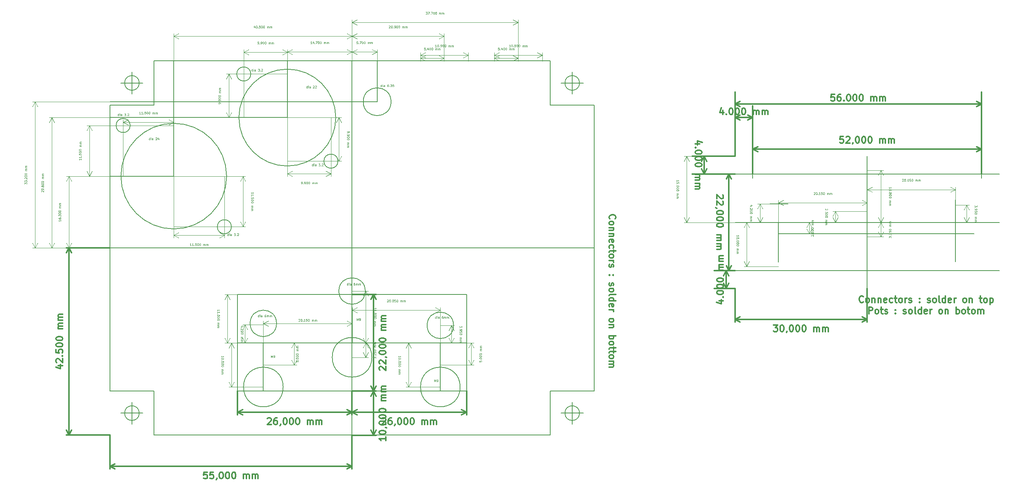
<source format=gbr>
G04 #@! TF.GenerationSoftware,KiCad,Pcbnew,(5.1.4)-1*
G04 #@! TF.CreationDate,2019-12-04T23:14:54+01:00*
G04 #@! TF.ProjectId,instru_bab_v2,696e7374-7275-45f6-9261-625f76322e6b,rev?*
G04 #@! TF.SameCoordinates,Original*
G04 #@! TF.FileFunction,Other,ECO2*
%FSLAX46Y46*%
G04 Gerber Fmt 4.6, Leading zero omitted, Abs format (unit mm)*
G04 Created by KiCad (PCBNEW (5.1.4)-1) date 2019-12-04 23:14:54*
%MOMM*%
%LPD*%
G04 APERTURE LIST*
%ADD10C,0.100000*%
%ADD11C,0.200000*%
%ADD12C,0.300000*%
%ADD13C,0.150000*%
G04 APERTURE END LIST*
D10*
X98517552Y-95627101D02*
X98517552Y-95341387D01*
X98517552Y-95484244D02*
X99017552Y-95484244D01*
X98946123Y-95436625D01*
X98898504Y-95389006D01*
X98874695Y-95341387D01*
X99017552Y-95936625D02*
X99017552Y-95984244D01*
X98993743Y-96031863D01*
X98969933Y-96055673D01*
X98922314Y-96079482D01*
X98827076Y-96103292D01*
X98708028Y-96103292D01*
X98612790Y-96079482D01*
X98565171Y-96055673D01*
X98541362Y-96031863D01*
X98517552Y-95984244D01*
X98517552Y-95936625D01*
X98541362Y-95889006D01*
X98565171Y-95865196D01*
X98612790Y-95841387D01*
X98708028Y-95817577D01*
X98827076Y-95817577D01*
X98922314Y-95841387D01*
X98969933Y-95865196D01*
X98993743Y-95889006D01*
X99017552Y-95936625D01*
X98565171Y-96317577D02*
X98541362Y-96341387D01*
X98517552Y-96317577D01*
X98541362Y-96293768D01*
X98565171Y-96317577D01*
X98517552Y-96317577D01*
X99017552Y-96650911D02*
X99017552Y-96698530D01*
X98993743Y-96746149D01*
X98969933Y-96769958D01*
X98922314Y-96793768D01*
X98827076Y-96817577D01*
X98708028Y-96817577D01*
X98612790Y-96793768D01*
X98565171Y-96769958D01*
X98541362Y-96746149D01*
X98517552Y-96698530D01*
X98517552Y-96650911D01*
X98541362Y-96603292D01*
X98565171Y-96579482D01*
X98612790Y-96555673D01*
X98708028Y-96531863D01*
X98827076Y-96531863D01*
X98922314Y-96555673D01*
X98969933Y-96579482D01*
X98993743Y-96603292D01*
X99017552Y-96650911D01*
X99017552Y-97127101D02*
X99017552Y-97174720D01*
X98993743Y-97222339D01*
X98969933Y-97246149D01*
X98922314Y-97269958D01*
X98827076Y-97293768D01*
X98708028Y-97293768D01*
X98612790Y-97269958D01*
X98565171Y-97246149D01*
X98541362Y-97222339D01*
X98517552Y-97174720D01*
X98517552Y-97127101D01*
X98541362Y-97079482D01*
X98565171Y-97055673D01*
X98612790Y-97031863D01*
X98708028Y-97008054D01*
X98827076Y-97008054D01*
X98922314Y-97031863D01*
X98969933Y-97055673D01*
X98993743Y-97079482D01*
X99017552Y-97127101D01*
X99017552Y-97603292D02*
X99017552Y-97650911D01*
X98993743Y-97698530D01*
X98969933Y-97722339D01*
X98922314Y-97746149D01*
X98827076Y-97769958D01*
X98708028Y-97769958D01*
X98612790Y-97746149D01*
X98565171Y-97722339D01*
X98541362Y-97698530D01*
X98517552Y-97650911D01*
X98517552Y-97603292D01*
X98541362Y-97555673D01*
X98565171Y-97531863D01*
X98612790Y-97508054D01*
X98708028Y-97484244D01*
X98827076Y-97484244D01*
X98922314Y-97508054D01*
X98969933Y-97531863D01*
X98993743Y-97555673D01*
X99017552Y-97603292D01*
X98517552Y-98365196D02*
X98850885Y-98365196D01*
X98803266Y-98365196D02*
X98827076Y-98389006D01*
X98850885Y-98436625D01*
X98850885Y-98508054D01*
X98827076Y-98555673D01*
X98779457Y-98579482D01*
X98517552Y-98579482D01*
X98779457Y-98579482D02*
X98827076Y-98603292D01*
X98850885Y-98650911D01*
X98850885Y-98722339D01*
X98827076Y-98769958D01*
X98779457Y-98793768D01*
X98517552Y-98793768D01*
X98517552Y-99031863D02*
X98850885Y-99031863D01*
X98803266Y-99031863D02*
X98827076Y-99055673D01*
X98850885Y-99103292D01*
X98850885Y-99174720D01*
X98827076Y-99222339D01*
X98779457Y-99246149D01*
X98517552Y-99246149D01*
X98779457Y-99246149D02*
X98827076Y-99269958D01*
X98850885Y-99317577D01*
X98850885Y-99389006D01*
X98827076Y-99436625D01*
X98779457Y-99460435D01*
X98517552Y-99460435D01*
X100843743Y-92412816D02*
X100843743Y-102412816D01*
X108043743Y-92412816D02*
X100257322Y-92412816D01*
X108043743Y-102412816D02*
X100257322Y-102412816D01*
X100843743Y-102412816D02*
X100257322Y-101286312D01*
X100843743Y-102412816D02*
X101430164Y-101286312D01*
X100843743Y-92412816D02*
X100257322Y-93539320D01*
X100843743Y-92412816D02*
X101430164Y-93539320D01*
X58317054Y-95626603D02*
X58317054Y-95340889D01*
X58317054Y-95483746D02*
X58817054Y-95483746D01*
X58745625Y-95436127D01*
X58698006Y-95388508D01*
X58674197Y-95340889D01*
X58817054Y-95936127D02*
X58817054Y-95983746D01*
X58793245Y-96031365D01*
X58769435Y-96055175D01*
X58721816Y-96078984D01*
X58626578Y-96102794D01*
X58507530Y-96102794D01*
X58412292Y-96078984D01*
X58364673Y-96055175D01*
X58340864Y-96031365D01*
X58317054Y-95983746D01*
X58317054Y-95936127D01*
X58340864Y-95888508D01*
X58364673Y-95864698D01*
X58412292Y-95840889D01*
X58507530Y-95817079D01*
X58626578Y-95817079D01*
X58721816Y-95840889D01*
X58769435Y-95864698D01*
X58793245Y-95888508D01*
X58817054Y-95936127D01*
X58364673Y-96317079D02*
X58340864Y-96340889D01*
X58317054Y-96317079D01*
X58340864Y-96293270D01*
X58364673Y-96317079D01*
X58317054Y-96317079D01*
X58817054Y-96650413D02*
X58817054Y-96698032D01*
X58793245Y-96745651D01*
X58769435Y-96769460D01*
X58721816Y-96793270D01*
X58626578Y-96817079D01*
X58507530Y-96817079D01*
X58412292Y-96793270D01*
X58364673Y-96769460D01*
X58340864Y-96745651D01*
X58317054Y-96698032D01*
X58317054Y-96650413D01*
X58340864Y-96602794D01*
X58364673Y-96578984D01*
X58412292Y-96555175D01*
X58507530Y-96531365D01*
X58626578Y-96531365D01*
X58721816Y-96555175D01*
X58769435Y-96578984D01*
X58793245Y-96602794D01*
X58817054Y-96650413D01*
X58817054Y-97126603D02*
X58817054Y-97174222D01*
X58793245Y-97221841D01*
X58769435Y-97245651D01*
X58721816Y-97269460D01*
X58626578Y-97293270D01*
X58507530Y-97293270D01*
X58412292Y-97269460D01*
X58364673Y-97245651D01*
X58340864Y-97221841D01*
X58317054Y-97174222D01*
X58317054Y-97126603D01*
X58340864Y-97078984D01*
X58364673Y-97055175D01*
X58412292Y-97031365D01*
X58507530Y-97007556D01*
X58626578Y-97007556D01*
X58721816Y-97031365D01*
X58769435Y-97055175D01*
X58793245Y-97078984D01*
X58817054Y-97126603D01*
X58817054Y-97602794D02*
X58817054Y-97650413D01*
X58793245Y-97698032D01*
X58769435Y-97721841D01*
X58721816Y-97745651D01*
X58626578Y-97769460D01*
X58507530Y-97769460D01*
X58412292Y-97745651D01*
X58364673Y-97721841D01*
X58340864Y-97698032D01*
X58317054Y-97650413D01*
X58317054Y-97602794D01*
X58340864Y-97555175D01*
X58364673Y-97531365D01*
X58412292Y-97507556D01*
X58507530Y-97483746D01*
X58626578Y-97483746D01*
X58721816Y-97507556D01*
X58769435Y-97531365D01*
X58793245Y-97555175D01*
X58817054Y-97602794D01*
X58317054Y-98364698D02*
X58650387Y-98364698D01*
X58602768Y-98364698D02*
X58626578Y-98388508D01*
X58650387Y-98436127D01*
X58650387Y-98507556D01*
X58626578Y-98555175D01*
X58578959Y-98578984D01*
X58317054Y-98578984D01*
X58578959Y-98578984D02*
X58626578Y-98602794D01*
X58650387Y-98650413D01*
X58650387Y-98721841D01*
X58626578Y-98769460D01*
X58578959Y-98793270D01*
X58317054Y-98793270D01*
X58317054Y-99031365D02*
X58650387Y-99031365D01*
X58602768Y-99031365D02*
X58626578Y-99055175D01*
X58650387Y-99102794D01*
X58650387Y-99174222D01*
X58626578Y-99221841D01*
X58578959Y-99245651D01*
X58317054Y-99245651D01*
X58578959Y-99245651D02*
X58626578Y-99269460D01*
X58650387Y-99317079D01*
X58650387Y-99388508D01*
X58626578Y-99436127D01*
X58578959Y-99459937D01*
X58317054Y-99459937D01*
X60643245Y-92412318D02*
X60643245Y-102412318D01*
X67843245Y-92412318D02*
X60056824Y-92412318D01*
X67843245Y-102412318D02*
X60056824Y-102412318D01*
X60643245Y-102412318D02*
X60056824Y-101285814D01*
X60643245Y-102412318D02*
X61229666Y-101285814D01*
X60643245Y-92412318D02*
X60056824Y-93538822D01*
X60643245Y-92412318D02*
X61229666Y-93538822D01*
X92902744Y-95885522D02*
X92902744Y-95575999D01*
X93093220Y-95742665D01*
X93093220Y-95671237D01*
X93117030Y-95623618D01*
X93140839Y-95599808D01*
X93188458Y-95575999D01*
X93307506Y-95575999D01*
X93355125Y-95599808D01*
X93378934Y-95623618D01*
X93402744Y-95671237D01*
X93402744Y-95814094D01*
X93378934Y-95861713D01*
X93355125Y-95885522D01*
X93355125Y-95361713D02*
X93378934Y-95337903D01*
X93402744Y-95361713D01*
X93378934Y-95385522D01*
X93355125Y-95361713D01*
X93402744Y-95361713D01*
X92950363Y-95147427D02*
X92926554Y-95123618D01*
X92902744Y-95075999D01*
X92902744Y-94956951D01*
X92926554Y-94909332D01*
X92950363Y-94885522D01*
X92997982Y-94861713D01*
X93045601Y-94861713D01*
X93117030Y-94885522D01*
X93402744Y-95171237D01*
X93402744Y-94861713D01*
X92902744Y-94409332D02*
X92902744Y-94647427D01*
X93140839Y-94671237D01*
X93117030Y-94647427D01*
X93093220Y-94599808D01*
X93093220Y-94480760D01*
X93117030Y-94433141D01*
X93140839Y-94409332D01*
X93188458Y-94385522D01*
X93307506Y-94385522D01*
X93355125Y-94409332D01*
X93378934Y-94433141D01*
X93402744Y-94480760D01*
X93402744Y-94599808D01*
X93378934Y-94647427D01*
X93355125Y-94671237D01*
X92902744Y-94075999D02*
X92902744Y-94028380D01*
X92926554Y-93980760D01*
X92950363Y-93956951D01*
X92997982Y-93933141D01*
X93093220Y-93909332D01*
X93212268Y-93909332D01*
X93307506Y-93933141D01*
X93355125Y-93956951D01*
X93378934Y-93980760D01*
X93402744Y-94028380D01*
X93402744Y-94075999D01*
X93378934Y-94123618D01*
X93355125Y-94147427D01*
X93307506Y-94171237D01*
X93212268Y-94195046D01*
X93093220Y-94195046D01*
X92997982Y-94171237D01*
X92950363Y-94147427D01*
X92926554Y-94123618D01*
X92902744Y-94075999D01*
X93402744Y-93314094D02*
X93069411Y-93314094D01*
X93117030Y-93314094D02*
X93093220Y-93290284D01*
X93069411Y-93242665D01*
X93069411Y-93171237D01*
X93093220Y-93123618D01*
X93140839Y-93099808D01*
X93402744Y-93099808D01*
X93140839Y-93099808D02*
X93093220Y-93075999D01*
X93069411Y-93028380D01*
X93069411Y-92956951D01*
X93093220Y-92909332D01*
X93140839Y-92885522D01*
X93402744Y-92885522D01*
X93402744Y-92647427D02*
X93069411Y-92647427D01*
X93117030Y-92647427D02*
X93093220Y-92623618D01*
X93069411Y-92575999D01*
X93069411Y-92504570D01*
X93093220Y-92456951D01*
X93140839Y-92433141D01*
X93402744Y-92433141D01*
X93140839Y-92433141D02*
X93093220Y-92409332D01*
X93069411Y-92361713D01*
X93069411Y-92290284D01*
X93093220Y-92242665D01*
X93140839Y-92218856D01*
X93402744Y-92218856D01*
X91076554Y-95653380D02*
X91076554Y-92403380D01*
X87976554Y-95653380D02*
X91662975Y-95653380D01*
X87976554Y-92403380D02*
X91662975Y-92403380D01*
X91076554Y-92403380D02*
X91662975Y-93529884D01*
X91076554Y-92403380D02*
X90490133Y-93529884D01*
X91076554Y-95653380D02*
X91662975Y-94526876D01*
X91076554Y-95653380D02*
X90490133Y-94526876D01*
X209926190Y-68482142D02*
X209926190Y-68172619D01*
X210116666Y-68339285D01*
X210116666Y-68267857D01*
X210140476Y-68220238D01*
X210164285Y-68196428D01*
X210211904Y-68172619D01*
X210330952Y-68172619D01*
X210378571Y-68196428D01*
X210402380Y-68220238D01*
X210426190Y-68267857D01*
X210426190Y-68410714D01*
X210402380Y-68458333D01*
X210378571Y-68482142D01*
X210378571Y-67958333D02*
X210402380Y-67934523D01*
X210426190Y-67958333D01*
X210402380Y-67982142D01*
X210378571Y-67958333D01*
X210426190Y-67958333D01*
X209973809Y-67744047D02*
X209950000Y-67720238D01*
X209926190Y-67672619D01*
X209926190Y-67553571D01*
X209950000Y-67505952D01*
X209973809Y-67482142D01*
X210021428Y-67458333D01*
X210069047Y-67458333D01*
X210140476Y-67482142D01*
X210426190Y-67767857D01*
X210426190Y-67458333D01*
X209926190Y-67005952D02*
X209926190Y-67244047D01*
X210164285Y-67267857D01*
X210140476Y-67244047D01*
X210116666Y-67196428D01*
X210116666Y-67077380D01*
X210140476Y-67029761D01*
X210164285Y-67005952D01*
X210211904Y-66982142D01*
X210330952Y-66982142D01*
X210378571Y-67005952D01*
X210402380Y-67029761D01*
X210426190Y-67077380D01*
X210426190Y-67196428D01*
X210402380Y-67244047D01*
X210378571Y-67267857D01*
X209926190Y-66672619D02*
X209926190Y-66625000D01*
X209950000Y-66577380D01*
X209973809Y-66553571D01*
X210021428Y-66529761D01*
X210116666Y-66505952D01*
X210235714Y-66505952D01*
X210330952Y-66529761D01*
X210378571Y-66553571D01*
X210402380Y-66577380D01*
X210426190Y-66625000D01*
X210426190Y-66672619D01*
X210402380Y-66720238D01*
X210378571Y-66744047D01*
X210330952Y-66767857D01*
X210235714Y-66791666D01*
X210116666Y-66791666D01*
X210021428Y-66767857D01*
X209973809Y-66744047D01*
X209950000Y-66720238D01*
X209926190Y-66672619D01*
X210426190Y-65910714D02*
X210092857Y-65910714D01*
X210140476Y-65910714D02*
X210116666Y-65886904D01*
X210092857Y-65839285D01*
X210092857Y-65767857D01*
X210116666Y-65720238D01*
X210164285Y-65696428D01*
X210426190Y-65696428D01*
X210164285Y-65696428D02*
X210116666Y-65672619D01*
X210092857Y-65625000D01*
X210092857Y-65553571D01*
X210116666Y-65505952D01*
X210164285Y-65482142D01*
X210426190Y-65482142D01*
X210426190Y-65244047D02*
X210092857Y-65244047D01*
X210140476Y-65244047D02*
X210116666Y-65220238D01*
X210092857Y-65172619D01*
X210092857Y-65101190D01*
X210116666Y-65053571D01*
X210164285Y-65029761D01*
X210426190Y-65029761D01*
X210164285Y-65029761D02*
X210116666Y-65005952D01*
X210092857Y-64958333D01*
X210092857Y-64886904D01*
X210116666Y-64839285D01*
X210164285Y-64815476D01*
X210426190Y-64815476D01*
X208100000Y-68250000D02*
X208100000Y-65000000D01*
X205000000Y-68250000D02*
X208686421Y-68250000D01*
X205000000Y-65000000D02*
X208686421Y-65000000D01*
X208100000Y-65000000D02*
X208686421Y-66126504D01*
X208100000Y-65000000D02*
X207513579Y-66126504D01*
X208100000Y-68250000D02*
X208686421Y-67123496D01*
X208100000Y-68250000D02*
X207513579Y-67123496D01*
X175323809Y-68214285D02*
X175323809Y-67928571D01*
X175323809Y-68071428D02*
X175823809Y-68071428D01*
X175752380Y-68023809D01*
X175704761Y-67976190D01*
X175680952Y-67928571D01*
X175823809Y-68523809D02*
X175823809Y-68571428D01*
X175800000Y-68619047D01*
X175776190Y-68642857D01*
X175728571Y-68666666D01*
X175633333Y-68690476D01*
X175514285Y-68690476D01*
X175419047Y-68666666D01*
X175371428Y-68642857D01*
X175347619Y-68619047D01*
X175323809Y-68571428D01*
X175323809Y-68523809D01*
X175347619Y-68476190D01*
X175371428Y-68452380D01*
X175419047Y-68428571D01*
X175514285Y-68404761D01*
X175633333Y-68404761D01*
X175728571Y-68428571D01*
X175776190Y-68452380D01*
X175800000Y-68476190D01*
X175823809Y-68523809D01*
X175371428Y-68904761D02*
X175347619Y-68928571D01*
X175323809Y-68904761D01*
X175347619Y-68880952D01*
X175371428Y-68904761D01*
X175323809Y-68904761D01*
X175823809Y-69238095D02*
X175823809Y-69285714D01*
X175800000Y-69333333D01*
X175776190Y-69357142D01*
X175728571Y-69380952D01*
X175633333Y-69404761D01*
X175514285Y-69404761D01*
X175419047Y-69380952D01*
X175371428Y-69357142D01*
X175347619Y-69333333D01*
X175323809Y-69285714D01*
X175323809Y-69238095D01*
X175347619Y-69190476D01*
X175371428Y-69166666D01*
X175419047Y-69142857D01*
X175514285Y-69119047D01*
X175633333Y-69119047D01*
X175728571Y-69142857D01*
X175776190Y-69166666D01*
X175800000Y-69190476D01*
X175823809Y-69238095D01*
X175823809Y-69714285D02*
X175823809Y-69761904D01*
X175800000Y-69809523D01*
X175776190Y-69833333D01*
X175728571Y-69857142D01*
X175633333Y-69880952D01*
X175514285Y-69880952D01*
X175419047Y-69857142D01*
X175371428Y-69833333D01*
X175347619Y-69809523D01*
X175323809Y-69761904D01*
X175323809Y-69714285D01*
X175347619Y-69666666D01*
X175371428Y-69642857D01*
X175419047Y-69619047D01*
X175514285Y-69595238D01*
X175633333Y-69595238D01*
X175728571Y-69619047D01*
X175776190Y-69642857D01*
X175800000Y-69666666D01*
X175823809Y-69714285D01*
X175823809Y-70190476D02*
X175823809Y-70238095D01*
X175800000Y-70285714D01*
X175776190Y-70309523D01*
X175728571Y-70333333D01*
X175633333Y-70357142D01*
X175514285Y-70357142D01*
X175419047Y-70333333D01*
X175371428Y-70309523D01*
X175347619Y-70285714D01*
X175323809Y-70238095D01*
X175323809Y-70190476D01*
X175347619Y-70142857D01*
X175371428Y-70119047D01*
X175419047Y-70095238D01*
X175514285Y-70071428D01*
X175633333Y-70071428D01*
X175728571Y-70095238D01*
X175776190Y-70119047D01*
X175800000Y-70142857D01*
X175823809Y-70190476D01*
X175323809Y-70952380D02*
X175657142Y-70952380D01*
X175609523Y-70952380D02*
X175633333Y-70976190D01*
X175657142Y-71023809D01*
X175657142Y-71095238D01*
X175633333Y-71142857D01*
X175585714Y-71166666D01*
X175323809Y-71166666D01*
X175585714Y-71166666D02*
X175633333Y-71190476D01*
X175657142Y-71238095D01*
X175657142Y-71309523D01*
X175633333Y-71357142D01*
X175585714Y-71380952D01*
X175323809Y-71380952D01*
X175323809Y-71619047D02*
X175657142Y-71619047D01*
X175609523Y-71619047D02*
X175633333Y-71642857D01*
X175657142Y-71690476D01*
X175657142Y-71761904D01*
X175633333Y-71809523D01*
X175585714Y-71833333D01*
X175323809Y-71833333D01*
X175585714Y-71833333D02*
X175633333Y-71857142D01*
X175657142Y-71904761D01*
X175657142Y-71976190D01*
X175633333Y-72023809D01*
X175585714Y-72047619D01*
X175323809Y-72047619D01*
X177650000Y-65000000D02*
X177650000Y-75000000D01*
X184850000Y-65000000D02*
X177063579Y-65000000D01*
X184850000Y-75000000D02*
X177063579Y-75000000D01*
X177650000Y-75000000D02*
X177063579Y-73873496D01*
X177650000Y-75000000D02*
X178236421Y-73873496D01*
X177650000Y-65000000D02*
X177063579Y-66126504D01*
X177650000Y-65000000D02*
X178236421Y-66126504D01*
D11*
X184850000Y-67600000D02*
X229300000Y-67600000D01*
D10*
X79126190Y-52176190D02*
X79126190Y-51676190D01*
X79126190Y-52152380D02*
X79078571Y-52176190D01*
X78983333Y-52176190D01*
X78935714Y-52152380D01*
X78911904Y-52128571D01*
X78888095Y-52080952D01*
X78888095Y-51938095D01*
X78911904Y-51890476D01*
X78935714Y-51866666D01*
X78983333Y-51842857D01*
X79078571Y-51842857D01*
X79126190Y-51866666D01*
X79364285Y-52176190D02*
X79364285Y-51842857D01*
X79364285Y-51676190D02*
X79340476Y-51700000D01*
X79364285Y-51723809D01*
X79388095Y-51700000D01*
X79364285Y-51676190D01*
X79364285Y-51723809D01*
X79816666Y-52176190D02*
X79816666Y-51914285D01*
X79792857Y-51866666D01*
X79745238Y-51842857D01*
X79650000Y-51842857D01*
X79602380Y-51866666D01*
X79816666Y-52152380D02*
X79769047Y-52176190D01*
X79650000Y-52176190D01*
X79602380Y-52152380D01*
X79578571Y-52104761D01*
X79578571Y-52057142D01*
X79602380Y-52009523D01*
X79650000Y-51985714D01*
X79769047Y-51985714D01*
X79816666Y-51961904D01*
X80388095Y-51676190D02*
X80697619Y-51676190D01*
X80530952Y-51866666D01*
X80602380Y-51866666D01*
X80650000Y-51890476D01*
X80673809Y-51914285D01*
X80697619Y-51961904D01*
X80697619Y-52080952D01*
X80673809Y-52128571D01*
X80650000Y-52152380D01*
X80602380Y-52176190D01*
X80459523Y-52176190D01*
X80411904Y-52152380D01*
X80388095Y-52128571D01*
X80911904Y-52128571D02*
X80935714Y-52152380D01*
X80911904Y-52176190D01*
X80888095Y-52152380D01*
X80911904Y-52128571D01*
X80911904Y-52176190D01*
X81126190Y-51723809D02*
X81150000Y-51700000D01*
X81197619Y-51676190D01*
X81316666Y-51676190D01*
X81364285Y-51700000D01*
X81388095Y-51723809D01*
X81411904Y-51771428D01*
X81411904Y-51819047D01*
X81388095Y-51890476D01*
X81102380Y-52176190D01*
X81411904Y-52176190D01*
X65376190Y-30626190D02*
X65376190Y-30126190D01*
X65376190Y-30602380D02*
X65328571Y-30626190D01*
X65233333Y-30626190D01*
X65185714Y-30602380D01*
X65161904Y-30578571D01*
X65138095Y-30530952D01*
X65138095Y-30388095D01*
X65161904Y-30340476D01*
X65185714Y-30316666D01*
X65233333Y-30292857D01*
X65328571Y-30292857D01*
X65376190Y-30316666D01*
X65614285Y-30626190D02*
X65614285Y-30292857D01*
X65614285Y-30126190D02*
X65590476Y-30150000D01*
X65614285Y-30173809D01*
X65638095Y-30150000D01*
X65614285Y-30126190D01*
X65614285Y-30173809D01*
X66066666Y-30626190D02*
X66066666Y-30364285D01*
X66042857Y-30316666D01*
X65995238Y-30292857D01*
X65900000Y-30292857D01*
X65852380Y-30316666D01*
X66066666Y-30602380D02*
X66019047Y-30626190D01*
X65900000Y-30626190D01*
X65852380Y-30602380D01*
X65828571Y-30554761D01*
X65828571Y-30507142D01*
X65852380Y-30459523D01*
X65900000Y-30435714D01*
X66019047Y-30435714D01*
X66066666Y-30411904D01*
X66638095Y-30126190D02*
X66947619Y-30126190D01*
X66780952Y-30316666D01*
X66852380Y-30316666D01*
X66900000Y-30340476D01*
X66923809Y-30364285D01*
X66947619Y-30411904D01*
X66947619Y-30530952D01*
X66923809Y-30578571D01*
X66900000Y-30602380D01*
X66852380Y-30626190D01*
X66709523Y-30626190D01*
X66661904Y-30602380D01*
X66638095Y-30578571D01*
X67161904Y-30578571D02*
X67185714Y-30602380D01*
X67161904Y-30626190D01*
X67138095Y-30602380D01*
X67161904Y-30578571D01*
X67161904Y-30626190D01*
X67376190Y-30173809D02*
X67400000Y-30150000D01*
X67447619Y-30126190D01*
X67566666Y-30126190D01*
X67614285Y-30150000D01*
X67638095Y-30173809D01*
X67661904Y-30221428D01*
X67661904Y-30269047D01*
X67638095Y-30340476D01*
X67352380Y-30626190D01*
X67661904Y-30626190D01*
D11*
X84800000Y-51100000D02*
G75*
G03X84800000Y-51100000I-1600000J0D01*
G01*
X65000000Y-31300000D02*
G75*
G03X65000000Y-31300000I-1600000J0D01*
G01*
D10*
X76464285Y-56276190D02*
X76559523Y-56276190D01*
X76607142Y-56252380D01*
X76630952Y-56228571D01*
X76678571Y-56157142D01*
X76702380Y-56061904D01*
X76702380Y-55871428D01*
X76678571Y-55823809D01*
X76654761Y-55800000D01*
X76607142Y-55776190D01*
X76511904Y-55776190D01*
X76464285Y-55800000D01*
X76440476Y-55823809D01*
X76416666Y-55871428D01*
X76416666Y-55990476D01*
X76440476Y-56038095D01*
X76464285Y-56061904D01*
X76511904Y-56085714D01*
X76607142Y-56085714D01*
X76654761Y-56061904D01*
X76678571Y-56038095D01*
X76702380Y-55990476D01*
X76916666Y-56228571D02*
X76940476Y-56252380D01*
X76916666Y-56276190D01*
X76892857Y-56252380D01*
X76916666Y-56228571D01*
X76916666Y-56276190D01*
X77178571Y-56276190D02*
X77273809Y-56276190D01*
X77321428Y-56252380D01*
X77345238Y-56228571D01*
X77392857Y-56157142D01*
X77416666Y-56061904D01*
X77416666Y-55871428D01*
X77392857Y-55823809D01*
X77369047Y-55800000D01*
X77321428Y-55776190D01*
X77226190Y-55776190D01*
X77178571Y-55800000D01*
X77154761Y-55823809D01*
X77130952Y-55871428D01*
X77130952Y-55990476D01*
X77154761Y-56038095D01*
X77178571Y-56061904D01*
X77226190Y-56085714D01*
X77321428Y-56085714D01*
X77369047Y-56061904D01*
X77392857Y-56038095D01*
X77416666Y-55990476D01*
X77726190Y-55776190D02*
X77773809Y-55776190D01*
X77821428Y-55800000D01*
X77845238Y-55823809D01*
X77869047Y-55871428D01*
X77892857Y-55966666D01*
X77892857Y-56085714D01*
X77869047Y-56180952D01*
X77845238Y-56228571D01*
X77821428Y-56252380D01*
X77773809Y-56276190D01*
X77726190Y-56276190D01*
X77678571Y-56252380D01*
X77654761Y-56228571D01*
X77630952Y-56180952D01*
X77607142Y-56085714D01*
X77607142Y-55966666D01*
X77630952Y-55871428D01*
X77654761Y-55823809D01*
X77678571Y-55800000D01*
X77726190Y-55776190D01*
X78202380Y-55776190D02*
X78250000Y-55776190D01*
X78297619Y-55800000D01*
X78321428Y-55823809D01*
X78345238Y-55871428D01*
X78369047Y-55966666D01*
X78369047Y-56085714D01*
X78345238Y-56180952D01*
X78321428Y-56228571D01*
X78297619Y-56252380D01*
X78250000Y-56276190D01*
X78202380Y-56276190D01*
X78154761Y-56252380D01*
X78130952Y-56228571D01*
X78107142Y-56180952D01*
X78083333Y-56085714D01*
X78083333Y-55966666D01*
X78107142Y-55871428D01*
X78130952Y-55823809D01*
X78154761Y-55800000D01*
X78202380Y-55776190D01*
X78964285Y-56276190D02*
X78964285Y-55942857D01*
X78964285Y-55990476D02*
X78988095Y-55966666D01*
X79035714Y-55942857D01*
X79107142Y-55942857D01*
X79154761Y-55966666D01*
X79178571Y-56014285D01*
X79178571Y-56276190D01*
X79178571Y-56014285D02*
X79202380Y-55966666D01*
X79250000Y-55942857D01*
X79321428Y-55942857D01*
X79369047Y-55966666D01*
X79392857Y-56014285D01*
X79392857Y-56276190D01*
X79630952Y-56276190D02*
X79630952Y-55942857D01*
X79630952Y-55990476D02*
X79654761Y-55966666D01*
X79702380Y-55942857D01*
X79773809Y-55942857D01*
X79821428Y-55966666D01*
X79845238Y-56014285D01*
X79845238Y-56276190D01*
X79845238Y-56014285D02*
X79869047Y-55966666D01*
X79916666Y-55942857D01*
X79988095Y-55942857D01*
X80035714Y-55966666D01*
X80059523Y-56014285D01*
X80059523Y-56276190D01*
X73300000Y-53950000D02*
X83200000Y-53950000D01*
X73300000Y-41200000D02*
X73300000Y-54536421D01*
X83200000Y-41200000D02*
X83200000Y-54536421D01*
X83200000Y-53950000D02*
X82073496Y-54536421D01*
X83200000Y-53950000D02*
X82073496Y-53363579D01*
X73300000Y-53950000D02*
X74426504Y-54536421D01*
X73300000Y-53950000D02*
X74426504Y-53363579D01*
X66564285Y-24476190D02*
X66659523Y-24476190D01*
X66707142Y-24452380D01*
X66730952Y-24428571D01*
X66778571Y-24357142D01*
X66802380Y-24261904D01*
X66802380Y-24071428D01*
X66778571Y-24023809D01*
X66754761Y-24000000D01*
X66707142Y-23976190D01*
X66611904Y-23976190D01*
X66564285Y-24000000D01*
X66540476Y-24023809D01*
X66516666Y-24071428D01*
X66516666Y-24190476D01*
X66540476Y-24238095D01*
X66564285Y-24261904D01*
X66611904Y-24285714D01*
X66707142Y-24285714D01*
X66754761Y-24261904D01*
X66778571Y-24238095D01*
X66802380Y-24190476D01*
X67016666Y-24428571D02*
X67040476Y-24452380D01*
X67016666Y-24476190D01*
X66992857Y-24452380D01*
X67016666Y-24428571D01*
X67016666Y-24476190D01*
X67278571Y-24476190D02*
X67373809Y-24476190D01*
X67421428Y-24452380D01*
X67445238Y-24428571D01*
X67492857Y-24357142D01*
X67516666Y-24261904D01*
X67516666Y-24071428D01*
X67492857Y-24023809D01*
X67469047Y-24000000D01*
X67421428Y-23976190D01*
X67326190Y-23976190D01*
X67278571Y-24000000D01*
X67254761Y-24023809D01*
X67230952Y-24071428D01*
X67230952Y-24190476D01*
X67254761Y-24238095D01*
X67278571Y-24261904D01*
X67326190Y-24285714D01*
X67421428Y-24285714D01*
X67469047Y-24261904D01*
X67492857Y-24238095D01*
X67516666Y-24190476D01*
X67826190Y-23976190D02*
X67873809Y-23976190D01*
X67921428Y-24000000D01*
X67945238Y-24023809D01*
X67969047Y-24071428D01*
X67992857Y-24166666D01*
X67992857Y-24285714D01*
X67969047Y-24380952D01*
X67945238Y-24428571D01*
X67921428Y-24452380D01*
X67873809Y-24476190D01*
X67826190Y-24476190D01*
X67778571Y-24452380D01*
X67754761Y-24428571D01*
X67730952Y-24380952D01*
X67707142Y-24285714D01*
X67707142Y-24166666D01*
X67730952Y-24071428D01*
X67754761Y-24023809D01*
X67778571Y-24000000D01*
X67826190Y-23976190D01*
X68302380Y-23976190D02*
X68350000Y-23976190D01*
X68397619Y-24000000D01*
X68421428Y-24023809D01*
X68445238Y-24071428D01*
X68469047Y-24166666D01*
X68469047Y-24285714D01*
X68445238Y-24380952D01*
X68421428Y-24428571D01*
X68397619Y-24452380D01*
X68350000Y-24476190D01*
X68302380Y-24476190D01*
X68254761Y-24452380D01*
X68230952Y-24428571D01*
X68207142Y-24380952D01*
X68183333Y-24285714D01*
X68183333Y-24166666D01*
X68207142Y-24071428D01*
X68230952Y-24023809D01*
X68254761Y-24000000D01*
X68302380Y-23976190D01*
X69064285Y-24476190D02*
X69064285Y-24142857D01*
X69064285Y-24190476D02*
X69088095Y-24166666D01*
X69135714Y-24142857D01*
X69207142Y-24142857D01*
X69254761Y-24166666D01*
X69278571Y-24214285D01*
X69278571Y-24476190D01*
X69278571Y-24214285D02*
X69302380Y-24166666D01*
X69350000Y-24142857D01*
X69421428Y-24142857D01*
X69469047Y-24166666D01*
X69492857Y-24214285D01*
X69492857Y-24476190D01*
X69730952Y-24476190D02*
X69730952Y-24142857D01*
X69730952Y-24190476D02*
X69754761Y-24166666D01*
X69802380Y-24142857D01*
X69873809Y-24142857D01*
X69921428Y-24166666D01*
X69945238Y-24214285D01*
X69945238Y-24476190D01*
X69945238Y-24214285D02*
X69969047Y-24166666D01*
X70016666Y-24142857D01*
X70088095Y-24142857D01*
X70135714Y-24166666D01*
X70159523Y-24214285D01*
X70159523Y-24476190D01*
X73300000Y-26350000D02*
X63400000Y-26350000D01*
X73300000Y-41200000D02*
X73300000Y-25763579D01*
X63400000Y-41200000D02*
X63400000Y-25763579D01*
X63400000Y-26350000D02*
X64526504Y-25763579D01*
X63400000Y-26350000D02*
X64526504Y-26936421D01*
X73300000Y-26350000D02*
X72173496Y-25763579D01*
X73300000Y-26350000D02*
X72173496Y-26936421D01*
X86873809Y-44364285D02*
X86873809Y-44459523D01*
X86897619Y-44507142D01*
X86921428Y-44530952D01*
X86992857Y-44578571D01*
X87088095Y-44602380D01*
X87278571Y-44602380D01*
X87326190Y-44578571D01*
X87350000Y-44554761D01*
X87373809Y-44507142D01*
X87373809Y-44411904D01*
X87350000Y-44364285D01*
X87326190Y-44340476D01*
X87278571Y-44316666D01*
X87159523Y-44316666D01*
X87111904Y-44340476D01*
X87088095Y-44364285D01*
X87064285Y-44411904D01*
X87064285Y-44507142D01*
X87088095Y-44554761D01*
X87111904Y-44578571D01*
X87159523Y-44602380D01*
X86921428Y-44816666D02*
X86897619Y-44840476D01*
X86873809Y-44816666D01*
X86897619Y-44792857D01*
X86921428Y-44816666D01*
X86873809Y-44816666D01*
X86873809Y-45078571D02*
X86873809Y-45173809D01*
X86897619Y-45221428D01*
X86921428Y-45245238D01*
X86992857Y-45292857D01*
X87088095Y-45316666D01*
X87278571Y-45316666D01*
X87326190Y-45292857D01*
X87350000Y-45269047D01*
X87373809Y-45221428D01*
X87373809Y-45126190D01*
X87350000Y-45078571D01*
X87326190Y-45054761D01*
X87278571Y-45030952D01*
X87159523Y-45030952D01*
X87111904Y-45054761D01*
X87088095Y-45078571D01*
X87064285Y-45126190D01*
X87064285Y-45221428D01*
X87088095Y-45269047D01*
X87111904Y-45292857D01*
X87159523Y-45316666D01*
X87373809Y-45626190D02*
X87373809Y-45673809D01*
X87350000Y-45721428D01*
X87326190Y-45745238D01*
X87278571Y-45769047D01*
X87183333Y-45792857D01*
X87064285Y-45792857D01*
X86969047Y-45769047D01*
X86921428Y-45745238D01*
X86897619Y-45721428D01*
X86873809Y-45673809D01*
X86873809Y-45626190D01*
X86897619Y-45578571D01*
X86921428Y-45554761D01*
X86969047Y-45530952D01*
X87064285Y-45507142D01*
X87183333Y-45507142D01*
X87278571Y-45530952D01*
X87326190Y-45554761D01*
X87350000Y-45578571D01*
X87373809Y-45626190D01*
X87373809Y-46102380D02*
X87373809Y-46150000D01*
X87350000Y-46197619D01*
X87326190Y-46221428D01*
X87278571Y-46245238D01*
X87183333Y-46269047D01*
X87064285Y-46269047D01*
X86969047Y-46245238D01*
X86921428Y-46221428D01*
X86897619Y-46197619D01*
X86873809Y-46150000D01*
X86873809Y-46102380D01*
X86897619Y-46054761D01*
X86921428Y-46030952D01*
X86969047Y-46007142D01*
X87064285Y-45983333D01*
X87183333Y-45983333D01*
X87278571Y-46007142D01*
X87326190Y-46030952D01*
X87350000Y-46054761D01*
X87373809Y-46102380D01*
X86873809Y-46864285D02*
X87207142Y-46864285D01*
X87159523Y-46864285D02*
X87183333Y-46888095D01*
X87207142Y-46935714D01*
X87207142Y-47007142D01*
X87183333Y-47054761D01*
X87135714Y-47078571D01*
X86873809Y-47078571D01*
X87135714Y-47078571D02*
X87183333Y-47102380D01*
X87207142Y-47150000D01*
X87207142Y-47221428D01*
X87183333Y-47269047D01*
X87135714Y-47292857D01*
X86873809Y-47292857D01*
X86873809Y-47530952D02*
X87207142Y-47530952D01*
X87159523Y-47530952D02*
X87183333Y-47554761D01*
X87207142Y-47602380D01*
X87207142Y-47673809D01*
X87183333Y-47721428D01*
X87135714Y-47745238D01*
X86873809Y-47745238D01*
X87135714Y-47745238D02*
X87183333Y-47769047D01*
X87207142Y-47816666D01*
X87207142Y-47888095D01*
X87183333Y-47935714D01*
X87135714Y-47959523D01*
X86873809Y-47959523D01*
X85000000Y-41200000D02*
X85000000Y-51100000D01*
X73300000Y-41200000D02*
X85586421Y-41200000D01*
X73300000Y-51100000D02*
X85586421Y-51100000D01*
X85000000Y-51100000D02*
X84413579Y-49973496D01*
X85000000Y-51100000D02*
X85586421Y-49973496D01*
X85000000Y-41200000D02*
X84413579Y-42326504D01*
X85000000Y-41200000D02*
X85586421Y-42326504D01*
X58126190Y-38035714D02*
X58126190Y-37940476D01*
X58102380Y-37892857D01*
X58078571Y-37869047D01*
X58007142Y-37821428D01*
X57911904Y-37797619D01*
X57721428Y-37797619D01*
X57673809Y-37821428D01*
X57650000Y-37845238D01*
X57626190Y-37892857D01*
X57626190Y-37988095D01*
X57650000Y-38035714D01*
X57673809Y-38059523D01*
X57721428Y-38083333D01*
X57840476Y-38083333D01*
X57888095Y-38059523D01*
X57911904Y-38035714D01*
X57935714Y-37988095D01*
X57935714Y-37892857D01*
X57911904Y-37845238D01*
X57888095Y-37821428D01*
X57840476Y-37797619D01*
X58078571Y-37583333D02*
X58102380Y-37559523D01*
X58126190Y-37583333D01*
X58102380Y-37607142D01*
X58078571Y-37583333D01*
X58126190Y-37583333D01*
X58126190Y-37321428D02*
X58126190Y-37226190D01*
X58102380Y-37178571D01*
X58078571Y-37154761D01*
X58007142Y-37107142D01*
X57911904Y-37083333D01*
X57721428Y-37083333D01*
X57673809Y-37107142D01*
X57650000Y-37130952D01*
X57626190Y-37178571D01*
X57626190Y-37273809D01*
X57650000Y-37321428D01*
X57673809Y-37345238D01*
X57721428Y-37369047D01*
X57840476Y-37369047D01*
X57888095Y-37345238D01*
X57911904Y-37321428D01*
X57935714Y-37273809D01*
X57935714Y-37178571D01*
X57911904Y-37130952D01*
X57888095Y-37107142D01*
X57840476Y-37083333D01*
X57626190Y-36773809D02*
X57626190Y-36726190D01*
X57650000Y-36678571D01*
X57673809Y-36654761D01*
X57721428Y-36630952D01*
X57816666Y-36607142D01*
X57935714Y-36607142D01*
X58030952Y-36630952D01*
X58078571Y-36654761D01*
X58102380Y-36678571D01*
X58126190Y-36726190D01*
X58126190Y-36773809D01*
X58102380Y-36821428D01*
X58078571Y-36845238D01*
X58030952Y-36869047D01*
X57935714Y-36892857D01*
X57816666Y-36892857D01*
X57721428Y-36869047D01*
X57673809Y-36845238D01*
X57650000Y-36821428D01*
X57626190Y-36773809D01*
X57626190Y-36297619D02*
X57626190Y-36250000D01*
X57650000Y-36202380D01*
X57673809Y-36178571D01*
X57721428Y-36154761D01*
X57816666Y-36130952D01*
X57935714Y-36130952D01*
X58030952Y-36154761D01*
X58078571Y-36178571D01*
X58102380Y-36202380D01*
X58126190Y-36250000D01*
X58126190Y-36297619D01*
X58102380Y-36345238D01*
X58078571Y-36369047D01*
X58030952Y-36392857D01*
X57935714Y-36416666D01*
X57816666Y-36416666D01*
X57721428Y-36392857D01*
X57673809Y-36369047D01*
X57650000Y-36345238D01*
X57626190Y-36297619D01*
X58126190Y-35535714D02*
X57792857Y-35535714D01*
X57840476Y-35535714D02*
X57816666Y-35511904D01*
X57792857Y-35464285D01*
X57792857Y-35392857D01*
X57816666Y-35345238D01*
X57864285Y-35321428D01*
X58126190Y-35321428D01*
X57864285Y-35321428D02*
X57816666Y-35297619D01*
X57792857Y-35250000D01*
X57792857Y-35178571D01*
X57816666Y-35130952D01*
X57864285Y-35107142D01*
X58126190Y-35107142D01*
X58126190Y-34869047D02*
X57792857Y-34869047D01*
X57840476Y-34869047D02*
X57816666Y-34845238D01*
X57792857Y-34797619D01*
X57792857Y-34726190D01*
X57816666Y-34678571D01*
X57864285Y-34654761D01*
X58126190Y-34654761D01*
X57864285Y-34654761D02*
X57816666Y-34630952D01*
X57792857Y-34583333D01*
X57792857Y-34511904D01*
X57816666Y-34464285D01*
X57864285Y-34440476D01*
X58126190Y-34440476D01*
X60000000Y-41200000D02*
X60000000Y-31300000D01*
X73300000Y-41200000D02*
X59413579Y-41200000D01*
X73300000Y-31300000D02*
X59413579Y-31300000D01*
X60000000Y-31300000D02*
X60586421Y-32426504D01*
X60000000Y-31300000D02*
X59413579Y-32426504D01*
X60000000Y-41200000D02*
X60586421Y-40073496D01*
X60000000Y-41200000D02*
X59413579Y-40073496D01*
X77845238Y-34476190D02*
X77845238Y-33976190D01*
X77845238Y-34452380D02*
X77797619Y-34476190D01*
X77702380Y-34476190D01*
X77654761Y-34452380D01*
X77630952Y-34428571D01*
X77607142Y-34380952D01*
X77607142Y-34238095D01*
X77630952Y-34190476D01*
X77654761Y-34166666D01*
X77702380Y-34142857D01*
X77797619Y-34142857D01*
X77845238Y-34166666D01*
X78083333Y-34476190D02*
X78083333Y-34142857D01*
X78083333Y-33976190D02*
X78059523Y-34000000D01*
X78083333Y-34023809D01*
X78107142Y-34000000D01*
X78083333Y-33976190D01*
X78083333Y-34023809D01*
X78535714Y-34476190D02*
X78535714Y-34214285D01*
X78511904Y-34166666D01*
X78464285Y-34142857D01*
X78369047Y-34142857D01*
X78321428Y-34166666D01*
X78535714Y-34452380D02*
X78488095Y-34476190D01*
X78369047Y-34476190D01*
X78321428Y-34452380D01*
X78297619Y-34404761D01*
X78297619Y-34357142D01*
X78321428Y-34309523D01*
X78369047Y-34285714D01*
X78488095Y-34285714D01*
X78535714Y-34261904D01*
X79130952Y-34023809D02*
X79154761Y-34000000D01*
X79202380Y-33976190D01*
X79321428Y-33976190D01*
X79369047Y-34000000D01*
X79392857Y-34023809D01*
X79416666Y-34071428D01*
X79416666Y-34119047D01*
X79392857Y-34190476D01*
X79107142Y-34476190D01*
X79416666Y-34476190D01*
X79607142Y-34023809D02*
X79630952Y-34000000D01*
X79678571Y-33976190D01*
X79797619Y-33976190D01*
X79845238Y-34000000D01*
X79869047Y-34023809D01*
X79892857Y-34071428D01*
X79892857Y-34119047D01*
X79869047Y-34190476D01*
X79583333Y-34476190D01*
X79892857Y-34476190D01*
D11*
X84300000Y-41200000D02*
G75*
G03X84300000Y-41200000I-11000000J0D01*
G01*
D10*
X94738095Y-34176190D02*
X94738095Y-33676190D01*
X94738095Y-34152380D02*
X94690476Y-34176190D01*
X94595238Y-34176190D01*
X94547619Y-34152380D01*
X94523809Y-34128571D01*
X94500000Y-34080952D01*
X94500000Y-33938095D01*
X94523809Y-33890476D01*
X94547619Y-33866666D01*
X94595238Y-33842857D01*
X94690476Y-33842857D01*
X94738095Y-33866666D01*
X94976190Y-34176190D02*
X94976190Y-33842857D01*
X94976190Y-33676190D02*
X94952380Y-33700000D01*
X94976190Y-33723809D01*
X95000000Y-33700000D01*
X94976190Y-33676190D01*
X94976190Y-33723809D01*
X95428571Y-34176190D02*
X95428571Y-33914285D01*
X95404761Y-33866666D01*
X95357142Y-33842857D01*
X95261904Y-33842857D01*
X95214285Y-33866666D01*
X95428571Y-34152380D02*
X95380952Y-34176190D01*
X95261904Y-34176190D01*
X95214285Y-34152380D01*
X95190476Y-34104761D01*
X95190476Y-34057142D01*
X95214285Y-34009523D01*
X95261904Y-33985714D01*
X95380952Y-33985714D01*
X95428571Y-33961904D01*
X96261904Y-33676190D02*
X96166666Y-33676190D01*
X96119047Y-33700000D01*
X96095238Y-33723809D01*
X96047619Y-33795238D01*
X96023809Y-33890476D01*
X96023809Y-34080952D01*
X96047619Y-34128571D01*
X96071428Y-34152380D01*
X96119047Y-34176190D01*
X96214285Y-34176190D01*
X96261904Y-34152380D01*
X96285714Y-34128571D01*
X96309523Y-34080952D01*
X96309523Y-33961904D01*
X96285714Y-33914285D01*
X96261904Y-33890476D01*
X96214285Y-33866666D01*
X96119047Y-33866666D01*
X96071428Y-33890476D01*
X96047619Y-33914285D01*
X96023809Y-33961904D01*
X96523809Y-34128571D02*
X96547619Y-34152380D01*
X96523809Y-34176190D01*
X96500000Y-34152380D01*
X96523809Y-34128571D01*
X96523809Y-34176190D01*
X96714285Y-33676190D02*
X97023809Y-33676190D01*
X96857142Y-33866666D01*
X96928571Y-33866666D01*
X96976190Y-33890476D01*
X97000000Y-33914285D01*
X97023809Y-33961904D01*
X97023809Y-34080952D01*
X97000000Y-34128571D01*
X96976190Y-34152380D01*
X96928571Y-34176190D01*
X96785714Y-34176190D01*
X96738095Y-34152380D01*
X96714285Y-34128571D01*
X97476190Y-33676190D02*
X97238095Y-33676190D01*
X97214285Y-33914285D01*
X97238095Y-33890476D01*
X97285714Y-33866666D01*
X97404761Y-33866666D01*
X97452380Y-33890476D01*
X97476190Y-33914285D01*
X97500000Y-33961904D01*
X97500000Y-34080952D01*
X97476190Y-34128571D01*
X97452380Y-34152380D01*
X97404761Y-34176190D01*
X97285714Y-34176190D01*
X97238095Y-34152380D01*
X97214285Y-34128571D01*
D11*
X96860000Y-37600000D02*
G75*
G03X96860000Y-37600000I-3160000J0D01*
G01*
D10*
X59926190Y-68026190D02*
X59926190Y-67526190D01*
X59926190Y-68002380D02*
X59878571Y-68026190D01*
X59783333Y-68026190D01*
X59735714Y-68002380D01*
X59711904Y-67978571D01*
X59688095Y-67930952D01*
X59688095Y-67788095D01*
X59711904Y-67740476D01*
X59735714Y-67716666D01*
X59783333Y-67692857D01*
X59878571Y-67692857D01*
X59926190Y-67716666D01*
X60164285Y-68026190D02*
X60164285Y-67692857D01*
X60164285Y-67526190D02*
X60140476Y-67550000D01*
X60164285Y-67573809D01*
X60188095Y-67550000D01*
X60164285Y-67526190D01*
X60164285Y-67573809D01*
X60616666Y-68026190D02*
X60616666Y-67764285D01*
X60592857Y-67716666D01*
X60545238Y-67692857D01*
X60450000Y-67692857D01*
X60402380Y-67716666D01*
X60616666Y-68002380D02*
X60569047Y-68026190D01*
X60450000Y-68026190D01*
X60402380Y-68002380D01*
X60378571Y-67954761D01*
X60378571Y-67907142D01*
X60402380Y-67859523D01*
X60450000Y-67835714D01*
X60569047Y-67835714D01*
X60616666Y-67811904D01*
X61188095Y-67526190D02*
X61497619Y-67526190D01*
X61330952Y-67716666D01*
X61402380Y-67716666D01*
X61450000Y-67740476D01*
X61473809Y-67764285D01*
X61497619Y-67811904D01*
X61497619Y-67930952D01*
X61473809Y-67978571D01*
X61450000Y-68002380D01*
X61402380Y-68026190D01*
X61259523Y-68026190D01*
X61211904Y-68002380D01*
X61188095Y-67978571D01*
X61711904Y-67978571D02*
X61735714Y-68002380D01*
X61711904Y-68026190D01*
X61688095Y-68002380D01*
X61711904Y-67978571D01*
X61711904Y-68026190D01*
X61926190Y-67573809D02*
X61950000Y-67550000D01*
X61997619Y-67526190D01*
X62116666Y-67526190D01*
X62164285Y-67550000D01*
X62188095Y-67573809D01*
X62211904Y-67621428D01*
X62211904Y-67669047D01*
X62188095Y-67740476D01*
X61902380Y-68026190D01*
X62211904Y-68026190D01*
D11*
X60600000Y-66000000D02*
G75*
G03X60600000Y-66000000I-1600000J0D01*
G01*
D10*
X51464285Y-70276190D02*
X51178571Y-70276190D01*
X51321428Y-70276190D02*
X51321428Y-69776190D01*
X51273809Y-69847619D01*
X51226190Y-69895238D01*
X51178571Y-69919047D01*
X51940476Y-70276190D02*
X51654761Y-70276190D01*
X51797619Y-70276190D02*
X51797619Y-69776190D01*
X51750000Y-69847619D01*
X51702380Y-69895238D01*
X51654761Y-69919047D01*
X52154761Y-70228571D02*
X52178571Y-70252380D01*
X52154761Y-70276190D01*
X52130952Y-70252380D01*
X52154761Y-70228571D01*
X52154761Y-70276190D01*
X52630952Y-69776190D02*
X52392857Y-69776190D01*
X52369047Y-70014285D01*
X52392857Y-69990476D01*
X52440476Y-69966666D01*
X52559523Y-69966666D01*
X52607142Y-69990476D01*
X52630952Y-70014285D01*
X52654761Y-70061904D01*
X52654761Y-70180952D01*
X52630952Y-70228571D01*
X52607142Y-70252380D01*
X52559523Y-70276190D01*
X52440476Y-70276190D01*
X52392857Y-70252380D01*
X52369047Y-70228571D01*
X52964285Y-69776190D02*
X53011904Y-69776190D01*
X53059523Y-69800000D01*
X53083333Y-69823809D01*
X53107142Y-69871428D01*
X53130952Y-69966666D01*
X53130952Y-70085714D01*
X53107142Y-70180952D01*
X53083333Y-70228571D01*
X53059523Y-70252380D01*
X53011904Y-70276190D01*
X52964285Y-70276190D01*
X52916666Y-70252380D01*
X52892857Y-70228571D01*
X52869047Y-70180952D01*
X52845238Y-70085714D01*
X52845238Y-69966666D01*
X52869047Y-69871428D01*
X52892857Y-69823809D01*
X52916666Y-69800000D01*
X52964285Y-69776190D01*
X53440476Y-69776190D02*
X53488095Y-69776190D01*
X53535714Y-69800000D01*
X53559523Y-69823809D01*
X53583333Y-69871428D01*
X53607142Y-69966666D01*
X53607142Y-70085714D01*
X53583333Y-70180952D01*
X53559523Y-70228571D01*
X53535714Y-70252380D01*
X53488095Y-70276190D01*
X53440476Y-70276190D01*
X53392857Y-70252380D01*
X53369047Y-70228571D01*
X53345238Y-70180952D01*
X53321428Y-70085714D01*
X53321428Y-69966666D01*
X53345238Y-69871428D01*
X53369047Y-69823809D01*
X53392857Y-69800000D01*
X53440476Y-69776190D01*
X54202380Y-70276190D02*
X54202380Y-69942857D01*
X54202380Y-69990476D02*
X54226190Y-69966666D01*
X54273809Y-69942857D01*
X54345238Y-69942857D01*
X54392857Y-69966666D01*
X54416666Y-70014285D01*
X54416666Y-70276190D01*
X54416666Y-70014285D02*
X54440476Y-69966666D01*
X54488095Y-69942857D01*
X54559523Y-69942857D01*
X54607142Y-69966666D01*
X54630952Y-70014285D01*
X54630952Y-70276190D01*
X54869047Y-70276190D02*
X54869047Y-69942857D01*
X54869047Y-69990476D02*
X54892857Y-69966666D01*
X54940476Y-69942857D01*
X55011904Y-69942857D01*
X55059523Y-69966666D01*
X55083333Y-70014285D01*
X55083333Y-70276190D01*
X55083333Y-70014285D02*
X55107142Y-69966666D01*
X55154761Y-69942857D01*
X55226190Y-69942857D01*
X55273809Y-69966666D01*
X55297619Y-70014285D01*
X55297619Y-70276190D01*
X47500000Y-67950000D02*
X59000000Y-67950000D01*
X47500000Y-54500000D02*
X47500000Y-68536421D01*
X59000000Y-54500000D02*
X59000000Y-68536421D01*
X59000000Y-67950000D02*
X57873496Y-68536421D01*
X59000000Y-67950000D02*
X57873496Y-67363579D01*
X47500000Y-67950000D02*
X48626504Y-68536421D01*
X47500000Y-67950000D02*
X48626504Y-67363579D01*
X65073809Y-58464285D02*
X65073809Y-58178571D01*
X65073809Y-58321428D02*
X65573809Y-58321428D01*
X65502380Y-58273809D01*
X65454761Y-58226190D01*
X65430952Y-58178571D01*
X65073809Y-58940476D02*
X65073809Y-58654761D01*
X65073809Y-58797619D02*
X65573809Y-58797619D01*
X65502380Y-58750000D01*
X65454761Y-58702380D01*
X65430952Y-58654761D01*
X65121428Y-59154761D02*
X65097619Y-59178571D01*
X65073809Y-59154761D01*
X65097619Y-59130952D01*
X65121428Y-59154761D01*
X65073809Y-59154761D01*
X65573809Y-59630952D02*
X65573809Y-59392857D01*
X65335714Y-59369047D01*
X65359523Y-59392857D01*
X65383333Y-59440476D01*
X65383333Y-59559523D01*
X65359523Y-59607142D01*
X65335714Y-59630952D01*
X65288095Y-59654761D01*
X65169047Y-59654761D01*
X65121428Y-59630952D01*
X65097619Y-59607142D01*
X65073809Y-59559523D01*
X65073809Y-59440476D01*
X65097619Y-59392857D01*
X65121428Y-59369047D01*
X65573809Y-59964285D02*
X65573809Y-60011904D01*
X65550000Y-60059523D01*
X65526190Y-60083333D01*
X65478571Y-60107142D01*
X65383333Y-60130952D01*
X65264285Y-60130952D01*
X65169047Y-60107142D01*
X65121428Y-60083333D01*
X65097619Y-60059523D01*
X65073809Y-60011904D01*
X65073809Y-59964285D01*
X65097619Y-59916666D01*
X65121428Y-59892857D01*
X65169047Y-59869047D01*
X65264285Y-59845238D01*
X65383333Y-59845238D01*
X65478571Y-59869047D01*
X65526190Y-59892857D01*
X65550000Y-59916666D01*
X65573809Y-59964285D01*
X65573809Y-60440476D02*
X65573809Y-60488095D01*
X65550000Y-60535714D01*
X65526190Y-60559523D01*
X65478571Y-60583333D01*
X65383333Y-60607142D01*
X65264285Y-60607142D01*
X65169047Y-60583333D01*
X65121428Y-60559523D01*
X65097619Y-60535714D01*
X65073809Y-60488095D01*
X65073809Y-60440476D01*
X65097619Y-60392857D01*
X65121428Y-60369047D01*
X65169047Y-60345238D01*
X65264285Y-60321428D01*
X65383333Y-60321428D01*
X65478571Y-60345238D01*
X65526190Y-60369047D01*
X65550000Y-60392857D01*
X65573809Y-60440476D01*
X65073809Y-61202380D02*
X65407142Y-61202380D01*
X65359523Y-61202380D02*
X65383333Y-61226190D01*
X65407142Y-61273809D01*
X65407142Y-61345238D01*
X65383333Y-61392857D01*
X65335714Y-61416666D01*
X65073809Y-61416666D01*
X65335714Y-61416666D02*
X65383333Y-61440476D01*
X65407142Y-61488095D01*
X65407142Y-61559523D01*
X65383333Y-61607142D01*
X65335714Y-61630952D01*
X65073809Y-61630952D01*
X65073809Y-61869047D02*
X65407142Y-61869047D01*
X65359523Y-61869047D02*
X65383333Y-61892857D01*
X65407142Y-61940476D01*
X65407142Y-62011904D01*
X65383333Y-62059523D01*
X65335714Y-62083333D01*
X65073809Y-62083333D01*
X65335714Y-62083333D02*
X65383333Y-62107142D01*
X65407142Y-62154761D01*
X65407142Y-62226190D01*
X65383333Y-62273809D01*
X65335714Y-62297619D01*
X65073809Y-62297619D01*
X63200000Y-54500000D02*
X63200000Y-66000000D01*
X47500000Y-54500000D02*
X63786421Y-54500000D01*
X47500000Y-66000000D02*
X63786421Y-66000000D01*
X63200000Y-66000000D02*
X62613579Y-64873496D01*
X63200000Y-66000000D02*
X63786421Y-64873496D01*
X63200000Y-54500000D02*
X62613579Y-55626504D01*
X63200000Y-54500000D02*
X63786421Y-55626504D01*
X35026190Y-40776190D02*
X35026190Y-40276190D01*
X35026190Y-40752380D02*
X34978571Y-40776190D01*
X34883333Y-40776190D01*
X34835714Y-40752380D01*
X34811904Y-40728571D01*
X34788095Y-40680952D01*
X34788095Y-40538095D01*
X34811904Y-40490476D01*
X34835714Y-40466666D01*
X34883333Y-40442857D01*
X34978571Y-40442857D01*
X35026190Y-40466666D01*
X35264285Y-40776190D02*
X35264285Y-40442857D01*
X35264285Y-40276190D02*
X35240476Y-40300000D01*
X35264285Y-40323809D01*
X35288095Y-40300000D01*
X35264285Y-40276190D01*
X35264285Y-40323809D01*
X35716666Y-40776190D02*
X35716666Y-40514285D01*
X35692857Y-40466666D01*
X35645238Y-40442857D01*
X35550000Y-40442857D01*
X35502380Y-40466666D01*
X35716666Y-40752380D02*
X35669047Y-40776190D01*
X35550000Y-40776190D01*
X35502380Y-40752380D01*
X35478571Y-40704761D01*
X35478571Y-40657142D01*
X35502380Y-40609523D01*
X35550000Y-40585714D01*
X35669047Y-40585714D01*
X35716666Y-40561904D01*
X36288095Y-40276190D02*
X36597619Y-40276190D01*
X36430952Y-40466666D01*
X36502380Y-40466666D01*
X36550000Y-40490476D01*
X36573809Y-40514285D01*
X36597619Y-40561904D01*
X36597619Y-40680952D01*
X36573809Y-40728571D01*
X36550000Y-40752380D01*
X36502380Y-40776190D01*
X36359523Y-40776190D01*
X36311904Y-40752380D01*
X36288095Y-40728571D01*
X36811904Y-40728571D02*
X36835714Y-40752380D01*
X36811904Y-40776190D01*
X36788095Y-40752380D01*
X36811904Y-40728571D01*
X36811904Y-40776190D01*
X37026190Y-40323809D02*
X37050000Y-40300000D01*
X37097619Y-40276190D01*
X37216666Y-40276190D01*
X37264285Y-40300000D01*
X37288095Y-40323809D01*
X37311904Y-40371428D01*
X37311904Y-40419047D01*
X37288095Y-40490476D01*
X37002380Y-40776190D01*
X37311904Y-40776190D01*
D11*
X37600000Y-43000000D02*
G75*
G03X37600000Y-43000000I-1600000J0D01*
G01*
D10*
X39964285Y-40376190D02*
X39678571Y-40376190D01*
X39821428Y-40376190D02*
X39821428Y-39876190D01*
X39773809Y-39947619D01*
X39726190Y-39995238D01*
X39678571Y-40019047D01*
X40440476Y-40376190D02*
X40154761Y-40376190D01*
X40297619Y-40376190D02*
X40297619Y-39876190D01*
X40250000Y-39947619D01*
X40202380Y-39995238D01*
X40154761Y-40019047D01*
X40654761Y-40328571D02*
X40678571Y-40352380D01*
X40654761Y-40376190D01*
X40630952Y-40352380D01*
X40654761Y-40328571D01*
X40654761Y-40376190D01*
X41130952Y-39876190D02*
X40892857Y-39876190D01*
X40869047Y-40114285D01*
X40892857Y-40090476D01*
X40940476Y-40066666D01*
X41059523Y-40066666D01*
X41107142Y-40090476D01*
X41130952Y-40114285D01*
X41154761Y-40161904D01*
X41154761Y-40280952D01*
X41130952Y-40328571D01*
X41107142Y-40352380D01*
X41059523Y-40376190D01*
X40940476Y-40376190D01*
X40892857Y-40352380D01*
X40869047Y-40328571D01*
X41464285Y-39876190D02*
X41511904Y-39876190D01*
X41559523Y-39900000D01*
X41583333Y-39923809D01*
X41607142Y-39971428D01*
X41630952Y-40066666D01*
X41630952Y-40185714D01*
X41607142Y-40280952D01*
X41583333Y-40328571D01*
X41559523Y-40352380D01*
X41511904Y-40376190D01*
X41464285Y-40376190D01*
X41416666Y-40352380D01*
X41392857Y-40328571D01*
X41369047Y-40280952D01*
X41345238Y-40185714D01*
X41345238Y-40066666D01*
X41369047Y-39971428D01*
X41392857Y-39923809D01*
X41416666Y-39900000D01*
X41464285Y-39876190D01*
X41940476Y-39876190D02*
X41988095Y-39876190D01*
X42035714Y-39900000D01*
X42059523Y-39923809D01*
X42083333Y-39971428D01*
X42107142Y-40066666D01*
X42107142Y-40185714D01*
X42083333Y-40280952D01*
X42059523Y-40328571D01*
X42035714Y-40352380D01*
X41988095Y-40376190D01*
X41940476Y-40376190D01*
X41892857Y-40352380D01*
X41869047Y-40328571D01*
X41845238Y-40280952D01*
X41821428Y-40185714D01*
X41821428Y-40066666D01*
X41845238Y-39971428D01*
X41869047Y-39923809D01*
X41892857Y-39900000D01*
X41940476Y-39876190D01*
X42702380Y-40376190D02*
X42702380Y-40042857D01*
X42702380Y-40090476D02*
X42726190Y-40066666D01*
X42773809Y-40042857D01*
X42845238Y-40042857D01*
X42892857Y-40066666D01*
X42916666Y-40114285D01*
X42916666Y-40376190D01*
X42916666Y-40114285D02*
X42940476Y-40066666D01*
X42988095Y-40042857D01*
X43059523Y-40042857D01*
X43107142Y-40066666D01*
X43130952Y-40114285D01*
X43130952Y-40376190D01*
X43369047Y-40376190D02*
X43369047Y-40042857D01*
X43369047Y-40090476D02*
X43392857Y-40066666D01*
X43440476Y-40042857D01*
X43511904Y-40042857D01*
X43559523Y-40066666D01*
X43583333Y-40114285D01*
X43583333Y-40376190D01*
X43583333Y-40114285D02*
X43607142Y-40066666D01*
X43654761Y-40042857D01*
X43726190Y-40042857D01*
X43773809Y-40066666D01*
X43797619Y-40114285D01*
X43797619Y-40376190D01*
X47500000Y-42250000D02*
X36000000Y-42250000D01*
X47500000Y-54500000D02*
X47500000Y-41663579D01*
X36000000Y-54500000D02*
X36000000Y-41663579D01*
X36000000Y-42250000D02*
X37126504Y-41663579D01*
X36000000Y-42250000D02*
X37126504Y-42836421D01*
X47500000Y-42250000D02*
X46373496Y-41663579D01*
X47500000Y-42250000D02*
X46373496Y-42836421D01*
X26476190Y-50535714D02*
X26476190Y-50821428D01*
X26476190Y-50678571D02*
X25976190Y-50678571D01*
X26047619Y-50726190D01*
X26095238Y-50773809D01*
X26119047Y-50821428D01*
X26476190Y-50059523D02*
X26476190Y-50345238D01*
X26476190Y-50202380D02*
X25976190Y-50202380D01*
X26047619Y-50250000D01*
X26095238Y-50297619D01*
X26119047Y-50345238D01*
X26428571Y-49845238D02*
X26452380Y-49821428D01*
X26476190Y-49845238D01*
X26452380Y-49869047D01*
X26428571Y-49845238D01*
X26476190Y-49845238D01*
X25976190Y-49369047D02*
X25976190Y-49607142D01*
X26214285Y-49630952D01*
X26190476Y-49607142D01*
X26166666Y-49559523D01*
X26166666Y-49440476D01*
X26190476Y-49392857D01*
X26214285Y-49369047D01*
X26261904Y-49345238D01*
X26380952Y-49345238D01*
X26428571Y-49369047D01*
X26452380Y-49392857D01*
X26476190Y-49440476D01*
X26476190Y-49559523D01*
X26452380Y-49607142D01*
X26428571Y-49630952D01*
X25976190Y-49035714D02*
X25976190Y-48988095D01*
X26000000Y-48940476D01*
X26023809Y-48916666D01*
X26071428Y-48892857D01*
X26166666Y-48869047D01*
X26285714Y-48869047D01*
X26380952Y-48892857D01*
X26428571Y-48916666D01*
X26452380Y-48940476D01*
X26476190Y-48988095D01*
X26476190Y-49035714D01*
X26452380Y-49083333D01*
X26428571Y-49107142D01*
X26380952Y-49130952D01*
X26285714Y-49154761D01*
X26166666Y-49154761D01*
X26071428Y-49130952D01*
X26023809Y-49107142D01*
X26000000Y-49083333D01*
X25976190Y-49035714D01*
X25976190Y-48559523D02*
X25976190Y-48511904D01*
X26000000Y-48464285D01*
X26023809Y-48440476D01*
X26071428Y-48416666D01*
X26166666Y-48392857D01*
X26285714Y-48392857D01*
X26380952Y-48416666D01*
X26428571Y-48440476D01*
X26452380Y-48464285D01*
X26476190Y-48511904D01*
X26476190Y-48559523D01*
X26452380Y-48607142D01*
X26428571Y-48630952D01*
X26380952Y-48654761D01*
X26285714Y-48678571D01*
X26166666Y-48678571D01*
X26071428Y-48654761D01*
X26023809Y-48630952D01*
X26000000Y-48607142D01*
X25976190Y-48559523D01*
X26476190Y-47797619D02*
X26142857Y-47797619D01*
X26190476Y-47797619D02*
X26166666Y-47773809D01*
X26142857Y-47726190D01*
X26142857Y-47654761D01*
X26166666Y-47607142D01*
X26214285Y-47583333D01*
X26476190Y-47583333D01*
X26214285Y-47583333D02*
X26166666Y-47559523D01*
X26142857Y-47511904D01*
X26142857Y-47440476D01*
X26166666Y-47392857D01*
X26214285Y-47369047D01*
X26476190Y-47369047D01*
X26476190Y-47130952D02*
X26142857Y-47130952D01*
X26190476Y-47130952D02*
X26166666Y-47107142D01*
X26142857Y-47059523D01*
X26142857Y-46988095D01*
X26166666Y-46940476D01*
X26214285Y-46916666D01*
X26476190Y-46916666D01*
X26214285Y-46916666D02*
X26166666Y-46892857D01*
X26142857Y-46845238D01*
X26142857Y-46773809D01*
X26166666Y-46726190D01*
X26214285Y-46702380D01*
X26476190Y-46702380D01*
X28350000Y-54500000D02*
X28350000Y-43000000D01*
X47500000Y-54500000D02*
X27763579Y-54500000D01*
X47500000Y-43000000D02*
X27763579Y-43000000D01*
X28350000Y-43000000D02*
X28936421Y-44126504D01*
X28350000Y-43000000D02*
X27763579Y-44126504D01*
X28350000Y-54500000D02*
X28936421Y-53373496D01*
X28350000Y-54500000D02*
X27763579Y-53373496D01*
X42095238Y-46276190D02*
X42095238Y-45776190D01*
X42095238Y-46252380D02*
X42047619Y-46276190D01*
X41952380Y-46276190D01*
X41904761Y-46252380D01*
X41880952Y-46228571D01*
X41857142Y-46180952D01*
X41857142Y-46038095D01*
X41880952Y-45990476D01*
X41904761Y-45966666D01*
X41952380Y-45942857D01*
X42047619Y-45942857D01*
X42095238Y-45966666D01*
X42333333Y-46276190D02*
X42333333Y-45942857D01*
X42333333Y-45776190D02*
X42309523Y-45800000D01*
X42333333Y-45823809D01*
X42357142Y-45800000D01*
X42333333Y-45776190D01*
X42333333Y-45823809D01*
X42785714Y-46276190D02*
X42785714Y-46014285D01*
X42761904Y-45966666D01*
X42714285Y-45942857D01*
X42619047Y-45942857D01*
X42571428Y-45966666D01*
X42785714Y-46252380D02*
X42738095Y-46276190D01*
X42619047Y-46276190D01*
X42571428Y-46252380D01*
X42547619Y-46204761D01*
X42547619Y-46157142D01*
X42571428Y-46109523D01*
X42619047Y-46085714D01*
X42738095Y-46085714D01*
X42785714Y-46061904D01*
X43380952Y-45823809D02*
X43404761Y-45800000D01*
X43452380Y-45776190D01*
X43571428Y-45776190D01*
X43619047Y-45800000D01*
X43642857Y-45823809D01*
X43666666Y-45871428D01*
X43666666Y-45919047D01*
X43642857Y-45990476D01*
X43357142Y-46276190D01*
X43666666Y-46276190D01*
X44095238Y-45942857D02*
X44095238Y-46276190D01*
X43976190Y-45752380D02*
X43857142Y-46109523D01*
X44166666Y-46109523D01*
D11*
X59500000Y-54500000D02*
G75*
G03X59500000Y-54500000I-12000000J0D01*
G01*
D10*
X106695238Y-101226190D02*
X106695238Y-100726190D01*
X106861904Y-101083333D01*
X107028571Y-100726190D01*
X107028571Y-101226190D01*
X107290476Y-101226190D02*
X107385714Y-101226190D01*
X107433333Y-101202380D01*
X107457142Y-101178571D01*
X107504761Y-101107142D01*
X107528571Y-101011904D01*
X107528571Y-100821428D01*
X107504761Y-100773809D01*
X107480952Y-100750000D01*
X107433333Y-100726190D01*
X107338095Y-100726190D01*
X107290476Y-100750000D01*
X107266666Y-100773809D01*
X107242857Y-100821428D01*
X107242857Y-100940476D01*
X107266666Y-100988095D01*
X107290476Y-101011904D01*
X107338095Y-101035714D01*
X107433333Y-101035714D01*
X107480952Y-101011904D01*
X107504761Y-100988095D01*
X107528571Y-100940476D01*
D11*
X112550000Y-102400000D02*
G75*
G03X112550000Y-102400000I-4500000J0D01*
G01*
D10*
X89045238Y-87326190D02*
X89045238Y-86826190D01*
X89211904Y-87183333D01*
X89378571Y-86826190D01*
X89378571Y-87326190D01*
X89640476Y-87326190D02*
X89735714Y-87326190D01*
X89783333Y-87302380D01*
X89807142Y-87278571D01*
X89854761Y-87207142D01*
X89878571Y-87111904D01*
X89878571Y-86921428D01*
X89854761Y-86873809D01*
X89830952Y-86850000D01*
X89783333Y-86826190D01*
X89688095Y-86826190D01*
X89640476Y-86850000D01*
X89616666Y-86873809D01*
X89592857Y-86921428D01*
X89592857Y-87040476D01*
X89616666Y-87088095D01*
X89640476Y-87111904D01*
X89688095Y-87135714D01*
X89783333Y-87135714D01*
X89830952Y-87111904D01*
X89854761Y-87088095D01*
X89878571Y-87040476D01*
D11*
X92500000Y-95650000D02*
G75*
G03X92500000Y-95650000I-4500000J0D01*
G01*
D10*
X69595238Y-95726190D02*
X69595238Y-95226190D01*
X69761904Y-95583333D01*
X69928571Y-95226190D01*
X69928571Y-95726190D01*
X70190476Y-95726190D02*
X70285714Y-95726190D01*
X70333333Y-95702380D01*
X70357142Y-95678571D01*
X70404761Y-95607142D01*
X70428571Y-95511904D01*
X70428571Y-95321428D01*
X70404761Y-95273809D01*
X70380952Y-95250000D01*
X70333333Y-95226190D01*
X70238095Y-95226190D01*
X70190476Y-95250000D01*
X70166666Y-95273809D01*
X70142857Y-95321428D01*
X70142857Y-95440476D01*
X70166666Y-95488095D01*
X70190476Y-95511904D01*
X70238095Y-95535714D01*
X70333333Y-95535714D01*
X70380952Y-95511904D01*
X70404761Y-95488095D01*
X70428571Y-95440476D01*
D11*
X72350000Y-102400000D02*
G75*
G03X72350000Y-102400000I-4500000J0D01*
G01*
X108050000Y-92400000D02*
X108050000Y-103300458D01*
X67850000Y-92400000D02*
X67850000Y-103350114D01*
D10*
X66866666Y-86476190D02*
X66866666Y-85976190D01*
X66866666Y-86452380D02*
X66819047Y-86476190D01*
X66723809Y-86476190D01*
X66676190Y-86452380D01*
X66652380Y-86428571D01*
X66628571Y-86380952D01*
X66628571Y-86238095D01*
X66652380Y-86190476D01*
X66676190Y-86166666D01*
X66723809Y-86142857D01*
X66819047Y-86142857D01*
X66866666Y-86166666D01*
X67104761Y-86476190D02*
X67104761Y-86142857D01*
X67104761Y-85976190D02*
X67080952Y-86000000D01*
X67104761Y-86023809D01*
X67128571Y-86000000D01*
X67104761Y-85976190D01*
X67104761Y-86023809D01*
X67557142Y-86476190D02*
X67557142Y-86214285D01*
X67533333Y-86166666D01*
X67485714Y-86142857D01*
X67390476Y-86142857D01*
X67342857Y-86166666D01*
X67557142Y-86452380D02*
X67509523Y-86476190D01*
X67390476Y-86476190D01*
X67342857Y-86452380D01*
X67319047Y-86404761D01*
X67319047Y-86357142D01*
X67342857Y-86309523D01*
X67390476Y-86285714D01*
X67509523Y-86285714D01*
X67557142Y-86261904D01*
X68390476Y-85976190D02*
X68295238Y-85976190D01*
X68247619Y-86000000D01*
X68223809Y-86023809D01*
X68176190Y-86095238D01*
X68152380Y-86190476D01*
X68152380Y-86380952D01*
X68176190Y-86428571D01*
X68200000Y-86452380D01*
X68247619Y-86476190D01*
X68342857Y-86476190D01*
X68390476Y-86452380D01*
X68414285Y-86428571D01*
X68438095Y-86380952D01*
X68438095Y-86261904D01*
X68414285Y-86214285D01*
X68390476Y-86190476D01*
X68342857Y-86166666D01*
X68247619Y-86166666D01*
X68200000Y-86190476D01*
X68176190Y-86214285D01*
X68152380Y-86261904D01*
X68652380Y-86476190D02*
X68652380Y-86142857D01*
X68652380Y-86190476D02*
X68676190Y-86166666D01*
X68723809Y-86142857D01*
X68795238Y-86142857D01*
X68842857Y-86166666D01*
X68866666Y-86214285D01*
X68866666Y-86476190D01*
X68866666Y-86214285D02*
X68890476Y-86166666D01*
X68938095Y-86142857D01*
X69009523Y-86142857D01*
X69057142Y-86166666D01*
X69080952Y-86214285D01*
X69080952Y-86476190D01*
X69319047Y-86476190D02*
X69319047Y-86142857D01*
X69319047Y-86190476D02*
X69342857Y-86166666D01*
X69390476Y-86142857D01*
X69461904Y-86142857D01*
X69509523Y-86166666D01*
X69533333Y-86214285D01*
X69533333Y-86476190D01*
X69533333Y-86214285D02*
X69557142Y-86166666D01*
X69604761Y-86142857D01*
X69676190Y-86142857D01*
X69723809Y-86166666D01*
X69747619Y-86214285D01*
X69747619Y-86476190D01*
D11*
X70850000Y-87950000D02*
G75*
G03X70850000Y-87950000I-3000000J0D01*
G01*
D10*
X87066666Y-79276190D02*
X87066666Y-78776190D01*
X87066666Y-79252380D02*
X87019047Y-79276190D01*
X86923809Y-79276190D01*
X86876190Y-79252380D01*
X86852380Y-79228571D01*
X86828571Y-79180952D01*
X86828571Y-79038095D01*
X86852380Y-78990476D01*
X86876190Y-78966666D01*
X86923809Y-78942857D01*
X87019047Y-78942857D01*
X87066666Y-78966666D01*
X87304761Y-79276190D02*
X87304761Y-78942857D01*
X87304761Y-78776190D02*
X87280952Y-78800000D01*
X87304761Y-78823809D01*
X87328571Y-78800000D01*
X87304761Y-78776190D01*
X87304761Y-78823809D01*
X87757142Y-79276190D02*
X87757142Y-79014285D01*
X87733333Y-78966666D01*
X87685714Y-78942857D01*
X87590476Y-78942857D01*
X87542857Y-78966666D01*
X87757142Y-79252380D02*
X87709523Y-79276190D01*
X87590476Y-79276190D01*
X87542857Y-79252380D01*
X87519047Y-79204761D01*
X87519047Y-79157142D01*
X87542857Y-79109523D01*
X87590476Y-79085714D01*
X87709523Y-79085714D01*
X87757142Y-79061904D01*
X88590476Y-78776190D02*
X88495238Y-78776190D01*
X88447619Y-78800000D01*
X88423809Y-78823809D01*
X88376190Y-78895238D01*
X88352380Y-78990476D01*
X88352380Y-79180952D01*
X88376190Y-79228571D01*
X88400000Y-79252380D01*
X88447619Y-79276190D01*
X88542857Y-79276190D01*
X88590476Y-79252380D01*
X88614285Y-79228571D01*
X88638095Y-79180952D01*
X88638095Y-79061904D01*
X88614285Y-79014285D01*
X88590476Y-78990476D01*
X88542857Y-78966666D01*
X88447619Y-78966666D01*
X88400000Y-78990476D01*
X88376190Y-79014285D01*
X88352380Y-79061904D01*
X88852380Y-79276190D02*
X88852380Y-78942857D01*
X88852380Y-78990476D02*
X88876190Y-78966666D01*
X88923809Y-78942857D01*
X88995238Y-78942857D01*
X89042857Y-78966666D01*
X89066666Y-79014285D01*
X89066666Y-79276190D01*
X89066666Y-79014285D02*
X89090476Y-78966666D01*
X89138095Y-78942857D01*
X89209523Y-78942857D01*
X89257142Y-78966666D01*
X89280952Y-79014285D01*
X89280952Y-79276190D01*
X89519047Y-79276190D02*
X89519047Y-78942857D01*
X89519047Y-78990476D02*
X89542857Y-78966666D01*
X89590476Y-78942857D01*
X89661904Y-78942857D01*
X89709523Y-78966666D01*
X89733333Y-79014285D01*
X89733333Y-79276190D01*
X89733333Y-79014285D02*
X89757142Y-78966666D01*
X89804761Y-78942857D01*
X89876190Y-78942857D01*
X89923809Y-78966666D01*
X89947619Y-79014285D01*
X89947619Y-79276190D01*
X107116666Y-86826190D02*
X107116666Y-86326190D01*
X107116666Y-86802380D02*
X107069047Y-86826190D01*
X106973809Y-86826190D01*
X106926190Y-86802380D01*
X106902380Y-86778571D01*
X106878571Y-86730952D01*
X106878571Y-86588095D01*
X106902380Y-86540476D01*
X106926190Y-86516666D01*
X106973809Y-86492857D01*
X107069047Y-86492857D01*
X107116666Y-86516666D01*
X107354761Y-86826190D02*
X107354761Y-86492857D01*
X107354761Y-86326190D02*
X107330952Y-86350000D01*
X107354761Y-86373809D01*
X107378571Y-86350000D01*
X107354761Y-86326190D01*
X107354761Y-86373809D01*
X107807142Y-86826190D02*
X107807142Y-86564285D01*
X107783333Y-86516666D01*
X107735714Y-86492857D01*
X107640476Y-86492857D01*
X107592857Y-86516666D01*
X107807142Y-86802380D02*
X107759523Y-86826190D01*
X107640476Y-86826190D01*
X107592857Y-86802380D01*
X107569047Y-86754761D01*
X107569047Y-86707142D01*
X107592857Y-86659523D01*
X107640476Y-86635714D01*
X107759523Y-86635714D01*
X107807142Y-86611904D01*
X108640476Y-86326190D02*
X108545238Y-86326190D01*
X108497619Y-86350000D01*
X108473809Y-86373809D01*
X108426190Y-86445238D01*
X108402380Y-86540476D01*
X108402380Y-86730952D01*
X108426190Y-86778571D01*
X108450000Y-86802380D01*
X108497619Y-86826190D01*
X108592857Y-86826190D01*
X108640476Y-86802380D01*
X108664285Y-86778571D01*
X108688095Y-86730952D01*
X108688095Y-86611904D01*
X108664285Y-86564285D01*
X108640476Y-86540476D01*
X108592857Y-86516666D01*
X108497619Y-86516666D01*
X108450000Y-86540476D01*
X108426190Y-86564285D01*
X108402380Y-86611904D01*
X108902380Y-86826190D02*
X108902380Y-86492857D01*
X108902380Y-86540476D02*
X108926190Y-86516666D01*
X108973809Y-86492857D01*
X109045238Y-86492857D01*
X109092857Y-86516666D01*
X109116666Y-86564285D01*
X109116666Y-86826190D01*
X109116666Y-86564285D02*
X109140476Y-86516666D01*
X109188095Y-86492857D01*
X109259523Y-86492857D01*
X109307142Y-86516666D01*
X109330952Y-86564285D01*
X109330952Y-86826190D01*
X109569047Y-86826190D02*
X109569047Y-86492857D01*
X109569047Y-86540476D02*
X109592857Y-86516666D01*
X109640476Y-86492857D01*
X109711904Y-86492857D01*
X109759523Y-86516666D01*
X109783333Y-86564285D01*
X109783333Y-86826190D01*
X109783333Y-86564285D02*
X109807142Y-86516666D01*
X109854761Y-86492857D01*
X109926190Y-86492857D01*
X109973809Y-86516666D01*
X109997619Y-86564285D01*
X109997619Y-86826190D01*
D11*
X91000000Y-80600000D02*
G75*
G03X91000000Y-80600000I-3000000J0D01*
G01*
X111050000Y-88400000D02*
G75*
G03X111050000Y-88400000I-3000000J0D01*
G01*
D10*
X116902750Y-96447988D02*
X116902750Y-96686083D01*
X117140845Y-96709893D01*
X117117036Y-96686083D01*
X117093226Y-96638464D01*
X117093226Y-96519417D01*
X117117036Y-96471798D01*
X117140845Y-96447988D01*
X117188464Y-96424179D01*
X117307512Y-96424179D01*
X117355131Y-96447988D01*
X117378940Y-96471798D01*
X117402750Y-96519417D01*
X117402750Y-96638464D01*
X117378940Y-96686083D01*
X117355131Y-96709893D01*
X117355131Y-96209893D02*
X117378940Y-96186083D01*
X117402750Y-96209893D01*
X117378940Y-96233702D01*
X117355131Y-96209893D01*
X117402750Y-96209893D01*
X116902750Y-95876560D02*
X116902750Y-95828940D01*
X116926560Y-95781321D01*
X116950369Y-95757512D01*
X116997988Y-95733702D01*
X117093226Y-95709893D01*
X117212274Y-95709893D01*
X117307512Y-95733702D01*
X117355131Y-95757512D01*
X117378940Y-95781321D01*
X117402750Y-95828940D01*
X117402750Y-95876560D01*
X117378940Y-95924179D01*
X117355131Y-95947988D01*
X117307512Y-95971798D01*
X117212274Y-95995607D01*
X117093226Y-95995607D01*
X116997988Y-95971798D01*
X116950369Y-95947988D01*
X116926560Y-95924179D01*
X116902750Y-95876560D01*
X116902750Y-95400369D02*
X116902750Y-95352750D01*
X116926560Y-95305131D01*
X116950369Y-95281321D01*
X116997988Y-95257512D01*
X117093226Y-95233702D01*
X117212274Y-95233702D01*
X117307512Y-95257512D01*
X117355131Y-95281321D01*
X117378940Y-95305131D01*
X117402750Y-95352750D01*
X117402750Y-95400369D01*
X117378940Y-95447988D01*
X117355131Y-95471798D01*
X117307512Y-95495607D01*
X117212274Y-95519417D01*
X117093226Y-95519417D01*
X116997988Y-95495607D01*
X116950369Y-95471798D01*
X116926560Y-95447988D01*
X116902750Y-95400369D01*
X116902750Y-94924179D02*
X116902750Y-94876560D01*
X116926560Y-94828940D01*
X116950369Y-94805131D01*
X116997988Y-94781321D01*
X117093226Y-94757512D01*
X117212274Y-94757512D01*
X117307512Y-94781321D01*
X117355131Y-94805131D01*
X117378940Y-94828940D01*
X117402750Y-94876560D01*
X117402750Y-94924179D01*
X117378940Y-94971798D01*
X117355131Y-94995607D01*
X117307512Y-95019417D01*
X117212274Y-95043226D01*
X117093226Y-95043226D01*
X116997988Y-95019417D01*
X116950369Y-94995607D01*
X116926560Y-94971798D01*
X116902750Y-94924179D01*
X117402750Y-94162274D02*
X117069417Y-94162274D01*
X117117036Y-94162274D02*
X117093226Y-94138464D01*
X117069417Y-94090845D01*
X117069417Y-94019417D01*
X117093226Y-93971798D01*
X117140845Y-93947988D01*
X117402750Y-93947988D01*
X117140845Y-93947988D02*
X117093226Y-93924179D01*
X117069417Y-93876560D01*
X117069417Y-93805131D01*
X117093226Y-93757512D01*
X117140845Y-93733702D01*
X117402750Y-93733702D01*
X117402750Y-93495607D02*
X117069417Y-93495607D01*
X117117036Y-93495607D02*
X117093226Y-93471798D01*
X117069417Y-93424179D01*
X117069417Y-93352750D01*
X117093226Y-93305131D01*
X117140845Y-93281321D01*
X117402750Y-93281321D01*
X117140845Y-93281321D02*
X117093226Y-93257512D01*
X117069417Y-93209893D01*
X117069417Y-93138464D01*
X117093226Y-93090845D01*
X117140845Y-93067036D01*
X117402750Y-93067036D01*
X115076560Y-97376560D02*
X115076560Y-92376560D01*
X108076560Y-97376560D02*
X115662981Y-97376560D01*
X108076560Y-92376560D02*
X115662981Y-92376560D01*
X115076560Y-92376560D02*
X115662981Y-93503064D01*
X115076560Y-92376560D02*
X114490139Y-93503064D01*
X115076560Y-97376560D02*
X115662981Y-96250056D01*
X115076560Y-97376560D02*
X114490139Y-96250056D01*
X112924543Y-88543213D02*
X112924543Y-88852736D01*
X112734067Y-88686070D01*
X112734067Y-88757498D01*
X112710257Y-88805117D01*
X112686448Y-88828927D01*
X112638829Y-88852736D01*
X112519781Y-88852736D01*
X112472162Y-88828927D01*
X112448353Y-88805117D01*
X112424543Y-88757498D01*
X112424543Y-88614641D01*
X112448353Y-88567022D01*
X112472162Y-88543213D01*
X112472162Y-89067022D02*
X112448353Y-89090832D01*
X112424543Y-89067022D01*
X112448353Y-89043213D01*
X112472162Y-89067022D01*
X112424543Y-89067022D01*
X112424543Y-89328927D02*
X112424543Y-89424165D01*
X112448353Y-89471784D01*
X112472162Y-89495594D01*
X112543591Y-89543213D01*
X112638829Y-89567022D01*
X112829305Y-89567022D01*
X112876924Y-89543213D01*
X112900734Y-89519403D01*
X112924543Y-89471784D01*
X112924543Y-89376546D01*
X112900734Y-89328927D01*
X112876924Y-89305117D01*
X112829305Y-89281308D01*
X112710257Y-89281308D01*
X112662638Y-89305117D01*
X112638829Y-89328927D01*
X112615019Y-89376546D01*
X112615019Y-89471784D01*
X112638829Y-89519403D01*
X112662638Y-89543213D01*
X112710257Y-89567022D01*
X112924543Y-90019403D02*
X112924543Y-89781308D01*
X112686448Y-89757498D01*
X112710257Y-89781308D01*
X112734067Y-89828927D01*
X112734067Y-89947975D01*
X112710257Y-89995594D01*
X112686448Y-90019403D01*
X112638829Y-90043213D01*
X112519781Y-90043213D01*
X112472162Y-90019403D01*
X112448353Y-89995594D01*
X112424543Y-89947975D01*
X112424543Y-89828927D01*
X112448353Y-89781308D01*
X112472162Y-89757498D01*
X112924543Y-90352736D02*
X112924543Y-90400356D01*
X112900734Y-90447975D01*
X112876924Y-90471784D01*
X112829305Y-90495594D01*
X112734067Y-90519403D01*
X112615019Y-90519403D01*
X112519781Y-90495594D01*
X112472162Y-90471784D01*
X112448353Y-90447975D01*
X112424543Y-90400356D01*
X112424543Y-90352736D01*
X112448353Y-90305117D01*
X112472162Y-90281308D01*
X112519781Y-90257498D01*
X112615019Y-90233689D01*
X112734067Y-90233689D01*
X112829305Y-90257498D01*
X112876924Y-90281308D01*
X112900734Y-90305117D01*
X112924543Y-90352736D01*
X112424543Y-91114641D02*
X112757876Y-91114641D01*
X112710257Y-91114641D02*
X112734067Y-91138451D01*
X112757876Y-91186070D01*
X112757876Y-91257498D01*
X112734067Y-91305117D01*
X112686448Y-91328927D01*
X112424543Y-91328927D01*
X112686448Y-91328927D02*
X112734067Y-91352736D01*
X112757876Y-91400356D01*
X112757876Y-91471784D01*
X112734067Y-91519403D01*
X112686448Y-91543213D01*
X112424543Y-91543213D01*
X112424543Y-91781308D02*
X112757876Y-91781308D01*
X112710257Y-91781308D02*
X112734067Y-91805117D01*
X112757876Y-91852736D01*
X112757876Y-91924165D01*
X112734067Y-91971784D01*
X112686448Y-91995594D01*
X112424543Y-91995594D01*
X112686448Y-91995594D02*
X112734067Y-92019403D01*
X112757876Y-92067022D01*
X112757876Y-92138451D01*
X112734067Y-92186070D01*
X112686448Y-92209879D01*
X112424543Y-92209879D01*
X110550734Y-88425356D02*
X110550734Y-92375356D01*
X108050734Y-88425356D02*
X111137155Y-88425356D01*
X108050734Y-92375356D02*
X111137155Y-92375356D01*
X110550734Y-92375356D02*
X109964313Y-91248852D01*
X110550734Y-92375356D02*
X111137155Y-91248852D01*
X110550734Y-88425356D02*
X109964313Y-89551860D01*
X110550734Y-88425356D02*
X111137155Y-89551860D01*
X95966068Y-82631863D02*
X95989877Y-82608054D01*
X96037497Y-82584244D01*
X96156544Y-82584244D01*
X96204163Y-82608054D01*
X96227973Y-82631863D01*
X96251782Y-82679482D01*
X96251782Y-82727101D01*
X96227973Y-82798530D01*
X95942258Y-83084244D01*
X96251782Y-83084244D01*
X96561306Y-82584244D02*
X96608925Y-82584244D01*
X96656544Y-82608054D01*
X96680354Y-82631863D01*
X96704163Y-82679482D01*
X96727973Y-82774720D01*
X96727973Y-82893768D01*
X96704163Y-82989006D01*
X96680354Y-83036625D01*
X96656544Y-83060434D01*
X96608925Y-83084244D01*
X96561306Y-83084244D01*
X96513687Y-83060434D01*
X96489877Y-83036625D01*
X96466068Y-82989006D01*
X96442258Y-82893768D01*
X96442258Y-82774720D01*
X96466068Y-82679482D01*
X96489877Y-82631863D01*
X96513687Y-82608054D01*
X96561306Y-82584244D01*
X96942258Y-83036625D02*
X96966068Y-83060434D01*
X96942258Y-83084244D01*
X96918449Y-83060434D01*
X96942258Y-83036625D01*
X96942258Y-83084244D01*
X97275592Y-82584244D02*
X97323211Y-82584244D01*
X97370830Y-82608054D01*
X97394639Y-82631863D01*
X97418449Y-82679482D01*
X97442258Y-82774720D01*
X97442258Y-82893768D01*
X97418449Y-82989006D01*
X97394639Y-83036625D01*
X97370830Y-83060434D01*
X97323211Y-83084244D01*
X97275592Y-83084244D01*
X97227973Y-83060434D01*
X97204163Y-83036625D01*
X97180354Y-82989006D01*
X97156544Y-82893768D01*
X97156544Y-82774720D01*
X97180354Y-82679482D01*
X97204163Y-82631863D01*
X97227973Y-82608054D01*
X97275592Y-82584244D01*
X97894639Y-82584244D02*
X97656544Y-82584244D01*
X97632735Y-82822339D01*
X97656544Y-82798530D01*
X97704163Y-82774720D01*
X97823211Y-82774720D01*
X97870830Y-82798530D01*
X97894639Y-82822339D01*
X97918449Y-82869958D01*
X97918449Y-82989006D01*
X97894639Y-83036625D01*
X97870830Y-83060434D01*
X97823211Y-83084244D01*
X97704163Y-83084244D01*
X97656544Y-83060434D01*
X97632735Y-83036625D01*
X98227973Y-82584244D02*
X98275592Y-82584244D01*
X98323211Y-82608054D01*
X98347020Y-82631863D01*
X98370830Y-82679482D01*
X98394639Y-82774720D01*
X98394639Y-82893768D01*
X98370830Y-82989006D01*
X98347020Y-83036625D01*
X98323211Y-83060434D01*
X98275592Y-83084244D01*
X98227973Y-83084244D01*
X98180354Y-83060434D01*
X98156544Y-83036625D01*
X98132735Y-82989006D01*
X98108925Y-82893768D01*
X98108925Y-82774720D01*
X98132735Y-82679482D01*
X98156544Y-82631863D01*
X98180354Y-82608054D01*
X98227973Y-82584244D01*
X98989877Y-83084244D02*
X98989877Y-82750911D01*
X98989877Y-82798530D02*
X99013687Y-82774720D01*
X99061306Y-82750911D01*
X99132735Y-82750911D01*
X99180354Y-82774720D01*
X99204163Y-82822339D01*
X99204163Y-83084244D01*
X99204163Y-82822339D02*
X99227973Y-82774720D01*
X99275592Y-82750911D01*
X99347020Y-82750911D01*
X99394639Y-82774720D01*
X99418449Y-82822339D01*
X99418449Y-83084244D01*
X99656544Y-83084244D02*
X99656544Y-82750911D01*
X99656544Y-82798530D02*
X99680354Y-82774720D01*
X99727973Y-82750911D01*
X99799401Y-82750911D01*
X99847020Y-82774720D01*
X99870830Y-82822339D01*
X99870830Y-83084244D01*
X99870830Y-82822339D02*
X99894639Y-82774720D01*
X99942258Y-82750911D01*
X100013687Y-82750911D01*
X100061306Y-82774720D01*
X100085116Y-82822339D01*
X100085116Y-83084244D01*
X88012497Y-84958054D02*
X108062497Y-84958054D01*
X88012497Y-92408054D02*
X88012497Y-84371633D01*
X108062497Y-92408054D02*
X108062497Y-84371633D01*
X108062497Y-84958054D02*
X106935993Y-85544475D01*
X108062497Y-84958054D02*
X106935993Y-84371633D01*
X88012497Y-84958054D02*
X89139001Y-85544475D01*
X88012497Y-84958054D02*
X89139001Y-84371633D01*
X92968256Y-84703161D02*
X92968256Y-84417447D01*
X92968256Y-84560304D02*
X93468256Y-84560304D01*
X93396827Y-84512685D01*
X93349208Y-84465066D01*
X93325399Y-84417447D01*
X92968256Y-85179352D02*
X92968256Y-84893637D01*
X92968256Y-85036495D02*
X93468256Y-85036495D01*
X93396827Y-84988876D01*
X93349208Y-84941256D01*
X93325399Y-84893637D01*
X93015875Y-85393637D02*
X92992066Y-85417447D01*
X92968256Y-85393637D01*
X92992066Y-85369828D01*
X93015875Y-85393637D01*
X92968256Y-85393637D01*
X93253970Y-85703161D02*
X93277780Y-85655542D01*
X93301589Y-85631733D01*
X93349208Y-85607923D01*
X93373018Y-85607923D01*
X93420637Y-85631733D01*
X93444447Y-85655542D01*
X93468256Y-85703161D01*
X93468256Y-85798399D01*
X93444447Y-85846018D01*
X93420637Y-85869828D01*
X93373018Y-85893637D01*
X93349208Y-85893637D01*
X93301589Y-85869828D01*
X93277780Y-85846018D01*
X93253970Y-85798399D01*
X93253970Y-85703161D01*
X93230161Y-85655542D01*
X93206351Y-85631733D01*
X93158732Y-85607923D01*
X93063494Y-85607923D01*
X93015875Y-85631733D01*
X92992066Y-85655542D01*
X92968256Y-85703161D01*
X92968256Y-85798399D01*
X92992066Y-85846018D01*
X93015875Y-85869828D01*
X93063494Y-85893637D01*
X93158732Y-85893637D01*
X93206351Y-85869828D01*
X93230161Y-85846018D01*
X93253970Y-85798399D01*
X93468256Y-86203161D02*
X93468256Y-86250780D01*
X93444447Y-86298399D01*
X93420637Y-86322209D01*
X93373018Y-86346018D01*
X93277780Y-86369828D01*
X93158732Y-86369828D01*
X93063494Y-86346018D01*
X93015875Y-86322209D01*
X92992066Y-86298399D01*
X92968256Y-86250780D01*
X92968256Y-86203161D01*
X92992066Y-86155542D01*
X93015875Y-86131733D01*
X93063494Y-86107923D01*
X93158732Y-86084114D01*
X93277780Y-86084114D01*
X93373018Y-86107923D01*
X93420637Y-86131733D01*
X93444447Y-86155542D01*
X93468256Y-86203161D01*
X93468256Y-86679352D02*
X93468256Y-86726971D01*
X93444447Y-86774590D01*
X93420637Y-86798399D01*
X93373018Y-86822209D01*
X93277780Y-86846018D01*
X93158732Y-86846018D01*
X93063494Y-86822209D01*
X93015875Y-86798399D01*
X92992066Y-86774590D01*
X92968256Y-86726971D01*
X92968256Y-86679352D01*
X92992066Y-86631733D01*
X93015875Y-86607923D01*
X93063494Y-86584114D01*
X93158732Y-86560304D01*
X93277780Y-86560304D01*
X93373018Y-86584114D01*
X93420637Y-86607923D01*
X93444447Y-86631733D01*
X93468256Y-86679352D01*
X92968256Y-87441256D02*
X93301589Y-87441256D01*
X93253970Y-87441256D02*
X93277780Y-87465066D01*
X93301589Y-87512685D01*
X93301589Y-87584114D01*
X93277780Y-87631733D01*
X93230161Y-87655542D01*
X92968256Y-87655542D01*
X93230161Y-87655542D02*
X93277780Y-87679352D01*
X93301589Y-87726971D01*
X93301589Y-87798399D01*
X93277780Y-87846018D01*
X93230161Y-87869828D01*
X92968256Y-87869828D01*
X92968256Y-88107923D02*
X93301589Y-88107923D01*
X93253970Y-88107923D02*
X93277780Y-88131733D01*
X93301589Y-88179352D01*
X93301589Y-88250780D01*
X93277780Y-88298399D01*
X93230161Y-88322209D01*
X92968256Y-88322209D01*
X93230161Y-88322209D02*
X93277780Y-88346018D01*
X93301589Y-88393637D01*
X93301589Y-88465066D01*
X93277780Y-88512685D01*
X93230161Y-88536495D01*
X92968256Y-88536495D01*
X91094447Y-80588876D02*
X91094447Y-92388876D01*
X87994447Y-80588876D02*
X91680868Y-80588876D01*
X87994447Y-92388876D02*
X91680868Y-92388876D01*
X91094447Y-92388876D02*
X90508026Y-91262372D01*
X91094447Y-92388876D02*
X91680868Y-91262372D01*
X91094447Y-80588876D02*
X90508026Y-81715380D01*
X91094447Y-80588876D02*
X91680868Y-81715380D01*
X75276190Y-96471428D02*
X75276190Y-96709523D01*
X75514285Y-96733333D01*
X75490476Y-96709523D01*
X75466666Y-96661904D01*
X75466666Y-96542857D01*
X75490476Y-96495238D01*
X75514285Y-96471428D01*
X75561904Y-96447619D01*
X75680952Y-96447619D01*
X75728571Y-96471428D01*
X75752380Y-96495238D01*
X75776190Y-96542857D01*
X75776190Y-96661904D01*
X75752380Y-96709523D01*
X75728571Y-96733333D01*
X75728571Y-96233333D02*
X75752380Y-96209523D01*
X75776190Y-96233333D01*
X75752380Y-96257142D01*
X75728571Y-96233333D01*
X75776190Y-96233333D01*
X75276190Y-95900000D02*
X75276190Y-95852380D01*
X75300000Y-95804761D01*
X75323809Y-95780952D01*
X75371428Y-95757142D01*
X75466666Y-95733333D01*
X75585714Y-95733333D01*
X75680952Y-95757142D01*
X75728571Y-95780952D01*
X75752380Y-95804761D01*
X75776190Y-95852380D01*
X75776190Y-95900000D01*
X75752380Y-95947619D01*
X75728571Y-95971428D01*
X75680952Y-95995238D01*
X75585714Y-96019047D01*
X75466666Y-96019047D01*
X75371428Y-95995238D01*
X75323809Y-95971428D01*
X75300000Y-95947619D01*
X75276190Y-95900000D01*
X75276190Y-95423809D02*
X75276190Y-95376190D01*
X75300000Y-95328571D01*
X75323809Y-95304761D01*
X75371428Y-95280952D01*
X75466666Y-95257142D01*
X75585714Y-95257142D01*
X75680952Y-95280952D01*
X75728571Y-95304761D01*
X75752380Y-95328571D01*
X75776190Y-95376190D01*
X75776190Y-95423809D01*
X75752380Y-95471428D01*
X75728571Y-95495238D01*
X75680952Y-95519047D01*
X75585714Y-95542857D01*
X75466666Y-95542857D01*
X75371428Y-95519047D01*
X75323809Y-95495238D01*
X75300000Y-95471428D01*
X75276190Y-95423809D01*
X75276190Y-94947619D02*
X75276190Y-94900000D01*
X75300000Y-94852380D01*
X75323809Y-94828571D01*
X75371428Y-94804761D01*
X75466666Y-94780952D01*
X75585714Y-94780952D01*
X75680952Y-94804761D01*
X75728571Y-94828571D01*
X75752380Y-94852380D01*
X75776190Y-94900000D01*
X75776190Y-94947619D01*
X75752380Y-94995238D01*
X75728571Y-95019047D01*
X75680952Y-95042857D01*
X75585714Y-95066666D01*
X75466666Y-95066666D01*
X75371428Y-95042857D01*
X75323809Y-95019047D01*
X75300000Y-94995238D01*
X75276190Y-94947619D01*
X75776190Y-94185714D02*
X75442857Y-94185714D01*
X75490476Y-94185714D02*
X75466666Y-94161904D01*
X75442857Y-94114285D01*
X75442857Y-94042857D01*
X75466666Y-93995238D01*
X75514285Y-93971428D01*
X75776190Y-93971428D01*
X75514285Y-93971428D02*
X75466666Y-93947619D01*
X75442857Y-93900000D01*
X75442857Y-93828571D01*
X75466666Y-93780952D01*
X75514285Y-93757142D01*
X75776190Y-93757142D01*
X75776190Y-93519047D02*
X75442857Y-93519047D01*
X75490476Y-93519047D02*
X75466666Y-93495238D01*
X75442857Y-93447619D01*
X75442857Y-93376190D01*
X75466666Y-93328571D01*
X75514285Y-93304761D01*
X75776190Y-93304761D01*
X75514285Y-93304761D02*
X75466666Y-93280952D01*
X75442857Y-93233333D01*
X75442857Y-93161904D01*
X75466666Y-93114285D01*
X75514285Y-93090476D01*
X75776190Y-93090476D01*
X74850000Y-97400000D02*
X74850000Y-92400000D01*
X67850000Y-97400000D02*
X75436421Y-97400000D01*
X67850000Y-92400000D02*
X75436421Y-92400000D01*
X74850000Y-92400000D02*
X75436421Y-93526504D01*
X74850000Y-92400000D02*
X74263579Y-93526504D01*
X74850000Y-97400000D02*
X75436421Y-96273496D01*
X74850000Y-97400000D02*
X74263579Y-96273496D01*
X63107142Y-88704761D02*
X62773809Y-88704761D01*
X63297619Y-88585714D02*
X62940476Y-88466666D01*
X62940476Y-88776190D01*
X62821428Y-88966666D02*
X62797619Y-88990476D01*
X62773809Y-88966666D01*
X62797619Y-88942857D01*
X62821428Y-88966666D01*
X62773809Y-88966666D01*
X63226190Y-89180952D02*
X63250000Y-89204761D01*
X63273809Y-89252380D01*
X63273809Y-89371428D01*
X63250000Y-89419047D01*
X63226190Y-89442857D01*
X63178571Y-89466666D01*
X63130952Y-89466666D01*
X63059523Y-89442857D01*
X62773809Y-89157142D01*
X62773809Y-89466666D01*
X63273809Y-89776190D02*
X63273809Y-89823809D01*
X63250000Y-89871428D01*
X63226190Y-89895238D01*
X63178571Y-89919047D01*
X63083333Y-89942857D01*
X62964285Y-89942857D01*
X62869047Y-89919047D01*
X62821428Y-89895238D01*
X62797619Y-89871428D01*
X62773809Y-89823809D01*
X62773809Y-89776190D01*
X62797619Y-89728571D01*
X62821428Y-89704761D01*
X62869047Y-89680952D01*
X62964285Y-89657142D01*
X63083333Y-89657142D01*
X63178571Y-89680952D01*
X63226190Y-89704761D01*
X63250000Y-89728571D01*
X63273809Y-89776190D01*
X63273809Y-90252380D02*
X63273809Y-90300000D01*
X63250000Y-90347619D01*
X63226190Y-90371428D01*
X63178571Y-90395238D01*
X63083333Y-90419047D01*
X62964285Y-90419047D01*
X62869047Y-90395238D01*
X62821428Y-90371428D01*
X62797619Y-90347619D01*
X62773809Y-90300000D01*
X62773809Y-90252380D01*
X62797619Y-90204761D01*
X62821428Y-90180952D01*
X62869047Y-90157142D01*
X62964285Y-90133333D01*
X63083333Y-90133333D01*
X63178571Y-90157142D01*
X63226190Y-90180952D01*
X63250000Y-90204761D01*
X63273809Y-90252380D01*
X62773809Y-91014285D02*
X63107142Y-91014285D01*
X63059523Y-91014285D02*
X63083333Y-91038095D01*
X63107142Y-91085714D01*
X63107142Y-91157142D01*
X63083333Y-91204761D01*
X63035714Y-91228571D01*
X62773809Y-91228571D01*
X63035714Y-91228571D02*
X63083333Y-91252380D01*
X63107142Y-91300000D01*
X63107142Y-91371428D01*
X63083333Y-91419047D01*
X63035714Y-91442857D01*
X62773809Y-91442857D01*
X62773809Y-91680952D02*
X63107142Y-91680952D01*
X63059523Y-91680952D02*
X63083333Y-91704761D01*
X63107142Y-91752380D01*
X63107142Y-91823809D01*
X63083333Y-91871428D01*
X63035714Y-91895238D01*
X62773809Y-91895238D01*
X63035714Y-91895238D02*
X63083333Y-91919047D01*
X63107142Y-91966666D01*
X63107142Y-92038095D01*
X63083333Y-92085714D01*
X63035714Y-92109523D01*
X62773809Y-92109523D01*
X63700000Y-88200000D02*
X63700000Y-92400000D01*
X67850000Y-88200000D02*
X63113579Y-88200000D01*
X67850000Y-92400000D02*
X63113579Y-92400000D01*
X63700000Y-92400000D02*
X63113579Y-91273496D01*
X63700000Y-92400000D02*
X64286421Y-91273496D01*
X63700000Y-88200000D02*
X63113579Y-89326504D01*
X63700000Y-88200000D02*
X64286421Y-89326504D01*
X75853571Y-87023810D02*
X75877380Y-87000001D01*
X75925000Y-86976191D01*
X76044047Y-86976191D01*
X76091666Y-87000001D01*
X76115476Y-87023810D01*
X76139285Y-87071429D01*
X76139285Y-87119048D01*
X76115476Y-87190477D01*
X75829761Y-87476191D01*
X76139285Y-87476191D01*
X76448809Y-86976191D02*
X76496428Y-86976191D01*
X76544047Y-87000001D01*
X76567857Y-87023810D01*
X76591666Y-87071429D01*
X76615476Y-87166667D01*
X76615476Y-87285715D01*
X76591666Y-87380953D01*
X76567857Y-87428572D01*
X76544047Y-87452381D01*
X76496428Y-87476191D01*
X76448809Y-87476191D01*
X76401190Y-87452381D01*
X76377380Y-87428572D01*
X76353571Y-87380953D01*
X76329761Y-87285715D01*
X76329761Y-87166667D01*
X76353571Y-87071429D01*
X76377380Y-87023810D01*
X76401190Y-87000001D01*
X76448809Y-86976191D01*
X76829761Y-87428572D02*
X76853571Y-87452381D01*
X76829761Y-87476191D01*
X76805952Y-87452381D01*
X76829761Y-87428572D01*
X76829761Y-87476191D01*
X77329761Y-87476191D02*
X77044047Y-87476191D01*
X77186904Y-87476191D02*
X77186904Y-86976191D01*
X77139285Y-87047620D01*
X77091666Y-87095239D01*
X77044047Y-87119048D01*
X77782142Y-86976191D02*
X77544047Y-86976191D01*
X77520238Y-87214286D01*
X77544047Y-87190477D01*
X77591666Y-87166667D01*
X77710714Y-87166667D01*
X77758333Y-87190477D01*
X77782142Y-87214286D01*
X77805952Y-87261905D01*
X77805952Y-87380953D01*
X77782142Y-87428572D01*
X77758333Y-87452381D01*
X77710714Y-87476191D01*
X77591666Y-87476191D01*
X77544047Y-87452381D01*
X77520238Y-87428572D01*
X78115476Y-86976191D02*
X78163095Y-86976191D01*
X78210714Y-87000001D01*
X78234523Y-87023810D01*
X78258333Y-87071429D01*
X78282142Y-87166667D01*
X78282142Y-87285715D01*
X78258333Y-87380953D01*
X78234523Y-87428572D01*
X78210714Y-87452381D01*
X78163095Y-87476191D01*
X78115476Y-87476191D01*
X78067857Y-87452381D01*
X78044047Y-87428572D01*
X78020238Y-87380953D01*
X77996428Y-87285715D01*
X77996428Y-87166667D01*
X78020238Y-87071429D01*
X78044047Y-87023810D01*
X78067857Y-87000001D01*
X78115476Y-86976191D01*
X78877380Y-87476191D02*
X78877380Y-87142858D01*
X78877380Y-87190477D02*
X78901190Y-87166667D01*
X78948809Y-87142858D01*
X79020238Y-87142858D01*
X79067857Y-87166667D01*
X79091666Y-87214286D01*
X79091666Y-87476191D01*
X79091666Y-87214286D02*
X79115476Y-87166667D01*
X79163095Y-87142858D01*
X79234523Y-87142858D01*
X79282142Y-87166667D01*
X79305952Y-87214286D01*
X79305952Y-87476191D01*
X79544047Y-87476191D02*
X79544047Y-87142858D01*
X79544047Y-87190477D02*
X79567857Y-87166667D01*
X79615476Y-87142858D01*
X79686904Y-87142858D01*
X79734523Y-87166667D01*
X79758333Y-87214286D01*
X79758333Y-87476191D01*
X79758333Y-87214286D02*
X79782142Y-87166667D01*
X79829761Y-87142858D01*
X79901190Y-87142858D01*
X79948809Y-87166667D01*
X79972619Y-87214286D01*
X79972619Y-87476191D01*
X88000000Y-87950001D02*
X67850000Y-87950001D01*
X88000000Y-92400000D02*
X88000000Y-87363580D01*
X67850000Y-92400000D02*
X67850000Y-87363580D01*
X67850000Y-87950001D02*
X68976504Y-87363580D01*
X67850000Y-87950001D02*
X68976504Y-88536422D01*
X88000000Y-87950001D02*
X86873496Y-87363580D01*
X88000000Y-87950001D02*
X86873496Y-88536422D01*
X195926190Y-61916666D02*
X195950000Y-61940476D01*
X195973809Y-61988095D01*
X195973809Y-62107142D01*
X195950000Y-62154761D01*
X195926190Y-62178571D01*
X195878571Y-62202380D01*
X195830952Y-62202380D01*
X195759523Y-62178571D01*
X195473809Y-61892857D01*
X195473809Y-62202380D01*
X195521428Y-62416666D02*
X195497619Y-62440476D01*
X195473809Y-62416666D01*
X195497619Y-62392857D01*
X195521428Y-62416666D01*
X195473809Y-62416666D01*
X195973809Y-62892857D02*
X195973809Y-62654761D01*
X195735714Y-62630952D01*
X195759523Y-62654761D01*
X195783333Y-62702380D01*
X195783333Y-62821428D01*
X195759523Y-62869047D01*
X195735714Y-62892857D01*
X195688095Y-62916666D01*
X195569047Y-62916666D01*
X195521428Y-62892857D01*
X195497619Y-62869047D01*
X195473809Y-62821428D01*
X195473809Y-62702380D01*
X195497619Y-62654761D01*
X195521428Y-62630952D01*
X195973809Y-63226190D02*
X195973809Y-63273809D01*
X195950000Y-63321428D01*
X195926190Y-63345238D01*
X195878571Y-63369047D01*
X195783333Y-63392857D01*
X195664285Y-63392857D01*
X195569047Y-63369047D01*
X195521428Y-63345238D01*
X195497619Y-63321428D01*
X195473809Y-63273809D01*
X195473809Y-63226190D01*
X195497619Y-63178571D01*
X195521428Y-63154761D01*
X195569047Y-63130952D01*
X195664285Y-63107142D01*
X195783333Y-63107142D01*
X195878571Y-63130952D01*
X195926190Y-63154761D01*
X195950000Y-63178571D01*
X195973809Y-63226190D01*
X195973809Y-63702380D02*
X195973809Y-63750000D01*
X195950000Y-63797619D01*
X195926190Y-63821428D01*
X195878571Y-63845238D01*
X195783333Y-63869047D01*
X195664285Y-63869047D01*
X195569047Y-63845238D01*
X195521428Y-63821428D01*
X195497619Y-63797619D01*
X195473809Y-63750000D01*
X195473809Y-63702380D01*
X195497619Y-63654761D01*
X195521428Y-63630952D01*
X195569047Y-63607142D01*
X195664285Y-63583333D01*
X195783333Y-63583333D01*
X195878571Y-63607142D01*
X195926190Y-63630952D01*
X195950000Y-63654761D01*
X195973809Y-63702380D01*
X195473809Y-64464285D02*
X195807142Y-64464285D01*
X195759523Y-64464285D02*
X195783333Y-64488095D01*
X195807142Y-64535714D01*
X195807142Y-64607142D01*
X195783333Y-64654761D01*
X195735714Y-64678571D01*
X195473809Y-64678571D01*
X195735714Y-64678571D02*
X195783333Y-64702380D01*
X195807142Y-64750000D01*
X195807142Y-64821428D01*
X195783333Y-64869047D01*
X195735714Y-64892857D01*
X195473809Y-64892857D01*
X195473809Y-65130952D02*
X195807142Y-65130952D01*
X195759523Y-65130952D02*
X195783333Y-65154761D01*
X195807142Y-65202380D01*
X195807142Y-65273809D01*
X195783333Y-65321428D01*
X195735714Y-65345238D01*
X195473809Y-65345238D01*
X195735714Y-65345238D02*
X195783333Y-65369047D01*
X195807142Y-65416666D01*
X195807142Y-65488095D01*
X195783333Y-65535714D01*
X195735714Y-65559523D01*
X195473809Y-65559523D01*
X197800000Y-62500000D02*
X197800000Y-65000000D01*
X205000000Y-62500000D02*
X197213579Y-62500000D01*
X205000000Y-65000000D02*
X197213579Y-65000000D01*
X197800000Y-65000000D02*
X197213579Y-63873496D01*
X197800000Y-65000000D02*
X198386421Y-63873496D01*
X197800000Y-62500000D02*
X197213579Y-63626504D01*
X197800000Y-62500000D02*
X198386421Y-63626504D01*
X209973809Y-57314285D02*
X209973809Y-57028571D01*
X209973809Y-57171428D02*
X210473809Y-57171428D01*
X210402380Y-57123809D01*
X210354761Y-57076190D01*
X210330952Y-57028571D01*
X209973809Y-57790476D02*
X209973809Y-57504761D01*
X209973809Y-57647619D02*
X210473809Y-57647619D01*
X210402380Y-57600000D01*
X210354761Y-57552380D01*
X210330952Y-57504761D01*
X210021428Y-58004761D02*
X209997619Y-58028571D01*
X209973809Y-58004761D01*
X209997619Y-57980952D01*
X210021428Y-58004761D01*
X209973809Y-58004761D01*
X210259523Y-58314285D02*
X210283333Y-58266666D01*
X210307142Y-58242857D01*
X210354761Y-58219047D01*
X210378571Y-58219047D01*
X210426190Y-58242857D01*
X210450000Y-58266666D01*
X210473809Y-58314285D01*
X210473809Y-58409523D01*
X210450000Y-58457142D01*
X210426190Y-58480952D01*
X210378571Y-58504761D01*
X210354761Y-58504761D01*
X210307142Y-58480952D01*
X210283333Y-58457142D01*
X210259523Y-58409523D01*
X210259523Y-58314285D01*
X210235714Y-58266666D01*
X210211904Y-58242857D01*
X210164285Y-58219047D01*
X210069047Y-58219047D01*
X210021428Y-58242857D01*
X209997619Y-58266666D01*
X209973809Y-58314285D01*
X209973809Y-58409523D01*
X209997619Y-58457142D01*
X210021428Y-58480952D01*
X210069047Y-58504761D01*
X210164285Y-58504761D01*
X210211904Y-58480952D01*
X210235714Y-58457142D01*
X210259523Y-58409523D01*
X210473809Y-58814285D02*
X210473809Y-58861904D01*
X210450000Y-58909523D01*
X210426190Y-58933333D01*
X210378571Y-58957142D01*
X210283333Y-58980952D01*
X210164285Y-58980952D01*
X210069047Y-58957142D01*
X210021428Y-58933333D01*
X209997619Y-58909523D01*
X209973809Y-58861904D01*
X209973809Y-58814285D01*
X209997619Y-58766666D01*
X210021428Y-58742857D01*
X210069047Y-58719047D01*
X210164285Y-58695238D01*
X210283333Y-58695238D01*
X210378571Y-58719047D01*
X210426190Y-58742857D01*
X210450000Y-58766666D01*
X210473809Y-58814285D01*
X210473809Y-59290476D02*
X210473809Y-59338095D01*
X210450000Y-59385714D01*
X210426190Y-59409523D01*
X210378571Y-59433333D01*
X210283333Y-59457142D01*
X210164285Y-59457142D01*
X210069047Y-59433333D01*
X210021428Y-59409523D01*
X209997619Y-59385714D01*
X209973809Y-59338095D01*
X209973809Y-59290476D01*
X209997619Y-59242857D01*
X210021428Y-59219047D01*
X210069047Y-59195238D01*
X210164285Y-59171428D01*
X210283333Y-59171428D01*
X210378571Y-59195238D01*
X210426190Y-59219047D01*
X210450000Y-59242857D01*
X210473809Y-59290476D01*
X209973809Y-60052380D02*
X210307142Y-60052380D01*
X210259523Y-60052380D02*
X210283333Y-60076190D01*
X210307142Y-60123809D01*
X210307142Y-60195238D01*
X210283333Y-60242857D01*
X210235714Y-60266666D01*
X209973809Y-60266666D01*
X210235714Y-60266666D02*
X210283333Y-60290476D01*
X210307142Y-60338095D01*
X210307142Y-60409523D01*
X210283333Y-60457142D01*
X210235714Y-60480952D01*
X209973809Y-60480952D01*
X209973809Y-60719047D02*
X210307142Y-60719047D01*
X210259523Y-60719047D02*
X210283333Y-60742857D01*
X210307142Y-60790476D01*
X210307142Y-60861904D01*
X210283333Y-60909523D01*
X210235714Y-60933333D01*
X209973809Y-60933333D01*
X210235714Y-60933333D02*
X210283333Y-60957142D01*
X210307142Y-61004761D01*
X210307142Y-61076190D01*
X210283333Y-61123809D01*
X210235714Y-61147619D01*
X209973809Y-61147619D01*
X208100000Y-53200000D02*
X208100000Y-65000000D01*
X205000000Y-53200000D02*
X208686421Y-53200000D01*
X205000000Y-65000000D02*
X208686421Y-65000000D01*
X208100000Y-65000000D02*
X207513579Y-63873496D01*
X208100000Y-65000000D02*
X208686421Y-63873496D01*
X208100000Y-53200000D02*
X207513579Y-54326504D01*
X208100000Y-53200000D02*
X208686421Y-54326504D01*
X212953571Y-55223809D02*
X212977380Y-55200000D01*
X213025000Y-55176190D01*
X213144047Y-55176190D01*
X213191666Y-55200000D01*
X213215476Y-55223809D01*
X213239285Y-55271428D01*
X213239285Y-55319047D01*
X213215476Y-55390476D01*
X212929761Y-55676190D01*
X213239285Y-55676190D01*
X213548809Y-55176190D02*
X213596428Y-55176190D01*
X213644047Y-55200000D01*
X213667857Y-55223809D01*
X213691666Y-55271428D01*
X213715476Y-55366666D01*
X213715476Y-55485714D01*
X213691666Y-55580952D01*
X213667857Y-55628571D01*
X213644047Y-55652380D01*
X213596428Y-55676190D01*
X213548809Y-55676190D01*
X213501190Y-55652380D01*
X213477380Y-55628571D01*
X213453571Y-55580952D01*
X213429761Y-55485714D01*
X213429761Y-55366666D01*
X213453571Y-55271428D01*
X213477380Y-55223809D01*
X213501190Y-55200000D01*
X213548809Y-55176190D01*
X213929761Y-55628571D02*
X213953571Y-55652380D01*
X213929761Y-55676190D01*
X213905952Y-55652380D01*
X213929761Y-55628571D01*
X213929761Y-55676190D01*
X214263095Y-55176190D02*
X214310714Y-55176190D01*
X214358333Y-55200000D01*
X214382142Y-55223809D01*
X214405952Y-55271428D01*
X214429761Y-55366666D01*
X214429761Y-55485714D01*
X214405952Y-55580952D01*
X214382142Y-55628571D01*
X214358333Y-55652380D01*
X214310714Y-55676190D01*
X214263095Y-55676190D01*
X214215476Y-55652380D01*
X214191666Y-55628571D01*
X214167857Y-55580952D01*
X214144047Y-55485714D01*
X214144047Y-55366666D01*
X214167857Y-55271428D01*
X214191666Y-55223809D01*
X214215476Y-55200000D01*
X214263095Y-55176190D01*
X214882142Y-55176190D02*
X214644047Y-55176190D01*
X214620238Y-55414285D01*
X214644047Y-55390476D01*
X214691666Y-55366666D01*
X214810714Y-55366666D01*
X214858333Y-55390476D01*
X214882142Y-55414285D01*
X214905952Y-55461904D01*
X214905952Y-55580952D01*
X214882142Y-55628571D01*
X214858333Y-55652380D01*
X214810714Y-55676190D01*
X214691666Y-55676190D01*
X214644047Y-55652380D01*
X214620238Y-55628571D01*
X215215476Y-55176190D02*
X215263095Y-55176190D01*
X215310714Y-55200000D01*
X215334523Y-55223809D01*
X215358333Y-55271428D01*
X215382142Y-55366666D01*
X215382142Y-55485714D01*
X215358333Y-55580952D01*
X215334523Y-55628571D01*
X215310714Y-55652380D01*
X215263095Y-55676190D01*
X215215476Y-55676190D01*
X215167857Y-55652380D01*
X215144047Y-55628571D01*
X215120238Y-55580952D01*
X215096428Y-55485714D01*
X215096428Y-55366666D01*
X215120238Y-55271428D01*
X215144047Y-55223809D01*
X215167857Y-55200000D01*
X215215476Y-55176190D01*
X215977380Y-55676190D02*
X215977380Y-55342857D01*
X215977380Y-55390476D02*
X216001190Y-55366666D01*
X216048809Y-55342857D01*
X216120238Y-55342857D01*
X216167857Y-55366666D01*
X216191666Y-55414285D01*
X216191666Y-55676190D01*
X216191666Y-55414285D02*
X216215476Y-55366666D01*
X216263095Y-55342857D01*
X216334523Y-55342857D01*
X216382142Y-55366666D01*
X216405952Y-55414285D01*
X216405952Y-55676190D01*
X216644047Y-55676190D02*
X216644047Y-55342857D01*
X216644047Y-55390476D02*
X216667857Y-55366666D01*
X216715476Y-55342857D01*
X216786904Y-55342857D01*
X216834523Y-55366666D01*
X216858333Y-55414285D01*
X216858333Y-55676190D01*
X216858333Y-55414285D02*
X216882142Y-55366666D01*
X216929761Y-55342857D01*
X217001190Y-55342857D01*
X217048809Y-55366666D01*
X217072619Y-55414285D01*
X217072619Y-55676190D01*
X205000000Y-57550000D02*
X225050000Y-57550000D01*
X205000000Y-65000000D02*
X205000000Y-56963579D01*
X225050000Y-65000000D02*
X225050000Y-56963579D01*
X225050000Y-57550000D02*
X223923496Y-58136421D01*
X225050000Y-57550000D02*
X223923496Y-56963579D01*
X205000000Y-57550000D02*
X206126504Y-58136421D01*
X205000000Y-57550000D02*
X206126504Y-56963579D01*
X229923809Y-61167857D02*
X229923809Y-61477380D01*
X229733333Y-61310714D01*
X229733333Y-61382142D01*
X229709523Y-61429761D01*
X229685714Y-61453571D01*
X229638095Y-61477380D01*
X229519047Y-61477380D01*
X229471428Y-61453571D01*
X229447619Y-61429761D01*
X229423809Y-61382142D01*
X229423809Y-61239285D01*
X229447619Y-61191666D01*
X229471428Y-61167857D01*
X229471428Y-61691666D02*
X229447619Y-61715476D01*
X229423809Y-61691666D01*
X229447619Y-61667857D01*
X229471428Y-61691666D01*
X229423809Y-61691666D01*
X229423809Y-61953571D02*
X229423809Y-62048809D01*
X229447619Y-62096428D01*
X229471428Y-62120238D01*
X229542857Y-62167857D01*
X229638095Y-62191666D01*
X229828571Y-62191666D01*
X229876190Y-62167857D01*
X229900000Y-62144047D01*
X229923809Y-62096428D01*
X229923809Y-62001190D01*
X229900000Y-61953571D01*
X229876190Y-61929761D01*
X229828571Y-61905952D01*
X229709523Y-61905952D01*
X229661904Y-61929761D01*
X229638095Y-61953571D01*
X229614285Y-62001190D01*
X229614285Y-62096428D01*
X229638095Y-62144047D01*
X229661904Y-62167857D01*
X229709523Y-62191666D01*
X229923809Y-62644047D02*
X229923809Y-62405952D01*
X229685714Y-62382142D01*
X229709523Y-62405952D01*
X229733333Y-62453571D01*
X229733333Y-62572619D01*
X229709523Y-62620238D01*
X229685714Y-62644047D01*
X229638095Y-62667857D01*
X229519047Y-62667857D01*
X229471428Y-62644047D01*
X229447619Y-62620238D01*
X229423809Y-62572619D01*
X229423809Y-62453571D01*
X229447619Y-62405952D01*
X229471428Y-62382142D01*
X229923809Y-62977380D02*
X229923809Y-63025000D01*
X229900000Y-63072619D01*
X229876190Y-63096428D01*
X229828571Y-63120238D01*
X229733333Y-63144047D01*
X229614285Y-63144047D01*
X229519047Y-63120238D01*
X229471428Y-63096428D01*
X229447619Y-63072619D01*
X229423809Y-63025000D01*
X229423809Y-62977380D01*
X229447619Y-62929761D01*
X229471428Y-62905952D01*
X229519047Y-62882142D01*
X229614285Y-62858333D01*
X229733333Y-62858333D01*
X229828571Y-62882142D01*
X229876190Y-62905952D01*
X229900000Y-62929761D01*
X229923809Y-62977380D01*
X229423809Y-63739285D02*
X229757142Y-63739285D01*
X229709523Y-63739285D02*
X229733333Y-63763095D01*
X229757142Y-63810714D01*
X229757142Y-63882142D01*
X229733333Y-63929761D01*
X229685714Y-63953571D01*
X229423809Y-63953571D01*
X229685714Y-63953571D02*
X229733333Y-63977380D01*
X229757142Y-64025000D01*
X229757142Y-64096428D01*
X229733333Y-64144047D01*
X229685714Y-64167857D01*
X229423809Y-64167857D01*
X229423809Y-64405952D02*
X229757142Y-64405952D01*
X229709523Y-64405952D02*
X229733333Y-64429761D01*
X229757142Y-64477380D01*
X229757142Y-64548809D01*
X229733333Y-64596428D01*
X229685714Y-64620238D01*
X229423809Y-64620238D01*
X229685714Y-64620238D02*
X229733333Y-64644047D01*
X229757142Y-64691666D01*
X229757142Y-64763095D01*
X229733333Y-64810714D01*
X229685714Y-64834523D01*
X229423809Y-64834523D01*
X227550000Y-61050000D02*
X227550000Y-65000000D01*
X225050000Y-61050000D02*
X228136421Y-61050000D01*
X225050000Y-65000000D02*
X228136421Y-65000000D01*
X227550000Y-65000000D02*
X226963579Y-63873496D01*
X227550000Y-65000000D02*
X228136421Y-63873496D01*
X227550000Y-61050000D02*
X226963579Y-62176504D01*
X227550000Y-61050000D02*
X228136421Y-62176504D01*
X178707142Y-61304761D02*
X178373809Y-61304761D01*
X178897619Y-61185714D02*
X178540476Y-61066666D01*
X178540476Y-61376190D01*
X178421428Y-61566666D02*
X178397619Y-61590476D01*
X178373809Y-61566666D01*
X178397619Y-61542857D01*
X178421428Y-61566666D01*
X178373809Y-61566666D01*
X178826190Y-61780952D02*
X178850000Y-61804761D01*
X178873809Y-61852380D01*
X178873809Y-61971428D01*
X178850000Y-62019047D01*
X178826190Y-62042857D01*
X178778571Y-62066666D01*
X178730952Y-62066666D01*
X178659523Y-62042857D01*
X178373809Y-61757142D01*
X178373809Y-62066666D01*
X178873809Y-62376190D02*
X178873809Y-62423809D01*
X178850000Y-62471428D01*
X178826190Y-62495238D01*
X178778571Y-62519047D01*
X178683333Y-62542857D01*
X178564285Y-62542857D01*
X178469047Y-62519047D01*
X178421428Y-62495238D01*
X178397619Y-62471428D01*
X178373809Y-62423809D01*
X178373809Y-62376190D01*
X178397619Y-62328571D01*
X178421428Y-62304761D01*
X178469047Y-62280952D01*
X178564285Y-62257142D01*
X178683333Y-62257142D01*
X178778571Y-62280952D01*
X178826190Y-62304761D01*
X178850000Y-62328571D01*
X178873809Y-62376190D01*
X178873809Y-62852380D02*
X178873809Y-62900000D01*
X178850000Y-62947619D01*
X178826190Y-62971428D01*
X178778571Y-62995238D01*
X178683333Y-63019047D01*
X178564285Y-63019047D01*
X178469047Y-62995238D01*
X178421428Y-62971428D01*
X178397619Y-62947619D01*
X178373809Y-62900000D01*
X178373809Y-62852380D01*
X178397619Y-62804761D01*
X178421428Y-62780952D01*
X178469047Y-62757142D01*
X178564285Y-62733333D01*
X178683333Y-62733333D01*
X178778571Y-62757142D01*
X178826190Y-62780952D01*
X178850000Y-62804761D01*
X178873809Y-62852380D01*
X178373809Y-63614285D02*
X178707142Y-63614285D01*
X178659523Y-63614285D02*
X178683333Y-63638095D01*
X178707142Y-63685714D01*
X178707142Y-63757142D01*
X178683333Y-63804761D01*
X178635714Y-63828571D01*
X178373809Y-63828571D01*
X178635714Y-63828571D02*
X178683333Y-63852380D01*
X178707142Y-63900000D01*
X178707142Y-63971428D01*
X178683333Y-64019047D01*
X178635714Y-64042857D01*
X178373809Y-64042857D01*
X178373809Y-64280952D02*
X178707142Y-64280952D01*
X178659523Y-64280952D02*
X178683333Y-64304761D01*
X178707142Y-64352380D01*
X178707142Y-64423809D01*
X178683333Y-64471428D01*
X178635714Y-64495238D01*
X178373809Y-64495238D01*
X178635714Y-64495238D02*
X178683333Y-64519047D01*
X178707142Y-64566666D01*
X178707142Y-64638095D01*
X178683333Y-64685714D01*
X178635714Y-64709523D01*
X178373809Y-64709523D01*
X180700000Y-60800000D02*
X180700000Y-65000000D01*
X184850000Y-60800000D02*
X180113579Y-60800000D01*
X184850000Y-65000000D02*
X180113579Y-65000000D01*
X180700000Y-65000000D02*
X180113579Y-63873496D01*
X180700000Y-65000000D02*
X181286421Y-63873496D01*
X180700000Y-60800000D02*
X180113579Y-61926504D01*
X180700000Y-60800000D02*
X181286421Y-61926504D01*
D11*
X182850000Y-60800000D02*
X187000000Y-60800000D01*
D10*
X192853571Y-58223810D02*
X192877380Y-58200001D01*
X192925000Y-58176191D01*
X193044047Y-58176191D01*
X193091666Y-58200001D01*
X193115476Y-58223810D01*
X193139285Y-58271429D01*
X193139285Y-58319048D01*
X193115476Y-58390477D01*
X192829761Y-58676191D01*
X193139285Y-58676191D01*
X193448809Y-58176191D02*
X193496428Y-58176191D01*
X193544047Y-58200001D01*
X193567857Y-58223810D01*
X193591666Y-58271429D01*
X193615476Y-58366667D01*
X193615476Y-58485715D01*
X193591666Y-58580953D01*
X193567857Y-58628572D01*
X193544047Y-58652381D01*
X193496428Y-58676191D01*
X193448809Y-58676191D01*
X193401190Y-58652381D01*
X193377380Y-58628572D01*
X193353571Y-58580953D01*
X193329761Y-58485715D01*
X193329761Y-58366667D01*
X193353571Y-58271429D01*
X193377380Y-58223810D01*
X193401190Y-58200001D01*
X193448809Y-58176191D01*
X193829761Y-58628572D02*
X193853571Y-58652381D01*
X193829761Y-58676191D01*
X193805952Y-58652381D01*
X193829761Y-58628572D01*
X193829761Y-58676191D01*
X194329761Y-58676191D02*
X194044047Y-58676191D01*
X194186904Y-58676191D02*
X194186904Y-58176191D01*
X194139285Y-58247620D01*
X194091666Y-58295239D01*
X194044047Y-58319048D01*
X194782142Y-58176191D02*
X194544047Y-58176191D01*
X194520238Y-58414286D01*
X194544047Y-58390477D01*
X194591666Y-58366667D01*
X194710714Y-58366667D01*
X194758333Y-58390477D01*
X194782142Y-58414286D01*
X194805952Y-58461905D01*
X194805952Y-58580953D01*
X194782142Y-58628572D01*
X194758333Y-58652381D01*
X194710714Y-58676191D01*
X194591666Y-58676191D01*
X194544047Y-58652381D01*
X194520238Y-58628572D01*
X195115476Y-58176191D02*
X195163095Y-58176191D01*
X195210714Y-58200001D01*
X195234523Y-58223810D01*
X195258333Y-58271429D01*
X195282142Y-58366667D01*
X195282142Y-58485715D01*
X195258333Y-58580953D01*
X195234523Y-58628572D01*
X195210714Y-58652381D01*
X195163095Y-58676191D01*
X195115476Y-58676191D01*
X195067857Y-58652381D01*
X195044047Y-58628572D01*
X195020238Y-58580953D01*
X194996428Y-58485715D01*
X194996428Y-58366667D01*
X195020238Y-58271429D01*
X195044047Y-58223810D01*
X195067857Y-58200001D01*
X195115476Y-58176191D01*
X195877380Y-58676191D02*
X195877380Y-58342858D01*
X195877380Y-58390477D02*
X195901190Y-58366667D01*
X195948809Y-58342858D01*
X196020238Y-58342858D01*
X196067857Y-58366667D01*
X196091666Y-58414286D01*
X196091666Y-58676191D01*
X196091666Y-58414286D02*
X196115476Y-58366667D01*
X196163095Y-58342858D01*
X196234523Y-58342858D01*
X196282142Y-58366667D01*
X196305952Y-58414286D01*
X196305952Y-58676191D01*
X196544047Y-58676191D02*
X196544047Y-58342858D01*
X196544047Y-58390477D02*
X196567857Y-58366667D01*
X196615476Y-58342858D01*
X196686904Y-58342858D01*
X196734523Y-58366667D01*
X196758333Y-58414286D01*
X196758333Y-58676191D01*
X196758333Y-58414286D02*
X196782142Y-58366667D01*
X196829761Y-58342858D01*
X196901190Y-58342858D01*
X196948809Y-58366667D01*
X196972619Y-58414286D01*
X196972619Y-58676191D01*
X205000000Y-60550001D02*
X184850000Y-60550001D01*
X205000000Y-65000000D02*
X205000000Y-59963580D01*
X184850000Y-65000000D02*
X184850000Y-59963580D01*
X184850000Y-60550001D02*
X185976504Y-59963580D01*
X184850000Y-60550001D02*
X185976504Y-61136422D01*
X205000000Y-60550001D02*
X203873496Y-59963580D01*
X205000000Y-60550001D02*
X203873496Y-61136422D01*
X192323809Y-68133333D02*
X192300000Y-68109523D01*
X192276190Y-68061904D01*
X192276190Y-67942857D01*
X192300000Y-67895238D01*
X192323809Y-67871428D01*
X192371428Y-67847619D01*
X192419047Y-67847619D01*
X192490476Y-67871428D01*
X192776190Y-68157142D01*
X192776190Y-67847619D01*
X192728571Y-67633333D02*
X192752380Y-67609523D01*
X192776190Y-67633333D01*
X192752380Y-67657142D01*
X192728571Y-67633333D01*
X192776190Y-67633333D01*
X192276190Y-67180952D02*
X192276190Y-67276190D01*
X192300000Y-67323809D01*
X192323809Y-67347619D01*
X192395238Y-67395238D01*
X192490476Y-67419047D01*
X192680952Y-67419047D01*
X192728571Y-67395238D01*
X192752380Y-67371428D01*
X192776190Y-67323809D01*
X192776190Y-67228571D01*
X192752380Y-67180952D01*
X192728571Y-67157142D01*
X192680952Y-67133333D01*
X192561904Y-67133333D01*
X192514285Y-67157142D01*
X192490476Y-67180952D01*
X192466666Y-67228571D01*
X192466666Y-67323809D01*
X192490476Y-67371428D01*
X192514285Y-67395238D01*
X192561904Y-67419047D01*
X192276190Y-66823809D02*
X192276190Y-66776190D01*
X192300000Y-66728571D01*
X192323809Y-66704761D01*
X192371428Y-66680952D01*
X192466666Y-66657142D01*
X192585714Y-66657142D01*
X192680952Y-66680952D01*
X192728571Y-66704761D01*
X192752380Y-66728571D01*
X192776190Y-66776190D01*
X192776190Y-66823809D01*
X192752380Y-66871428D01*
X192728571Y-66895238D01*
X192680952Y-66919047D01*
X192585714Y-66942857D01*
X192466666Y-66942857D01*
X192371428Y-66919047D01*
X192323809Y-66895238D01*
X192300000Y-66871428D01*
X192276190Y-66823809D01*
X192276190Y-66347619D02*
X192276190Y-66300000D01*
X192300000Y-66252380D01*
X192323809Y-66228571D01*
X192371428Y-66204761D01*
X192466666Y-66180952D01*
X192585714Y-66180952D01*
X192680952Y-66204761D01*
X192728571Y-66228571D01*
X192752380Y-66252380D01*
X192776190Y-66300000D01*
X192776190Y-66347619D01*
X192752380Y-66395238D01*
X192728571Y-66419047D01*
X192680952Y-66442857D01*
X192585714Y-66466666D01*
X192466666Y-66466666D01*
X192371428Y-66442857D01*
X192323809Y-66419047D01*
X192300000Y-66395238D01*
X192276190Y-66347619D01*
X192776190Y-65585714D02*
X192442857Y-65585714D01*
X192490476Y-65585714D02*
X192466666Y-65561904D01*
X192442857Y-65514285D01*
X192442857Y-65442857D01*
X192466666Y-65395238D01*
X192514285Y-65371428D01*
X192776190Y-65371428D01*
X192514285Y-65371428D02*
X192466666Y-65347619D01*
X192442857Y-65300000D01*
X192442857Y-65228571D01*
X192466666Y-65180952D01*
X192514285Y-65157142D01*
X192776190Y-65157142D01*
X192776190Y-64919047D02*
X192442857Y-64919047D01*
X192490476Y-64919047D02*
X192466666Y-64895238D01*
X192442857Y-64847619D01*
X192442857Y-64776190D01*
X192466666Y-64728571D01*
X192514285Y-64704761D01*
X192776190Y-64704761D01*
X192514285Y-64704761D02*
X192466666Y-64680952D01*
X192442857Y-64633333D01*
X192442857Y-64561904D01*
X192466666Y-64514285D01*
X192514285Y-64490476D01*
X192776190Y-64490476D01*
X191850000Y-67600000D02*
X191850000Y-65000000D01*
X184850000Y-67600000D02*
X192436421Y-67600000D01*
X184850000Y-65000000D02*
X192436421Y-65000000D01*
X191850000Y-65000000D02*
X192436421Y-66126504D01*
X191850000Y-65000000D02*
X191263579Y-66126504D01*
X191850000Y-67600000D02*
X192436421Y-66473496D01*
X191850000Y-67600000D02*
X191263579Y-66473496D01*
D11*
X225050000Y-59850000D02*
X225050000Y-73950000D01*
X184850000Y-65000000D02*
X184850000Y-74000000D01*
X62000000Y-92400000D02*
X114000000Y-92400000D01*
D10*
X57373809Y-85114285D02*
X57373809Y-84828571D01*
X57373809Y-84971428D02*
X57873809Y-84971428D01*
X57802380Y-84923809D01*
X57754761Y-84876190D01*
X57730952Y-84828571D01*
X57373809Y-85590476D02*
X57373809Y-85304761D01*
X57373809Y-85447619D02*
X57873809Y-85447619D01*
X57802380Y-85400000D01*
X57754761Y-85352380D01*
X57730952Y-85304761D01*
X57421428Y-85804761D02*
X57397619Y-85828571D01*
X57373809Y-85804761D01*
X57397619Y-85780952D01*
X57421428Y-85804761D01*
X57373809Y-85804761D01*
X57873809Y-86138095D02*
X57873809Y-86185714D01*
X57850000Y-86233333D01*
X57826190Y-86257142D01*
X57778571Y-86280952D01*
X57683333Y-86304761D01*
X57564285Y-86304761D01*
X57469047Y-86280952D01*
X57421428Y-86257142D01*
X57397619Y-86233333D01*
X57373809Y-86185714D01*
X57373809Y-86138095D01*
X57397619Y-86090476D01*
X57421428Y-86066666D01*
X57469047Y-86042857D01*
X57564285Y-86019047D01*
X57683333Y-86019047D01*
X57778571Y-86042857D01*
X57826190Y-86066666D01*
X57850000Y-86090476D01*
X57873809Y-86138095D01*
X57873809Y-86614285D02*
X57873809Y-86661904D01*
X57850000Y-86709523D01*
X57826190Y-86733333D01*
X57778571Y-86757142D01*
X57683333Y-86780952D01*
X57564285Y-86780952D01*
X57469047Y-86757142D01*
X57421428Y-86733333D01*
X57397619Y-86709523D01*
X57373809Y-86661904D01*
X57373809Y-86614285D01*
X57397619Y-86566666D01*
X57421428Y-86542857D01*
X57469047Y-86519047D01*
X57564285Y-86495238D01*
X57683333Y-86495238D01*
X57778571Y-86519047D01*
X57826190Y-86542857D01*
X57850000Y-86566666D01*
X57873809Y-86614285D01*
X57873809Y-87090476D02*
X57873809Y-87138095D01*
X57850000Y-87185714D01*
X57826190Y-87209523D01*
X57778571Y-87233333D01*
X57683333Y-87257142D01*
X57564285Y-87257142D01*
X57469047Y-87233333D01*
X57421428Y-87209523D01*
X57397619Y-87185714D01*
X57373809Y-87138095D01*
X57373809Y-87090476D01*
X57397619Y-87042857D01*
X57421428Y-87019047D01*
X57469047Y-86995238D01*
X57564285Y-86971428D01*
X57683333Y-86971428D01*
X57778571Y-86995238D01*
X57826190Y-87019047D01*
X57850000Y-87042857D01*
X57873809Y-87090476D01*
X57373809Y-87852380D02*
X57707142Y-87852380D01*
X57659523Y-87852380D02*
X57683333Y-87876190D01*
X57707142Y-87923809D01*
X57707142Y-87995238D01*
X57683333Y-88042857D01*
X57635714Y-88066666D01*
X57373809Y-88066666D01*
X57635714Y-88066666D02*
X57683333Y-88090476D01*
X57707142Y-88138095D01*
X57707142Y-88209523D01*
X57683333Y-88257142D01*
X57635714Y-88280952D01*
X57373809Y-88280952D01*
X57373809Y-88519047D02*
X57707142Y-88519047D01*
X57659523Y-88519047D02*
X57683333Y-88542857D01*
X57707142Y-88590476D01*
X57707142Y-88661904D01*
X57683333Y-88709523D01*
X57635714Y-88733333D01*
X57373809Y-88733333D01*
X57635714Y-88733333D02*
X57683333Y-88757142D01*
X57707142Y-88804761D01*
X57707142Y-88876190D01*
X57683333Y-88923809D01*
X57635714Y-88947619D01*
X57373809Y-88947619D01*
X59700000Y-81400000D02*
X59700000Y-92400000D01*
X62000000Y-81400000D02*
X59113579Y-81400000D01*
X62000000Y-92400000D02*
X59113579Y-92400000D01*
X59700000Y-92400000D02*
X59113579Y-91273496D01*
X59700000Y-92400000D02*
X60286421Y-91273496D01*
X59700000Y-81400000D02*
X59113579Y-82526504D01*
X59700000Y-81400000D02*
X60286421Y-82526504D01*
D11*
X175000000Y-65000000D02*
X235000000Y-65000000D01*
D10*
X161673810Y-55714285D02*
X161673810Y-55428571D01*
X161673810Y-55571428D02*
X162173810Y-55571428D01*
X162102381Y-55523809D01*
X162054762Y-55476190D01*
X162030953Y-55428571D01*
X162173810Y-56166666D02*
X162173810Y-55928571D01*
X161935715Y-55904761D01*
X161959524Y-55928571D01*
X161983334Y-55976190D01*
X161983334Y-56095238D01*
X161959524Y-56142857D01*
X161935715Y-56166666D01*
X161888096Y-56190476D01*
X161769048Y-56190476D01*
X161721429Y-56166666D01*
X161697620Y-56142857D01*
X161673810Y-56095238D01*
X161673810Y-55976190D01*
X161697620Y-55928571D01*
X161721429Y-55904761D01*
X161721429Y-56404761D02*
X161697620Y-56428571D01*
X161673810Y-56404761D01*
X161697620Y-56380952D01*
X161721429Y-56404761D01*
X161673810Y-56404761D01*
X162173810Y-56738095D02*
X162173810Y-56785714D01*
X162150001Y-56833333D01*
X162126191Y-56857142D01*
X162078572Y-56880952D01*
X161983334Y-56904761D01*
X161864286Y-56904761D01*
X161769048Y-56880952D01*
X161721429Y-56857142D01*
X161697620Y-56833333D01*
X161673810Y-56785714D01*
X161673810Y-56738095D01*
X161697620Y-56690476D01*
X161721429Y-56666666D01*
X161769048Y-56642857D01*
X161864286Y-56619047D01*
X161983334Y-56619047D01*
X162078572Y-56642857D01*
X162126191Y-56666666D01*
X162150001Y-56690476D01*
X162173810Y-56738095D01*
X162173810Y-57214285D02*
X162173810Y-57261904D01*
X162150001Y-57309523D01*
X162126191Y-57333333D01*
X162078572Y-57357142D01*
X161983334Y-57380952D01*
X161864286Y-57380952D01*
X161769048Y-57357142D01*
X161721429Y-57333333D01*
X161697620Y-57309523D01*
X161673810Y-57261904D01*
X161673810Y-57214285D01*
X161697620Y-57166666D01*
X161721429Y-57142857D01*
X161769048Y-57119047D01*
X161864286Y-57095238D01*
X161983334Y-57095238D01*
X162078572Y-57119047D01*
X162126191Y-57142857D01*
X162150001Y-57166666D01*
X162173810Y-57214285D01*
X162173810Y-57690476D02*
X162173810Y-57738095D01*
X162150001Y-57785714D01*
X162126191Y-57809523D01*
X162078572Y-57833333D01*
X161983334Y-57857142D01*
X161864286Y-57857142D01*
X161769048Y-57833333D01*
X161721429Y-57809523D01*
X161697620Y-57785714D01*
X161673810Y-57738095D01*
X161673810Y-57690476D01*
X161697620Y-57642857D01*
X161721429Y-57619047D01*
X161769048Y-57595238D01*
X161864286Y-57571428D01*
X161983334Y-57571428D01*
X162078572Y-57595238D01*
X162126191Y-57619047D01*
X162150001Y-57642857D01*
X162173810Y-57690476D01*
X161673810Y-58452380D02*
X162007143Y-58452380D01*
X161959524Y-58452380D02*
X161983334Y-58476190D01*
X162007143Y-58523809D01*
X162007143Y-58595238D01*
X161983334Y-58642857D01*
X161935715Y-58666666D01*
X161673810Y-58666666D01*
X161935715Y-58666666D02*
X161983334Y-58690476D01*
X162007143Y-58738095D01*
X162007143Y-58809523D01*
X161983334Y-58857142D01*
X161935715Y-58880952D01*
X161673810Y-58880952D01*
X161673810Y-59119047D02*
X162007143Y-59119047D01*
X161959524Y-59119047D02*
X161983334Y-59142857D01*
X162007143Y-59190476D01*
X162007143Y-59261904D01*
X161983334Y-59309523D01*
X161935715Y-59333333D01*
X161673810Y-59333333D01*
X161935715Y-59333333D02*
X161983334Y-59357142D01*
X162007143Y-59404761D01*
X162007143Y-59476190D01*
X161983334Y-59523809D01*
X161935715Y-59547619D01*
X161673810Y-59547619D01*
X164000001Y-50000000D02*
X164000001Y-65000000D01*
X175000000Y-50000000D02*
X163413580Y-50000000D01*
X175000000Y-65000000D02*
X163413580Y-65000000D01*
X164000001Y-65000000D02*
X163413580Y-63873496D01*
X164000001Y-65000000D02*
X164586422Y-63873496D01*
X164000001Y-50000000D02*
X163413580Y-51126504D01*
X164000001Y-50000000D02*
X164586422Y-51126504D01*
X104754761Y-17226190D02*
X105064285Y-17226190D01*
X104897619Y-17416666D01*
X104969047Y-17416666D01*
X105016666Y-17440476D01*
X105040476Y-17464285D01*
X105064285Y-17511904D01*
X105064285Y-17630952D01*
X105040476Y-17678571D01*
X105016666Y-17702380D01*
X104969047Y-17726190D01*
X104826190Y-17726190D01*
X104778571Y-17702380D01*
X104754761Y-17678571D01*
X105230952Y-17226190D02*
X105564285Y-17226190D01*
X105350000Y-17726190D01*
X105754761Y-17678571D02*
X105778571Y-17702380D01*
X105754761Y-17726190D01*
X105730952Y-17702380D01*
X105754761Y-17678571D01*
X105754761Y-17726190D01*
X105945238Y-17226190D02*
X106278571Y-17226190D01*
X106064285Y-17726190D01*
X106564285Y-17226190D02*
X106611904Y-17226190D01*
X106659523Y-17250000D01*
X106683333Y-17273809D01*
X106707142Y-17321428D01*
X106730952Y-17416666D01*
X106730952Y-17535714D01*
X106707142Y-17630952D01*
X106683333Y-17678571D01*
X106659523Y-17702380D01*
X106611904Y-17726190D01*
X106564285Y-17726190D01*
X106516666Y-17702380D01*
X106492857Y-17678571D01*
X106469047Y-17630952D01*
X106445238Y-17535714D01*
X106445238Y-17416666D01*
X106469047Y-17321428D01*
X106492857Y-17273809D01*
X106516666Y-17250000D01*
X106564285Y-17226190D01*
X107040476Y-17226190D02*
X107088095Y-17226190D01*
X107135714Y-17250000D01*
X107159523Y-17273809D01*
X107183333Y-17321428D01*
X107207142Y-17416666D01*
X107207142Y-17535714D01*
X107183333Y-17630952D01*
X107159523Y-17678571D01*
X107135714Y-17702380D01*
X107088095Y-17726190D01*
X107040476Y-17726190D01*
X106992857Y-17702380D01*
X106969047Y-17678571D01*
X106945238Y-17630952D01*
X106921428Y-17535714D01*
X106921428Y-17416666D01*
X106945238Y-17321428D01*
X106969047Y-17273809D01*
X106992857Y-17250000D01*
X107040476Y-17226190D01*
X107802380Y-17726190D02*
X107802380Y-17392857D01*
X107802380Y-17440476D02*
X107826190Y-17416666D01*
X107873809Y-17392857D01*
X107945238Y-17392857D01*
X107992857Y-17416666D01*
X108016666Y-17464285D01*
X108016666Y-17726190D01*
X108016666Y-17464285D02*
X108040476Y-17416666D01*
X108088095Y-17392857D01*
X108159523Y-17392857D01*
X108207142Y-17416666D01*
X108230952Y-17464285D01*
X108230952Y-17726190D01*
X108469047Y-17726190D02*
X108469047Y-17392857D01*
X108469047Y-17440476D02*
X108492857Y-17416666D01*
X108540476Y-17392857D01*
X108611904Y-17392857D01*
X108659523Y-17416666D01*
X108683333Y-17464285D01*
X108683333Y-17726190D01*
X108683333Y-17464285D02*
X108707142Y-17416666D01*
X108754761Y-17392857D01*
X108826190Y-17392857D01*
X108873809Y-17416666D01*
X108897619Y-17464285D01*
X108897619Y-17726190D01*
X88000000Y-19600000D02*
X125700000Y-19600000D01*
X88000000Y-28400000D02*
X88000000Y-19013579D01*
X125700000Y-28400000D02*
X125700000Y-19013579D01*
X125700000Y-19600000D02*
X124573496Y-20186421D01*
X125700000Y-19600000D02*
X124573496Y-19013579D01*
X88000000Y-19600000D02*
X89126504Y-20186421D01*
X88000000Y-19600000D02*
X89126504Y-19013579D01*
X96378571Y-20373810D02*
X96402380Y-20350001D01*
X96450000Y-20326191D01*
X96569047Y-20326191D01*
X96616666Y-20350001D01*
X96640476Y-20373810D01*
X96664285Y-20421429D01*
X96664285Y-20469048D01*
X96640476Y-20540477D01*
X96354761Y-20826191D01*
X96664285Y-20826191D01*
X96973809Y-20326191D02*
X97021428Y-20326191D01*
X97069047Y-20350001D01*
X97092857Y-20373810D01*
X97116666Y-20421429D01*
X97140476Y-20516667D01*
X97140476Y-20635715D01*
X97116666Y-20730953D01*
X97092857Y-20778572D01*
X97069047Y-20802381D01*
X97021428Y-20826191D01*
X96973809Y-20826191D01*
X96926190Y-20802381D01*
X96902380Y-20778572D01*
X96878571Y-20730953D01*
X96854761Y-20635715D01*
X96854761Y-20516667D01*
X96878571Y-20421429D01*
X96902380Y-20373810D01*
X96926190Y-20350001D01*
X96973809Y-20326191D01*
X97354761Y-20778572D02*
X97378571Y-20802381D01*
X97354761Y-20826191D01*
X97330952Y-20802381D01*
X97354761Y-20778572D01*
X97354761Y-20826191D01*
X97616666Y-20826191D02*
X97711904Y-20826191D01*
X97759523Y-20802381D01*
X97783333Y-20778572D01*
X97830952Y-20707143D01*
X97854761Y-20611905D01*
X97854761Y-20421429D01*
X97830952Y-20373810D01*
X97807142Y-20350001D01*
X97759523Y-20326191D01*
X97664285Y-20326191D01*
X97616666Y-20350001D01*
X97592857Y-20373810D01*
X97569047Y-20421429D01*
X97569047Y-20540477D01*
X97592857Y-20588096D01*
X97616666Y-20611905D01*
X97664285Y-20635715D01*
X97759523Y-20635715D01*
X97807142Y-20611905D01*
X97830952Y-20588096D01*
X97854761Y-20540477D01*
X98164285Y-20326191D02*
X98211904Y-20326191D01*
X98259523Y-20350001D01*
X98283333Y-20373810D01*
X98307142Y-20421429D01*
X98330952Y-20516667D01*
X98330952Y-20635715D01*
X98307142Y-20730953D01*
X98283333Y-20778572D01*
X98259523Y-20802381D01*
X98211904Y-20826191D01*
X98164285Y-20826191D01*
X98116666Y-20802381D01*
X98092857Y-20778572D01*
X98069047Y-20730953D01*
X98045238Y-20635715D01*
X98045238Y-20516667D01*
X98069047Y-20421429D01*
X98092857Y-20373810D01*
X98116666Y-20350001D01*
X98164285Y-20326191D01*
X98640476Y-20326191D02*
X98688095Y-20326191D01*
X98735714Y-20350001D01*
X98759523Y-20373810D01*
X98783333Y-20421429D01*
X98807142Y-20516667D01*
X98807142Y-20635715D01*
X98783333Y-20730953D01*
X98759523Y-20778572D01*
X98735714Y-20802381D01*
X98688095Y-20826191D01*
X98640476Y-20826191D01*
X98592857Y-20802381D01*
X98569047Y-20778572D01*
X98545238Y-20730953D01*
X98521428Y-20635715D01*
X98521428Y-20516667D01*
X98545238Y-20421429D01*
X98569047Y-20373810D01*
X98592857Y-20350001D01*
X98640476Y-20326191D01*
X99402380Y-20826191D02*
X99402380Y-20492858D01*
X99402380Y-20540477D02*
X99426190Y-20516667D01*
X99473809Y-20492858D01*
X99545238Y-20492858D01*
X99592857Y-20516667D01*
X99616666Y-20564286D01*
X99616666Y-20826191D01*
X99616666Y-20564286D02*
X99640476Y-20516667D01*
X99688095Y-20492858D01*
X99759523Y-20492858D01*
X99807142Y-20516667D01*
X99830952Y-20564286D01*
X99830952Y-20826191D01*
X100069047Y-20826191D02*
X100069047Y-20492858D01*
X100069047Y-20540477D02*
X100092857Y-20516667D01*
X100140476Y-20492858D01*
X100211904Y-20492858D01*
X100259523Y-20516667D01*
X100283333Y-20564286D01*
X100283333Y-20826191D01*
X100283333Y-20564286D02*
X100307142Y-20516667D01*
X100354761Y-20492858D01*
X100426190Y-20492858D01*
X100473809Y-20516667D01*
X100497619Y-20564286D01*
X100497619Y-20826191D01*
X108900000Y-22700001D02*
X88000000Y-22700001D01*
X108900000Y-28400000D02*
X108900000Y-22113580D01*
X88000000Y-28400000D02*
X88000000Y-22113580D01*
X88000000Y-22700001D02*
X89126504Y-22113580D01*
X88000000Y-22700001D02*
X89126504Y-23286422D01*
X108900000Y-22700001D02*
X107773496Y-22113580D01*
X108900000Y-22700001D02*
X107773496Y-23286422D01*
X121428571Y-25326190D02*
X121190476Y-25326190D01*
X121166666Y-25564285D01*
X121190476Y-25540476D01*
X121238095Y-25516666D01*
X121357142Y-25516666D01*
X121404761Y-25540476D01*
X121428571Y-25564285D01*
X121452380Y-25611904D01*
X121452380Y-25730952D01*
X121428571Y-25778571D01*
X121404761Y-25802380D01*
X121357142Y-25826190D01*
X121238095Y-25826190D01*
X121190476Y-25802380D01*
X121166666Y-25778571D01*
X121666666Y-25778571D02*
X121690476Y-25802380D01*
X121666666Y-25826190D01*
X121642857Y-25802380D01*
X121666666Y-25778571D01*
X121666666Y-25826190D01*
X122119047Y-25492857D02*
X122119047Y-25826190D01*
X122000000Y-25302380D02*
X121880952Y-25659523D01*
X122190476Y-25659523D01*
X122476190Y-25326190D02*
X122523809Y-25326190D01*
X122571428Y-25350000D01*
X122595238Y-25373809D01*
X122619047Y-25421428D01*
X122642857Y-25516666D01*
X122642857Y-25635714D01*
X122619047Y-25730952D01*
X122595238Y-25778571D01*
X122571428Y-25802380D01*
X122523809Y-25826190D01*
X122476190Y-25826190D01*
X122428571Y-25802380D01*
X122404761Y-25778571D01*
X122380952Y-25730952D01*
X122357142Y-25635714D01*
X122357142Y-25516666D01*
X122380952Y-25421428D01*
X122404761Y-25373809D01*
X122428571Y-25350000D01*
X122476190Y-25326190D01*
X122952380Y-25326190D02*
X123000000Y-25326190D01*
X123047619Y-25350000D01*
X123071428Y-25373809D01*
X123095238Y-25421428D01*
X123119047Y-25516666D01*
X123119047Y-25635714D01*
X123095238Y-25730952D01*
X123071428Y-25778571D01*
X123047619Y-25802380D01*
X123000000Y-25826190D01*
X122952380Y-25826190D01*
X122904761Y-25802380D01*
X122880952Y-25778571D01*
X122857142Y-25730952D01*
X122833333Y-25635714D01*
X122833333Y-25516666D01*
X122857142Y-25421428D01*
X122880952Y-25373809D01*
X122904761Y-25350000D01*
X122952380Y-25326190D01*
X123714285Y-25826190D02*
X123714285Y-25492857D01*
X123714285Y-25540476D02*
X123738095Y-25516666D01*
X123785714Y-25492857D01*
X123857142Y-25492857D01*
X123904761Y-25516666D01*
X123928571Y-25564285D01*
X123928571Y-25826190D01*
X123928571Y-25564285D02*
X123952380Y-25516666D01*
X124000000Y-25492857D01*
X124071428Y-25492857D01*
X124119047Y-25516666D01*
X124142857Y-25564285D01*
X124142857Y-25826190D01*
X124380952Y-25826190D02*
X124380952Y-25492857D01*
X124380952Y-25540476D02*
X124404761Y-25516666D01*
X124452380Y-25492857D01*
X124523809Y-25492857D01*
X124571428Y-25516666D01*
X124595238Y-25564285D01*
X124595238Y-25826190D01*
X124595238Y-25564285D02*
X124619047Y-25516666D01*
X124666666Y-25492857D01*
X124738095Y-25492857D01*
X124785714Y-25516666D01*
X124809523Y-25564285D01*
X124809523Y-25826190D01*
X120300000Y-27700000D02*
X125700000Y-27700000D01*
X120300000Y-28400000D02*
X120300000Y-27113579D01*
X125700000Y-28400000D02*
X125700000Y-27113579D01*
X125700000Y-27700000D02*
X124573496Y-28286421D01*
X125700000Y-27700000D02*
X124573496Y-27113579D01*
X120300000Y-27700000D02*
X121426504Y-28286421D01*
X120300000Y-27700000D02*
X121426504Y-27113579D01*
X104628571Y-25326190D02*
X104390476Y-25326190D01*
X104366666Y-25564285D01*
X104390476Y-25540476D01*
X104438095Y-25516666D01*
X104557142Y-25516666D01*
X104604761Y-25540476D01*
X104628571Y-25564285D01*
X104652380Y-25611904D01*
X104652380Y-25730952D01*
X104628571Y-25778571D01*
X104604761Y-25802380D01*
X104557142Y-25826190D01*
X104438095Y-25826190D01*
X104390476Y-25802380D01*
X104366666Y-25778571D01*
X104866666Y-25778571D02*
X104890476Y-25802380D01*
X104866666Y-25826190D01*
X104842857Y-25802380D01*
X104866666Y-25778571D01*
X104866666Y-25826190D01*
X105319047Y-25492857D02*
X105319047Y-25826190D01*
X105200000Y-25302380D02*
X105080952Y-25659523D01*
X105390476Y-25659523D01*
X105676190Y-25326190D02*
X105723809Y-25326190D01*
X105771428Y-25350000D01*
X105795238Y-25373809D01*
X105819047Y-25421428D01*
X105842857Y-25516666D01*
X105842857Y-25635714D01*
X105819047Y-25730952D01*
X105795238Y-25778571D01*
X105771428Y-25802380D01*
X105723809Y-25826190D01*
X105676190Y-25826190D01*
X105628571Y-25802380D01*
X105604761Y-25778571D01*
X105580952Y-25730952D01*
X105557142Y-25635714D01*
X105557142Y-25516666D01*
X105580952Y-25421428D01*
X105604761Y-25373809D01*
X105628571Y-25350000D01*
X105676190Y-25326190D01*
X106152380Y-25326190D02*
X106200000Y-25326190D01*
X106247619Y-25350000D01*
X106271428Y-25373809D01*
X106295238Y-25421428D01*
X106319047Y-25516666D01*
X106319047Y-25635714D01*
X106295238Y-25730952D01*
X106271428Y-25778571D01*
X106247619Y-25802380D01*
X106200000Y-25826190D01*
X106152380Y-25826190D01*
X106104761Y-25802380D01*
X106080952Y-25778571D01*
X106057142Y-25730952D01*
X106033333Y-25635714D01*
X106033333Y-25516666D01*
X106057142Y-25421428D01*
X106080952Y-25373809D01*
X106104761Y-25350000D01*
X106152380Y-25326190D01*
X106914285Y-25826190D02*
X106914285Y-25492857D01*
X106914285Y-25540476D02*
X106938095Y-25516666D01*
X106985714Y-25492857D01*
X107057142Y-25492857D01*
X107104761Y-25516666D01*
X107128571Y-25564285D01*
X107128571Y-25826190D01*
X107128571Y-25564285D02*
X107152380Y-25516666D01*
X107200000Y-25492857D01*
X107271428Y-25492857D01*
X107319047Y-25516666D01*
X107342857Y-25564285D01*
X107342857Y-25826190D01*
X107580952Y-25826190D02*
X107580952Y-25492857D01*
X107580952Y-25540476D02*
X107604761Y-25516666D01*
X107652380Y-25492857D01*
X107723809Y-25492857D01*
X107771428Y-25516666D01*
X107795238Y-25564285D01*
X107795238Y-25826190D01*
X107795238Y-25564285D02*
X107819047Y-25516666D01*
X107866666Y-25492857D01*
X107938095Y-25492857D01*
X107985714Y-25516666D01*
X108009523Y-25564285D01*
X108009523Y-25826190D01*
X103500000Y-27700000D02*
X108900000Y-27700000D01*
X103500000Y-28400000D02*
X103500000Y-27113579D01*
X108900000Y-28400000D02*
X108900000Y-27113579D01*
X108900000Y-27700000D02*
X107773496Y-28286421D01*
X108900000Y-27700000D02*
X107773496Y-27113579D01*
X103500000Y-27700000D02*
X104626504Y-28286421D01*
X103500000Y-27700000D02*
X104626504Y-27113579D01*
X123964285Y-25126190D02*
X123678571Y-25126190D01*
X123821428Y-25126190D02*
X123821428Y-24626190D01*
X123773809Y-24697619D01*
X123726190Y-24745238D01*
X123678571Y-24769047D01*
X124273809Y-24626190D02*
X124321428Y-24626190D01*
X124369047Y-24650000D01*
X124392857Y-24673809D01*
X124416666Y-24721428D01*
X124440476Y-24816666D01*
X124440476Y-24935714D01*
X124416666Y-25030952D01*
X124392857Y-25078571D01*
X124369047Y-25102380D01*
X124321428Y-25126190D01*
X124273809Y-25126190D01*
X124226190Y-25102380D01*
X124202380Y-25078571D01*
X124178571Y-25030952D01*
X124154761Y-24935714D01*
X124154761Y-24816666D01*
X124178571Y-24721428D01*
X124202380Y-24673809D01*
X124226190Y-24650000D01*
X124273809Y-24626190D01*
X124654761Y-25078571D02*
X124678571Y-25102380D01*
X124654761Y-25126190D01*
X124630952Y-25102380D01*
X124654761Y-25078571D01*
X124654761Y-25126190D01*
X124916666Y-25126190D02*
X125011904Y-25126190D01*
X125059523Y-25102380D01*
X125083333Y-25078571D01*
X125130952Y-25007142D01*
X125154761Y-24911904D01*
X125154761Y-24721428D01*
X125130952Y-24673809D01*
X125107142Y-24650000D01*
X125059523Y-24626190D01*
X124964285Y-24626190D01*
X124916666Y-24650000D01*
X124892857Y-24673809D01*
X124869047Y-24721428D01*
X124869047Y-24840476D01*
X124892857Y-24888095D01*
X124916666Y-24911904D01*
X124964285Y-24935714D01*
X125059523Y-24935714D01*
X125107142Y-24911904D01*
X125130952Y-24888095D01*
X125154761Y-24840476D01*
X125464285Y-24626190D02*
X125511904Y-24626190D01*
X125559523Y-24650000D01*
X125583333Y-24673809D01*
X125607142Y-24721428D01*
X125630952Y-24816666D01*
X125630952Y-24935714D01*
X125607142Y-25030952D01*
X125583333Y-25078571D01*
X125559523Y-25102380D01*
X125511904Y-25126190D01*
X125464285Y-25126190D01*
X125416666Y-25102380D01*
X125392857Y-25078571D01*
X125369047Y-25030952D01*
X125345238Y-24935714D01*
X125345238Y-24816666D01*
X125369047Y-24721428D01*
X125392857Y-24673809D01*
X125416666Y-24650000D01*
X125464285Y-24626190D01*
X125940476Y-24626190D02*
X125988095Y-24626190D01*
X126035714Y-24650000D01*
X126059523Y-24673809D01*
X126083333Y-24721428D01*
X126107142Y-24816666D01*
X126107142Y-24935714D01*
X126083333Y-25030952D01*
X126059523Y-25078571D01*
X126035714Y-25102380D01*
X125988095Y-25126190D01*
X125940476Y-25126190D01*
X125892857Y-25102380D01*
X125869047Y-25078571D01*
X125845238Y-25030952D01*
X125821428Y-24935714D01*
X125821428Y-24816666D01*
X125845238Y-24721428D01*
X125869047Y-24673809D01*
X125892857Y-24650000D01*
X125940476Y-24626190D01*
X126702380Y-25126190D02*
X126702380Y-24792857D01*
X126702380Y-24840476D02*
X126726190Y-24816666D01*
X126773809Y-24792857D01*
X126845238Y-24792857D01*
X126892857Y-24816666D01*
X126916666Y-24864285D01*
X126916666Y-25126190D01*
X126916666Y-24864285D02*
X126940476Y-24816666D01*
X126988095Y-24792857D01*
X127059523Y-24792857D01*
X127107142Y-24816666D01*
X127130952Y-24864285D01*
X127130952Y-25126190D01*
X127369047Y-25126190D02*
X127369047Y-24792857D01*
X127369047Y-24840476D02*
X127392857Y-24816666D01*
X127440476Y-24792857D01*
X127511904Y-24792857D01*
X127559523Y-24816666D01*
X127583333Y-24864285D01*
X127583333Y-25126190D01*
X127583333Y-24864285D02*
X127607142Y-24816666D01*
X127654761Y-24792857D01*
X127726190Y-24792857D01*
X127773809Y-24816666D01*
X127797619Y-24864285D01*
X127797619Y-25126190D01*
X120300000Y-27000000D02*
X131200000Y-27000000D01*
X120300000Y-28400000D02*
X120300000Y-26413579D01*
X131200000Y-28400000D02*
X131200000Y-26413579D01*
X131200000Y-27000000D02*
X130073496Y-27586421D01*
X131200000Y-27000000D02*
X130073496Y-26413579D01*
X120300000Y-27000000D02*
X121426504Y-27586421D01*
X120300000Y-27000000D02*
X121426504Y-26413579D01*
X107164285Y-25126190D02*
X106878571Y-25126190D01*
X107021428Y-25126190D02*
X107021428Y-24626190D01*
X106973809Y-24697619D01*
X106926190Y-24745238D01*
X106878571Y-24769047D01*
X107473809Y-24626190D02*
X107521428Y-24626190D01*
X107569047Y-24650000D01*
X107592857Y-24673809D01*
X107616666Y-24721428D01*
X107640476Y-24816666D01*
X107640476Y-24935714D01*
X107616666Y-25030952D01*
X107592857Y-25078571D01*
X107569047Y-25102380D01*
X107521428Y-25126190D01*
X107473809Y-25126190D01*
X107426190Y-25102380D01*
X107402380Y-25078571D01*
X107378571Y-25030952D01*
X107354761Y-24935714D01*
X107354761Y-24816666D01*
X107378571Y-24721428D01*
X107402380Y-24673809D01*
X107426190Y-24650000D01*
X107473809Y-24626190D01*
X107854761Y-25078571D02*
X107878571Y-25102380D01*
X107854761Y-25126190D01*
X107830952Y-25102380D01*
X107854761Y-25078571D01*
X107854761Y-25126190D01*
X108116666Y-25126190D02*
X108211904Y-25126190D01*
X108259523Y-25102380D01*
X108283333Y-25078571D01*
X108330952Y-25007142D01*
X108354761Y-24911904D01*
X108354761Y-24721428D01*
X108330952Y-24673809D01*
X108307142Y-24650000D01*
X108259523Y-24626190D01*
X108164285Y-24626190D01*
X108116666Y-24650000D01*
X108092857Y-24673809D01*
X108069047Y-24721428D01*
X108069047Y-24840476D01*
X108092857Y-24888095D01*
X108116666Y-24911904D01*
X108164285Y-24935714D01*
X108259523Y-24935714D01*
X108307142Y-24911904D01*
X108330952Y-24888095D01*
X108354761Y-24840476D01*
X108664285Y-24626190D02*
X108711904Y-24626190D01*
X108759523Y-24650000D01*
X108783333Y-24673809D01*
X108807142Y-24721428D01*
X108830952Y-24816666D01*
X108830952Y-24935714D01*
X108807142Y-25030952D01*
X108783333Y-25078571D01*
X108759523Y-25102380D01*
X108711904Y-25126190D01*
X108664285Y-25126190D01*
X108616666Y-25102380D01*
X108592857Y-25078571D01*
X108569047Y-25030952D01*
X108545238Y-24935714D01*
X108545238Y-24816666D01*
X108569047Y-24721428D01*
X108592857Y-24673809D01*
X108616666Y-24650000D01*
X108664285Y-24626190D01*
X109140476Y-24626190D02*
X109188095Y-24626190D01*
X109235714Y-24650000D01*
X109259523Y-24673809D01*
X109283333Y-24721428D01*
X109307142Y-24816666D01*
X109307142Y-24935714D01*
X109283333Y-25030952D01*
X109259523Y-25078571D01*
X109235714Y-25102380D01*
X109188095Y-25126190D01*
X109140476Y-25126190D01*
X109092857Y-25102380D01*
X109069047Y-25078571D01*
X109045238Y-25030952D01*
X109021428Y-24935714D01*
X109021428Y-24816666D01*
X109045238Y-24721428D01*
X109069047Y-24673809D01*
X109092857Y-24650000D01*
X109140476Y-24626190D01*
X109902380Y-25126190D02*
X109902380Y-24792857D01*
X109902380Y-24840476D02*
X109926190Y-24816666D01*
X109973809Y-24792857D01*
X110045238Y-24792857D01*
X110092857Y-24816666D01*
X110116666Y-24864285D01*
X110116666Y-25126190D01*
X110116666Y-24864285D02*
X110140476Y-24816666D01*
X110188095Y-24792857D01*
X110259523Y-24792857D01*
X110307142Y-24816666D01*
X110330952Y-24864285D01*
X110330952Y-25126190D01*
X110569047Y-25126190D02*
X110569047Y-24792857D01*
X110569047Y-24840476D02*
X110592857Y-24816666D01*
X110640476Y-24792857D01*
X110711904Y-24792857D01*
X110759523Y-24816666D01*
X110783333Y-24864285D01*
X110783333Y-25126190D01*
X110783333Y-24864285D02*
X110807142Y-24816666D01*
X110854761Y-24792857D01*
X110926190Y-24792857D01*
X110973809Y-24816666D01*
X110997619Y-24864285D01*
X110997619Y-25126190D01*
X103500000Y-27000000D02*
X114400000Y-27000000D01*
X103500000Y-28400000D02*
X103500000Y-26413579D01*
X114400000Y-28400000D02*
X114400000Y-26413579D01*
X114400000Y-27000000D02*
X113273496Y-27586421D01*
X114400000Y-27000000D02*
X113273496Y-26413579D01*
X103500000Y-27000000D02*
X104626504Y-27586421D01*
X103500000Y-27000000D02*
X104626504Y-26413579D01*
X13626190Y-56295238D02*
X13626190Y-55985714D01*
X13816666Y-56152380D01*
X13816666Y-56080952D01*
X13840476Y-56033333D01*
X13864285Y-56009523D01*
X13911904Y-55985714D01*
X14030952Y-55985714D01*
X14078571Y-56009523D01*
X14102380Y-56033333D01*
X14126190Y-56080952D01*
X14126190Y-56223809D01*
X14102380Y-56271428D01*
X14078571Y-56295238D01*
X13626190Y-55819047D02*
X13626190Y-55509523D01*
X13816666Y-55676190D01*
X13816666Y-55604761D01*
X13840476Y-55557142D01*
X13864285Y-55533333D01*
X13911904Y-55509523D01*
X14030952Y-55509523D01*
X14078571Y-55533333D01*
X14102380Y-55557142D01*
X14126190Y-55604761D01*
X14126190Y-55747619D01*
X14102380Y-55795238D01*
X14078571Y-55819047D01*
X14078571Y-55295238D02*
X14102380Y-55271428D01*
X14126190Y-55295238D01*
X14102380Y-55319047D01*
X14078571Y-55295238D01*
X14126190Y-55295238D01*
X13673809Y-55080952D02*
X13650000Y-55057142D01*
X13626190Y-55009523D01*
X13626190Y-54890476D01*
X13650000Y-54842857D01*
X13673809Y-54819047D01*
X13721428Y-54795238D01*
X13769047Y-54795238D01*
X13840476Y-54819047D01*
X14126190Y-55104761D01*
X14126190Y-54795238D01*
X13626190Y-54485714D02*
X13626190Y-54438095D01*
X13650000Y-54390476D01*
X13673809Y-54366666D01*
X13721428Y-54342857D01*
X13816666Y-54319047D01*
X13935714Y-54319047D01*
X14030952Y-54342857D01*
X14078571Y-54366666D01*
X14102380Y-54390476D01*
X14126190Y-54438095D01*
X14126190Y-54485714D01*
X14102380Y-54533333D01*
X14078571Y-54557142D01*
X14030952Y-54580952D01*
X13935714Y-54604761D01*
X13816666Y-54604761D01*
X13721428Y-54580952D01*
X13673809Y-54557142D01*
X13650000Y-54533333D01*
X13626190Y-54485714D01*
X13626190Y-54009523D02*
X13626190Y-53961904D01*
X13650000Y-53914285D01*
X13673809Y-53890476D01*
X13721428Y-53866666D01*
X13816666Y-53842857D01*
X13935714Y-53842857D01*
X14030952Y-53866666D01*
X14078571Y-53890476D01*
X14102380Y-53914285D01*
X14126190Y-53961904D01*
X14126190Y-54009523D01*
X14102380Y-54057142D01*
X14078571Y-54080952D01*
X14030952Y-54104761D01*
X13935714Y-54128571D01*
X13816666Y-54128571D01*
X13721428Y-54104761D01*
X13673809Y-54080952D01*
X13650000Y-54057142D01*
X13626190Y-54009523D01*
X14126190Y-53247619D02*
X13792857Y-53247619D01*
X13840476Y-53247619D02*
X13816666Y-53223809D01*
X13792857Y-53176190D01*
X13792857Y-53104761D01*
X13816666Y-53057142D01*
X13864285Y-53033333D01*
X14126190Y-53033333D01*
X13864285Y-53033333D02*
X13816666Y-53009523D01*
X13792857Y-52961904D01*
X13792857Y-52890476D01*
X13816666Y-52842857D01*
X13864285Y-52819047D01*
X14126190Y-52819047D01*
X14126190Y-52580952D02*
X13792857Y-52580952D01*
X13840476Y-52580952D02*
X13816666Y-52557142D01*
X13792857Y-52509523D01*
X13792857Y-52438095D01*
X13816666Y-52390476D01*
X13864285Y-52366666D01*
X14126190Y-52366666D01*
X13864285Y-52366666D02*
X13816666Y-52342857D01*
X13792857Y-52295238D01*
X13792857Y-52223809D01*
X13816666Y-52176190D01*
X13864285Y-52152380D01*
X14126190Y-52152380D01*
X16000000Y-70800000D02*
X16000000Y-37600000D01*
X33000000Y-70800000D02*
X15413579Y-70800000D01*
X33000000Y-37600000D02*
X15413579Y-37600000D01*
X16000000Y-37600000D02*
X16586421Y-38726504D01*
X16000000Y-37600000D02*
X15413579Y-38726504D01*
X16000000Y-70800000D02*
X16586421Y-69673496D01*
X16000000Y-70800000D02*
X15413579Y-69673496D01*
X17473809Y-58071428D02*
X17450000Y-58047619D01*
X17426190Y-58000000D01*
X17426190Y-57880952D01*
X17450000Y-57833333D01*
X17473809Y-57809523D01*
X17521428Y-57785714D01*
X17569047Y-57785714D01*
X17640476Y-57809523D01*
X17926190Y-58095238D01*
X17926190Y-57785714D01*
X17926190Y-57547619D02*
X17926190Y-57452380D01*
X17902380Y-57404761D01*
X17878571Y-57380952D01*
X17807142Y-57333333D01*
X17711904Y-57309523D01*
X17521428Y-57309523D01*
X17473809Y-57333333D01*
X17450000Y-57357142D01*
X17426190Y-57404761D01*
X17426190Y-57500000D01*
X17450000Y-57547619D01*
X17473809Y-57571428D01*
X17521428Y-57595238D01*
X17640476Y-57595238D01*
X17688095Y-57571428D01*
X17711904Y-57547619D01*
X17735714Y-57500000D01*
X17735714Y-57404761D01*
X17711904Y-57357142D01*
X17688095Y-57333333D01*
X17640476Y-57309523D01*
X17878571Y-57095238D02*
X17902380Y-57071428D01*
X17926190Y-57095238D01*
X17902380Y-57119047D01*
X17878571Y-57095238D01*
X17926190Y-57095238D01*
X17426190Y-56642857D02*
X17426190Y-56738095D01*
X17450000Y-56785714D01*
X17473809Y-56809523D01*
X17545238Y-56857142D01*
X17640476Y-56880952D01*
X17830952Y-56880952D01*
X17878571Y-56857142D01*
X17902380Y-56833333D01*
X17926190Y-56785714D01*
X17926190Y-56690476D01*
X17902380Y-56642857D01*
X17878571Y-56619047D01*
X17830952Y-56595238D01*
X17711904Y-56595238D01*
X17664285Y-56619047D01*
X17640476Y-56642857D01*
X17616666Y-56690476D01*
X17616666Y-56785714D01*
X17640476Y-56833333D01*
X17664285Y-56857142D01*
X17711904Y-56880952D01*
X17426190Y-56285714D02*
X17426190Y-56238095D01*
X17450000Y-56190476D01*
X17473809Y-56166666D01*
X17521428Y-56142857D01*
X17616666Y-56119047D01*
X17735714Y-56119047D01*
X17830952Y-56142857D01*
X17878571Y-56166666D01*
X17902380Y-56190476D01*
X17926190Y-56238095D01*
X17926190Y-56285714D01*
X17902380Y-56333333D01*
X17878571Y-56357142D01*
X17830952Y-56380952D01*
X17735714Y-56404761D01*
X17616666Y-56404761D01*
X17521428Y-56380952D01*
X17473809Y-56357142D01*
X17450000Y-56333333D01*
X17426190Y-56285714D01*
X17426190Y-55809523D02*
X17426190Y-55761904D01*
X17450000Y-55714285D01*
X17473809Y-55690476D01*
X17521428Y-55666666D01*
X17616666Y-55642857D01*
X17735714Y-55642857D01*
X17830952Y-55666666D01*
X17878571Y-55690476D01*
X17902380Y-55714285D01*
X17926190Y-55761904D01*
X17926190Y-55809523D01*
X17902380Y-55857142D01*
X17878571Y-55880952D01*
X17830952Y-55904761D01*
X17735714Y-55928571D01*
X17616666Y-55928571D01*
X17521428Y-55904761D01*
X17473809Y-55880952D01*
X17450000Y-55857142D01*
X17426190Y-55809523D01*
X17926190Y-55047619D02*
X17592857Y-55047619D01*
X17640476Y-55047619D02*
X17616666Y-55023809D01*
X17592857Y-54976190D01*
X17592857Y-54904761D01*
X17616666Y-54857142D01*
X17664285Y-54833333D01*
X17926190Y-54833333D01*
X17664285Y-54833333D02*
X17616666Y-54809523D01*
X17592857Y-54761904D01*
X17592857Y-54690476D01*
X17616666Y-54642857D01*
X17664285Y-54619047D01*
X17926190Y-54619047D01*
X17926190Y-54380952D02*
X17592857Y-54380952D01*
X17640476Y-54380952D02*
X17616666Y-54357142D01*
X17592857Y-54309523D01*
X17592857Y-54238095D01*
X17616666Y-54190476D01*
X17664285Y-54166666D01*
X17926190Y-54166666D01*
X17664285Y-54166666D02*
X17616666Y-54142857D01*
X17592857Y-54095238D01*
X17592857Y-54023809D01*
X17616666Y-53976190D01*
X17664285Y-53952380D01*
X17926190Y-53952380D01*
X19800000Y-70800000D02*
X19800000Y-41200000D01*
X33000000Y-70800000D02*
X19213579Y-70800000D01*
X33000000Y-41200000D02*
X19213579Y-41200000D01*
X19800000Y-41200000D02*
X20386421Y-42326504D01*
X19800000Y-41200000D02*
X19213579Y-42326504D01*
X19800000Y-70800000D02*
X20386421Y-69673496D01*
X19800000Y-70800000D02*
X19213579Y-69673496D01*
X21826190Y-64435714D02*
X21826190Y-64721428D01*
X21826190Y-64578571D02*
X21326190Y-64578571D01*
X21397619Y-64626190D01*
X21445238Y-64673809D01*
X21469047Y-64721428D01*
X21326190Y-64007142D02*
X21326190Y-64102380D01*
X21350000Y-64150000D01*
X21373809Y-64173809D01*
X21445238Y-64221428D01*
X21540476Y-64245238D01*
X21730952Y-64245238D01*
X21778571Y-64221428D01*
X21802380Y-64197619D01*
X21826190Y-64150000D01*
X21826190Y-64054761D01*
X21802380Y-64007142D01*
X21778571Y-63983333D01*
X21730952Y-63959523D01*
X21611904Y-63959523D01*
X21564285Y-63983333D01*
X21540476Y-64007142D01*
X21516666Y-64054761D01*
X21516666Y-64150000D01*
X21540476Y-64197619D01*
X21564285Y-64221428D01*
X21611904Y-64245238D01*
X21778571Y-63745238D02*
X21802380Y-63721428D01*
X21826190Y-63745238D01*
X21802380Y-63769047D01*
X21778571Y-63745238D01*
X21826190Y-63745238D01*
X21326190Y-63554761D02*
X21326190Y-63245238D01*
X21516666Y-63411904D01*
X21516666Y-63340476D01*
X21540476Y-63292857D01*
X21564285Y-63269047D01*
X21611904Y-63245238D01*
X21730952Y-63245238D01*
X21778571Y-63269047D01*
X21802380Y-63292857D01*
X21826190Y-63340476D01*
X21826190Y-63483333D01*
X21802380Y-63530952D01*
X21778571Y-63554761D01*
X21326190Y-62935714D02*
X21326190Y-62888095D01*
X21350000Y-62840476D01*
X21373809Y-62816666D01*
X21421428Y-62792857D01*
X21516666Y-62769047D01*
X21635714Y-62769047D01*
X21730952Y-62792857D01*
X21778571Y-62816666D01*
X21802380Y-62840476D01*
X21826190Y-62888095D01*
X21826190Y-62935714D01*
X21802380Y-62983333D01*
X21778571Y-63007142D01*
X21730952Y-63030952D01*
X21635714Y-63054761D01*
X21516666Y-63054761D01*
X21421428Y-63030952D01*
X21373809Y-63007142D01*
X21350000Y-62983333D01*
X21326190Y-62935714D01*
X21326190Y-62459523D02*
X21326190Y-62411904D01*
X21350000Y-62364285D01*
X21373809Y-62340476D01*
X21421428Y-62316666D01*
X21516666Y-62292857D01*
X21635714Y-62292857D01*
X21730952Y-62316666D01*
X21778571Y-62340476D01*
X21802380Y-62364285D01*
X21826190Y-62411904D01*
X21826190Y-62459523D01*
X21802380Y-62507142D01*
X21778571Y-62530952D01*
X21730952Y-62554761D01*
X21635714Y-62578571D01*
X21516666Y-62578571D01*
X21421428Y-62554761D01*
X21373809Y-62530952D01*
X21350000Y-62507142D01*
X21326190Y-62459523D01*
X21826190Y-61697619D02*
X21492857Y-61697619D01*
X21540476Y-61697619D02*
X21516666Y-61673809D01*
X21492857Y-61626190D01*
X21492857Y-61554761D01*
X21516666Y-61507142D01*
X21564285Y-61483333D01*
X21826190Y-61483333D01*
X21564285Y-61483333D02*
X21516666Y-61459523D01*
X21492857Y-61411904D01*
X21492857Y-61340476D01*
X21516666Y-61292857D01*
X21564285Y-61269047D01*
X21826190Y-61269047D01*
X21826190Y-61030952D02*
X21492857Y-61030952D01*
X21540476Y-61030952D02*
X21516666Y-61007142D01*
X21492857Y-60959523D01*
X21492857Y-60888095D01*
X21516666Y-60840476D01*
X21564285Y-60816666D01*
X21826190Y-60816666D01*
X21564285Y-60816666D02*
X21516666Y-60792857D01*
X21492857Y-60745238D01*
X21492857Y-60673809D01*
X21516666Y-60626190D01*
X21564285Y-60602380D01*
X21826190Y-60602380D01*
X23700000Y-70800000D02*
X23700000Y-54500000D01*
X33000000Y-70800000D02*
X23113579Y-70800000D01*
X33000000Y-54500000D02*
X23113579Y-54500000D01*
X23700000Y-54500000D02*
X24286421Y-55626504D01*
X23700000Y-54500000D02*
X23113579Y-55626504D01*
X23700000Y-70800000D02*
X24286421Y-69673496D01*
X23700000Y-70800000D02*
X23113579Y-69673496D01*
D11*
X93700000Y-37600000D02*
X33000000Y-37600000D01*
X73300000Y-41200000D02*
X33000000Y-41200000D01*
X47500000Y-54500000D02*
X33000000Y-54500000D01*
D10*
X65916666Y-20492858D02*
X65916666Y-20826191D01*
X65797619Y-20302381D02*
X65678571Y-20659524D01*
X65988095Y-20659524D01*
X66273809Y-20326191D02*
X66321428Y-20326191D01*
X66369047Y-20350001D01*
X66392857Y-20373810D01*
X66416666Y-20421429D01*
X66440476Y-20516667D01*
X66440476Y-20635715D01*
X66416666Y-20730953D01*
X66392857Y-20778572D01*
X66369047Y-20802381D01*
X66321428Y-20826191D01*
X66273809Y-20826191D01*
X66226190Y-20802381D01*
X66202380Y-20778572D01*
X66178571Y-20730953D01*
X66154761Y-20635715D01*
X66154761Y-20516667D01*
X66178571Y-20421429D01*
X66202380Y-20373810D01*
X66226190Y-20350001D01*
X66273809Y-20326191D01*
X66654761Y-20778572D02*
X66678571Y-20802381D01*
X66654761Y-20826191D01*
X66630952Y-20802381D01*
X66654761Y-20778572D01*
X66654761Y-20826191D01*
X67130952Y-20326191D02*
X66892857Y-20326191D01*
X66869047Y-20564286D01*
X66892857Y-20540477D01*
X66940476Y-20516667D01*
X67059523Y-20516667D01*
X67107142Y-20540477D01*
X67130952Y-20564286D01*
X67154761Y-20611905D01*
X67154761Y-20730953D01*
X67130952Y-20778572D01*
X67107142Y-20802381D01*
X67059523Y-20826191D01*
X66940476Y-20826191D01*
X66892857Y-20802381D01*
X66869047Y-20778572D01*
X67464285Y-20326191D02*
X67511904Y-20326191D01*
X67559523Y-20350001D01*
X67583333Y-20373810D01*
X67607142Y-20421429D01*
X67630952Y-20516667D01*
X67630952Y-20635715D01*
X67607142Y-20730953D01*
X67583333Y-20778572D01*
X67559523Y-20802381D01*
X67511904Y-20826191D01*
X67464285Y-20826191D01*
X67416666Y-20802381D01*
X67392857Y-20778572D01*
X67369047Y-20730953D01*
X67345238Y-20635715D01*
X67345238Y-20516667D01*
X67369047Y-20421429D01*
X67392857Y-20373810D01*
X67416666Y-20350001D01*
X67464285Y-20326191D01*
X67940476Y-20326191D02*
X67988095Y-20326191D01*
X68035714Y-20350001D01*
X68059523Y-20373810D01*
X68083333Y-20421429D01*
X68107142Y-20516667D01*
X68107142Y-20635715D01*
X68083333Y-20730953D01*
X68059523Y-20778572D01*
X68035714Y-20802381D01*
X67988095Y-20826191D01*
X67940476Y-20826191D01*
X67892857Y-20802381D01*
X67869047Y-20778572D01*
X67845238Y-20730953D01*
X67821428Y-20635715D01*
X67821428Y-20516667D01*
X67845238Y-20421429D01*
X67869047Y-20373810D01*
X67892857Y-20350001D01*
X67940476Y-20326191D01*
X68702380Y-20826191D02*
X68702380Y-20492858D01*
X68702380Y-20540477D02*
X68726190Y-20516667D01*
X68773809Y-20492858D01*
X68845238Y-20492858D01*
X68892857Y-20516667D01*
X68916666Y-20564286D01*
X68916666Y-20826191D01*
X68916666Y-20564286D02*
X68940476Y-20516667D01*
X68988095Y-20492858D01*
X69059523Y-20492858D01*
X69107142Y-20516667D01*
X69130952Y-20564286D01*
X69130952Y-20826191D01*
X69369047Y-20826191D02*
X69369047Y-20492858D01*
X69369047Y-20540477D02*
X69392857Y-20516667D01*
X69440476Y-20492858D01*
X69511904Y-20492858D01*
X69559523Y-20516667D01*
X69583333Y-20564286D01*
X69583333Y-20826191D01*
X69583333Y-20564286D02*
X69607142Y-20516667D01*
X69654761Y-20492858D01*
X69726190Y-20492858D01*
X69773809Y-20516667D01*
X69797619Y-20564286D01*
X69797619Y-20826191D01*
X88000000Y-22700001D02*
X47500000Y-22700001D01*
X88000000Y-28400000D02*
X88000000Y-22113580D01*
X47500000Y-28400000D02*
X47500000Y-22113580D01*
X47500000Y-22700001D02*
X48626504Y-22113580D01*
X47500000Y-22700001D02*
X48626504Y-23286422D01*
X88000000Y-22700001D02*
X86873496Y-22113580D01*
X88000000Y-22700001D02*
X86873496Y-23286422D01*
X78864285Y-24426190D02*
X78578571Y-24426190D01*
X78721428Y-24426190D02*
X78721428Y-23926190D01*
X78673809Y-23997619D01*
X78626190Y-24045238D01*
X78578571Y-24069047D01*
X79292857Y-24092857D02*
X79292857Y-24426190D01*
X79173809Y-23902380D02*
X79054761Y-24259523D01*
X79364285Y-24259523D01*
X79554761Y-24378571D02*
X79578571Y-24402380D01*
X79554761Y-24426190D01*
X79530952Y-24402380D01*
X79554761Y-24378571D01*
X79554761Y-24426190D01*
X79745238Y-23926190D02*
X80078571Y-23926190D01*
X79864285Y-24426190D01*
X80364285Y-23926190D02*
X80411904Y-23926190D01*
X80459523Y-23950000D01*
X80483333Y-23973809D01*
X80507142Y-24021428D01*
X80530952Y-24116666D01*
X80530952Y-24235714D01*
X80507142Y-24330952D01*
X80483333Y-24378571D01*
X80459523Y-24402380D01*
X80411904Y-24426190D01*
X80364285Y-24426190D01*
X80316666Y-24402380D01*
X80292857Y-24378571D01*
X80269047Y-24330952D01*
X80245238Y-24235714D01*
X80245238Y-24116666D01*
X80269047Y-24021428D01*
X80292857Y-23973809D01*
X80316666Y-23950000D01*
X80364285Y-23926190D01*
X80840476Y-23926190D02*
X80888095Y-23926190D01*
X80935714Y-23950000D01*
X80959523Y-23973809D01*
X80983333Y-24021428D01*
X81007142Y-24116666D01*
X81007142Y-24235714D01*
X80983333Y-24330952D01*
X80959523Y-24378571D01*
X80935714Y-24402380D01*
X80888095Y-24426190D01*
X80840476Y-24426190D01*
X80792857Y-24402380D01*
X80769047Y-24378571D01*
X80745238Y-24330952D01*
X80721428Y-24235714D01*
X80721428Y-24116666D01*
X80745238Y-24021428D01*
X80769047Y-23973809D01*
X80792857Y-23950000D01*
X80840476Y-23926190D01*
X81602380Y-24426190D02*
X81602380Y-24092857D01*
X81602380Y-24140476D02*
X81626190Y-24116666D01*
X81673809Y-24092857D01*
X81745238Y-24092857D01*
X81792857Y-24116666D01*
X81816666Y-24164285D01*
X81816666Y-24426190D01*
X81816666Y-24164285D02*
X81840476Y-24116666D01*
X81888095Y-24092857D01*
X81959523Y-24092857D01*
X82007142Y-24116666D01*
X82030952Y-24164285D01*
X82030952Y-24426190D01*
X82269047Y-24426190D02*
X82269047Y-24092857D01*
X82269047Y-24140476D02*
X82292857Y-24116666D01*
X82340476Y-24092857D01*
X82411904Y-24092857D01*
X82459523Y-24116666D01*
X82483333Y-24164285D01*
X82483333Y-24426190D01*
X82483333Y-24164285D02*
X82507142Y-24116666D01*
X82554761Y-24092857D01*
X82626190Y-24092857D01*
X82673809Y-24116666D01*
X82697619Y-24164285D01*
X82697619Y-24426190D01*
X88000000Y-26300000D02*
X73300000Y-26300000D01*
X88000000Y-28400000D02*
X88000000Y-25713579D01*
X73300000Y-28400000D02*
X73300000Y-25713579D01*
X73300000Y-26300000D02*
X74426504Y-25713579D01*
X73300000Y-26300000D02*
X74426504Y-26886421D01*
X88000000Y-26300000D02*
X86873496Y-25713579D01*
X88000000Y-26300000D02*
X86873496Y-26886421D01*
X89278571Y-23926190D02*
X89040476Y-23926190D01*
X89016666Y-24164285D01*
X89040476Y-24140476D01*
X89088095Y-24116666D01*
X89207142Y-24116666D01*
X89254761Y-24140476D01*
X89278571Y-24164285D01*
X89302380Y-24211904D01*
X89302380Y-24330952D01*
X89278571Y-24378571D01*
X89254761Y-24402380D01*
X89207142Y-24426190D01*
X89088095Y-24426190D01*
X89040476Y-24402380D01*
X89016666Y-24378571D01*
X89516666Y-24378571D02*
X89540476Y-24402380D01*
X89516666Y-24426190D01*
X89492857Y-24402380D01*
X89516666Y-24378571D01*
X89516666Y-24426190D01*
X89707142Y-23926190D02*
X90040476Y-23926190D01*
X89826190Y-24426190D01*
X90326190Y-23926190D02*
X90373809Y-23926190D01*
X90421428Y-23950000D01*
X90445238Y-23973809D01*
X90469047Y-24021428D01*
X90492857Y-24116666D01*
X90492857Y-24235714D01*
X90469047Y-24330952D01*
X90445238Y-24378571D01*
X90421428Y-24402380D01*
X90373809Y-24426190D01*
X90326190Y-24426190D01*
X90278571Y-24402380D01*
X90254761Y-24378571D01*
X90230952Y-24330952D01*
X90207142Y-24235714D01*
X90207142Y-24116666D01*
X90230952Y-24021428D01*
X90254761Y-23973809D01*
X90278571Y-23950000D01*
X90326190Y-23926190D01*
X90802380Y-23926190D02*
X90850000Y-23926190D01*
X90897619Y-23950000D01*
X90921428Y-23973809D01*
X90945238Y-24021428D01*
X90969047Y-24116666D01*
X90969047Y-24235714D01*
X90945238Y-24330952D01*
X90921428Y-24378571D01*
X90897619Y-24402380D01*
X90850000Y-24426190D01*
X90802380Y-24426190D01*
X90754761Y-24402380D01*
X90730952Y-24378571D01*
X90707142Y-24330952D01*
X90683333Y-24235714D01*
X90683333Y-24116666D01*
X90707142Y-24021428D01*
X90730952Y-23973809D01*
X90754761Y-23950000D01*
X90802380Y-23926190D01*
X91564285Y-24426190D02*
X91564285Y-24092857D01*
X91564285Y-24140476D02*
X91588095Y-24116666D01*
X91635714Y-24092857D01*
X91707142Y-24092857D01*
X91754761Y-24116666D01*
X91778571Y-24164285D01*
X91778571Y-24426190D01*
X91778571Y-24164285D02*
X91802380Y-24116666D01*
X91850000Y-24092857D01*
X91921428Y-24092857D01*
X91969047Y-24116666D01*
X91992857Y-24164285D01*
X91992857Y-24426190D01*
X92230952Y-24426190D02*
X92230952Y-24092857D01*
X92230952Y-24140476D02*
X92254761Y-24116666D01*
X92302380Y-24092857D01*
X92373809Y-24092857D01*
X92421428Y-24116666D01*
X92445238Y-24164285D01*
X92445238Y-24426190D01*
X92445238Y-24164285D02*
X92469047Y-24116666D01*
X92516666Y-24092857D01*
X92588095Y-24092857D01*
X92635714Y-24116666D01*
X92659523Y-24164285D01*
X92659523Y-24426190D01*
X88000000Y-26300000D02*
X93700000Y-26300000D01*
X88000000Y-28400000D02*
X88000000Y-25713579D01*
X93700000Y-28400000D02*
X93700000Y-25713579D01*
X93700000Y-26300000D02*
X92573496Y-26886421D01*
X93700000Y-26300000D02*
X92573496Y-25713579D01*
X88000000Y-26300000D02*
X89126504Y-26886421D01*
X88000000Y-26300000D02*
X89126504Y-25713579D01*
D11*
X47500000Y-54500000D02*
X47500000Y-28400000D01*
X73300000Y-41200000D02*
X73300000Y-28400000D01*
X93700000Y-37600000D02*
X93700000Y-28400000D01*
X33000000Y-70800000D02*
X143000000Y-70800000D01*
D12*
X21278571Y-97550000D02*
X22278571Y-97550000D01*
X20707142Y-97907142D02*
X21778571Y-98264285D01*
X21778571Y-97335714D01*
X20921428Y-96835714D02*
X20850000Y-96764285D01*
X20778571Y-96621428D01*
X20778571Y-96264285D01*
X20850000Y-96121428D01*
X20921428Y-96050000D01*
X21064285Y-95978571D01*
X21207142Y-95978571D01*
X21421428Y-96050000D01*
X22278571Y-96907142D01*
X22278571Y-95978571D01*
X22135714Y-95335714D02*
X22207142Y-95264285D01*
X22278571Y-95335714D01*
X22207142Y-95407142D01*
X22135714Y-95335714D01*
X22278571Y-95335714D01*
X20778571Y-93907142D02*
X20778571Y-94621428D01*
X21492857Y-94692857D01*
X21421428Y-94621428D01*
X21350000Y-94478571D01*
X21350000Y-94121428D01*
X21421428Y-93978571D01*
X21492857Y-93907142D01*
X21635714Y-93835714D01*
X21992857Y-93835714D01*
X22135714Y-93907142D01*
X22207142Y-93978571D01*
X22278571Y-94121428D01*
X22278571Y-94478571D01*
X22207142Y-94621428D01*
X22135714Y-94692857D01*
X20778571Y-92907142D02*
X20778571Y-92764285D01*
X20850000Y-92621428D01*
X20921428Y-92550000D01*
X21064285Y-92478571D01*
X21350000Y-92407142D01*
X21707142Y-92407142D01*
X21992857Y-92478571D01*
X22135714Y-92550000D01*
X22207142Y-92621428D01*
X22278571Y-92764285D01*
X22278571Y-92907142D01*
X22207142Y-93050000D01*
X22135714Y-93121428D01*
X21992857Y-93192857D01*
X21707142Y-93264285D01*
X21350000Y-93264285D01*
X21064285Y-93192857D01*
X20921428Y-93121428D01*
X20850000Y-93050000D01*
X20778571Y-92907142D01*
X20778571Y-91478571D02*
X20778571Y-91335714D01*
X20850000Y-91192857D01*
X20921428Y-91121428D01*
X21064285Y-91050000D01*
X21350000Y-90978571D01*
X21707142Y-90978571D01*
X21992857Y-91050000D01*
X22135714Y-91121428D01*
X22207142Y-91192857D01*
X22278571Y-91335714D01*
X22278571Y-91478571D01*
X22207142Y-91621428D01*
X22135714Y-91692857D01*
X21992857Y-91764285D01*
X21707142Y-91835714D01*
X21350000Y-91835714D01*
X21064285Y-91764285D01*
X20921428Y-91692857D01*
X20850000Y-91621428D01*
X20778571Y-91478571D01*
X22278571Y-89192857D02*
X21278571Y-89192857D01*
X21421428Y-89192857D02*
X21350000Y-89121428D01*
X21278571Y-88978571D01*
X21278571Y-88764285D01*
X21350000Y-88621428D01*
X21492857Y-88550000D01*
X22278571Y-88550000D01*
X21492857Y-88550000D02*
X21350000Y-88478571D01*
X21278571Y-88335714D01*
X21278571Y-88121428D01*
X21350000Y-87978571D01*
X21492857Y-87907142D01*
X22278571Y-87907142D01*
X22278571Y-87192857D02*
X21278571Y-87192857D01*
X21421428Y-87192857D02*
X21350000Y-87121428D01*
X21278571Y-86978571D01*
X21278571Y-86764285D01*
X21350000Y-86621428D01*
X21492857Y-86550000D01*
X22278571Y-86550000D01*
X21492857Y-86550000D02*
X21350000Y-86478571D01*
X21278571Y-86335714D01*
X21278571Y-86121428D01*
X21350000Y-85978571D01*
X21492857Y-85907142D01*
X22278571Y-85907142D01*
X23700000Y-113300000D02*
X23700000Y-70800000D01*
X33000000Y-113300000D02*
X23113579Y-113300000D01*
X33000000Y-70800000D02*
X23113579Y-70800000D01*
X23700000Y-70800000D02*
X24286421Y-71926504D01*
X23700000Y-70800000D02*
X23113579Y-71926504D01*
X23700000Y-113300000D02*
X24286421Y-112173496D01*
X23700000Y-113300000D02*
X23113579Y-112173496D01*
D11*
X88000000Y-81350000D02*
X62000000Y-81350000D01*
X88000000Y-81350000D02*
X114000000Y-81350000D01*
X114000000Y-103350000D02*
X114000000Y-81350000D01*
X62000000Y-103350000D02*
X62000000Y-81350000D01*
X62000000Y-103350000D02*
X114000000Y-103350000D01*
D12*
X68785714Y-109571428D02*
X68857142Y-109500000D01*
X69000000Y-109428571D01*
X69357142Y-109428571D01*
X69500000Y-109500000D01*
X69571428Y-109571428D01*
X69642857Y-109714285D01*
X69642857Y-109857142D01*
X69571428Y-110071428D01*
X68714285Y-110928571D01*
X69642857Y-110928571D01*
X70928571Y-109428571D02*
X70642857Y-109428571D01*
X70500000Y-109500000D01*
X70428571Y-109571428D01*
X70285714Y-109785714D01*
X70214285Y-110071428D01*
X70214285Y-110642857D01*
X70285714Y-110785714D01*
X70357142Y-110857142D01*
X70500000Y-110928571D01*
X70785714Y-110928571D01*
X70928571Y-110857142D01*
X71000000Y-110785714D01*
X71071428Y-110642857D01*
X71071428Y-110285714D01*
X71000000Y-110142857D01*
X70928571Y-110071428D01*
X70785714Y-110000000D01*
X70500000Y-110000000D01*
X70357142Y-110071428D01*
X70285714Y-110142857D01*
X70214285Y-110285714D01*
X71785714Y-110857142D02*
X71785714Y-110928571D01*
X71714285Y-111071428D01*
X71642857Y-111142857D01*
X72714285Y-109428571D02*
X72857142Y-109428571D01*
X73000000Y-109500000D01*
X73071428Y-109571428D01*
X73142857Y-109714285D01*
X73214285Y-110000000D01*
X73214285Y-110357142D01*
X73142857Y-110642857D01*
X73071428Y-110785714D01*
X73000000Y-110857142D01*
X72857142Y-110928571D01*
X72714285Y-110928571D01*
X72571428Y-110857142D01*
X72500000Y-110785714D01*
X72428571Y-110642857D01*
X72357142Y-110357142D01*
X72357142Y-110000000D01*
X72428571Y-109714285D01*
X72500000Y-109571428D01*
X72571428Y-109500000D01*
X72714285Y-109428571D01*
X74142857Y-109428571D02*
X74285714Y-109428571D01*
X74428571Y-109500000D01*
X74500000Y-109571428D01*
X74571428Y-109714285D01*
X74642857Y-110000000D01*
X74642857Y-110357142D01*
X74571428Y-110642857D01*
X74500000Y-110785714D01*
X74428571Y-110857142D01*
X74285714Y-110928571D01*
X74142857Y-110928571D01*
X74000000Y-110857142D01*
X73928571Y-110785714D01*
X73857142Y-110642857D01*
X73785714Y-110357142D01*
X73785714Y-110000000D01*
X73857142Y-109714285D01*
X73928571Y-109571428D01*
X74000000Y-109500000D01*
X74142857Y-109428571D01*
X75571428Y-109428571D02*
X75714285Y-109428571D01*
X75857142Y-109500000D01*
X75928571Y-109571428D01*
X76000000Y-109714285D01*
X76071428Y-110000000D01*
X76071428Y-110357142D01*
X76000000Y-110642857D01*
X75928571Y-110785714D01*
X75857142Y-110857142D01*
X75714285Y-110928571D01*
X75571428Y-110928571D01*
X75428571Y-110857142D01*
X75357142Y-110785714D01*
X75285714Y-110642857D01*
X75214285Y-110357142D01*
X75214285Y-110000000D01*
X75285714Y-109714285D01*
X75357142Y-109571428D01*
X75428571Y-109500000D01*
X75571428Y-109428571D01*
X77857142Y-110928571D02*
X77857142Y-109928571D01*
X77857142Y-110071428D02*
X77928571Y-110000000D01*
X78071428Y-109928571D01*
X78285714Y-109928571D01*
X78428571Y-110000000D01*
X78500000Y-110142857D01*
X78500000Y-110928571D01*
X78500000Y-110142857D02*
X78571428Y-110000000D01*
X78714285Y-109928571D01*
X78928571Y-109928571D01*
X79071428Y-110000000D01*
X79142857Y-110142857D01*
X79142857Y-110928571D01*
X79857142Y-110928571D02*
X79857142Y-109928571D01*
X79857142Y-110071428D02*
X79928571Y-110000000D01*
X80071428Y-109928571D01*
X80285714Y-109928571D01*
X80428571Y-110000000D01*
X80500000Y-110142857D01*
X80500000Y-110928571D01*
X80500000Y-110142857D02*
X80571428Y-110000000D01*
X80714285Y-109928571D01*
X80928571Y-109928571D01*
X81071428Y-110000000D01*
X81142857Y-110142857D01*
X81142857Y-110928571D01*
X88000000Y-108150000D02*
X62000000Y-108150000D01*
X88000000Y-103350000D02*
X88000000Y-108736421D01*
X62000000Y-103350000D02*
X62000000Y-108736421D01*
X62000000Y-108150000D02*
X63126504Y-107563579D01*
X62000000Y-108150000D02*
X63126504Y-108736421D01*
X88000000Y-108150000D02*
X86873496Y-107563579D01*
X88000000Y-108150000D02*
X86873496Y-108736421D01*
X94785714Y-109571428D02*
X94857142Y-109500000D01*
X95000000Y-109428571D01*
X95357142Y-109428571D01*
X95500000Y-109500000D01*
X95571428Y-109571428D01*
X95642857Y-109714285D01*
X95642857Y-109857142D01*
X95571428Y-110071428D01*
X94714285Y-110928571D01*
X95642857Y-110928571D01*
X96928571Y-109428571D02*
X96642857Y-109428571D01*
X96500000Y-109500000D01*
X96428571Y-109571428D01*
X96285714Y-109785714D01*
X96214285Y-110071428D01*
X96214285Y-110642857D01*
X96285714Y-110785714D01*
X96357142Y-110857142D01*
X96500000Y-110928571D01*
X96785714Y-110928571D01*
X96928571Y-110857142D01*
X97000000Y-110785714D01*
X97071428Y-110642857D01*
X97071428Y-110285714D01*
X97000000Y-110142857D01*
X96928571Y-110071428D01*
X96785714Y-110000000D01*
X96500000Y-110000000D01*
X96357142Y-110071428D01*
X96285714Y-110142857D01*
X96214285Y-110285714D01*
X97785714Y-110857142D02*
X97785714Y-110928571D01*
X97714285Y-111071428D01*
X97642857Y-111142857D01*
X98714285Y-109428571D02*
X98857142Y-109428571D01*
X99000000Y-109500000D01*
X99071428Y-109571428D01*
X99142857Y-109714285D01*
X99214285Y-110000000D01*
X99214285Y-110357142D01*
X99142857Y-110642857D01*
X99071428Y-110785714D01*
X99000000Y-110857142D01*
X98857142Y-110928571D01*
X98714285Y-110928571D01*
X98571428Y-110857142D01*
X98500000Y-110785714D01*
X98428571Y-110642857D01*
X98357142Y-110357142D01*
X98357142Y-110000000D01*
X98428571Y-109714285D01*
X98500000Y-109571428D01*
X98571428Y-109500000D01*
X98714285Y-109428571D01*
X100142857Y-109428571D02*
X100285714Y-109428571D01*
X100428571Y-109500000D01*
X100500000Y-109571428D01*
X100571428Y-109714285D01*
X100642857Y-110000000D01*
X100642857Y-110357142D01*
X100571428Y-110642857D01*
X100500000Y-110785714D01*
X100428571Y-110857142D01*
X100285714Y-110928571D01*
X100142857Y-110928571D01*
X100000000Y-110857142D01*
X99928571Y-110785714D01*
X99857142Y-110642857D01*
X99785714Y-110357142D01*
X99785714Y-110000000D01*
X99857142Y-109714285D01*
X99928571Y-109571428D01*
X100000000Y-109500000D01*
X100142857Y-109428571D01*
X101571428Y-109428571D02*
X101714285Y-109428571D01*
X101857142Y-109500000D01*
X101928571Y-109571428D01*
X102000000Y-109714285D01*
X102071428Y-110000000D01*
X102071428Y-110357142D01*
X102000000Y-110642857D01*
X101928571Y-110785714D01*
X101857142Y-110857142D01*
X101714285Y-110928571D01*
X101571428Y-110928571D01*
X101428571Y-110857142D01*
X101357142Y-110785714D01*
X101285714Y-110642857D01*
X101214285Y-110357142D01*
X101214285Y-110000000D01*
X101285714Y-109714285D01*
X101357142Y-109571428D01*
X101428571Y-109500000D01*
X101571428Y-109428571D01*
X103857142Y-110928571D02*
X103857142Y-109928571D01*
X103857142Y-110071428D02*
X103928571Y-110000000D01*
X104071428Y-109928571D01*
X104285714Y-109928571D01*
X104428571Y-110000000D01*
X104500000Y-110142857D01*
X104500000Y-110928571D01*
X104500000Y-110142857D02*
X104571428Y-110000000D01*
X104714285Y-109928571D01*
X104928571Y-109928571D01*
X105071428Y-110000000D01*
X105142857Y-110142857D01*
X105142857Y-110928571D01*
X105857142Y-110928571D02*
X105857142Y-109928571D01*
X105857142Y-110071428D02*
X105928571Y-110000000D01*
X106071428Y-109928571D01*
X106285714Y-109928571D01*
X106428571Y-110000000D01*
X106500000Y-110142857D01*
X106500000Y-110928571D01*
X106500000Y-110142857D02*
X106571428Y-110000000D01*
X106714285Y-109928571D01*
X106928571Y-109928571D01*
X107071428Y-110000000D01*
X107142857Y-110142857D01*
X107142857Y-110928571D01*
X88000000Y-108150000D02*
X114000000Y-108150000D01*
X88000000Y-103350000D02*
X88000000Y-108736421D01*
X114000000Y-103350000D02*
X114000000Y-108736421D01*
X114000000Y-108150000D02*
X112873496Y-108736421D01*
X114000000Y-108150000D02*
X112873496Y-107563579D01*
X88000000Y-108150000D02*
X89126504Y-108736421D01*
X88000000Y-108150000D02*
X89126504Y-107563579D01*
X94272210Y-98564285D02*
X94200782Y-98492857D01*
X94129353Y-98350000D01*
X94129353Y-97992857D01*
X94200782Y-97850000D01*
X94272210Y-97778571D01*
X94415067Y-97707142D01*
X94557924Y-97707142D01*
X94772210Y-97778571D01*
X95629353Y-98635714D01*
X95629353Y-97707142D01*
X94272210Y-97135714D02*
X94200782Y-97064285D01*
X94129353Y-96921428D01*
X94129353Y-96564285D01*
X94200782Y-96421428D01*
X94272210Y-96350000D01*
X94415067Y-96278571D01*
X94557924Y-96278571D01*
X94772210Y-96350000D01*
X95629353Y-97207142D01*
X95629353Y-96278571D01*
X95557924Y-95564285D02*
X95629353Y-95564285D01*
X95772210Y-95635714D01*
X95843639Y-95707142D01*
X94129353Y-94635714D02*
X94129353Y-94492857D01*
X94200782Y-94350000D01*
X94272210Y-94278571D01*
X94415067Y-94207142D01*
X94700782Y-94135714D01*
X95057924Y-94135714D01*
X95343639Y-94207142D01*
X95486496Y-94278571D01*
X95557924Y-94350000D01*
X95629353Y-94492857D01*
X95629353Y-94635714D01*
X95557924Y-94778571D01*
X95486496Y-94850000D01*
X95343639Y-94921428D01*
X95057924Y-94992857D01*
X94700782Y-94992857D01*
X94415067Y-94921428D01*
X94272210Y-94850000D01*
X94200782Y-94778571D01*
X94129353Y-94635714D01*
X94129353Y-93207142D02*
X94129353Y-93064285D01*
X94200782Y-92921428D01*
X94272210Y-92850000D01*
X94415067Y-92778571D01*
X94700782Y-92707142D01*
X95057924Y-92707142D01*
X95343639Y-92778571D01*
X95486496Y-92850000D01*
X95557924Y-92921428D01*
X95629353Y-93064285D01*
X95629353Y-93207142D01*
X95557924Y-93350000D01*
X95486496Y-93421428D01*
X95343639Y-93492857D01*
X95057924Y-93564285D01*
X94700782Y-93564285D01*
X94415067Y-93492857D01*
X94272210Y-93421428D01*
X94200782Y-93350000D01*
X94129353Y-93207142D01*
X94129353Y-91778571D02*
X94129353Y-91635714D01*
X94200782Y-91492857D01*
X94272210Y-91421428D01*
X94415067Y-91350000D01*
X94700782Y-91278571D01*
X95057924Y-91278571D01*
X95343639Y-91350000D01*
X95486496Y-91421428D01*
X95557924Y-91492857D01*
X95629353Y-91635714D01*
X95629353Y-91778571D01*
X95557924Y-91921428D01*
X95486496Y-91992857D01*
X95343639Y-92064285D01*
X95057924Y-92135714D01*
X94700782Y-92135714D01*
X94415067Y-92064285D01*
X94272210Y-91992857D01*
X94200782Y-91921428D01*
X94129353Y-91778571D01*
X95629353Y-89492857D02*
X94629353Y-89492857D01*
X94772210Y-89492857D02*
X94700782Y-89421428D01*
X94629353Y-89278571D01*
X94629353Y-89064285D01*
X94700782Y-88921428D01*
X94843639Y-88850000D01*
X95629353Y-88850000D01*
X94843639Y-88850000D02*
X94700782Y-88778571D01*
X94629353Y-88635714D01*
X94629353Y-88421428D01*
X94700782Y-88278571D01*
X94843639Y-88207142D01*
X95629353Y-88207142D01*
X95629353Y-87492857D02*
X94629353Y-87492857D01*
X94772210Y-87492857D02*
X94700782Y-87421428D01*
X94629353Y-87278571D01*
X94629353Y-87064285D01*
X94700782Y-86921428D01*
X94843639Y-86850000D01*
X95629353Y-86850000D01*
X94843639Y-86850000D02*
X94700782Y-86778571D01*
X94629353Y-86635714D01*
X94629353Y-86421428D01*
X94700782Y-86278571D01*
X94843639Y-86207142D01*
X95629353Y-86207142D01*
X92850782Y-103350000D02*
X92850782Y-81350000D01*
X88000000Y-103350000D02*
X93437203Y-103350000D01*
X88000000Y-81350000D02*
X93437203Y-81350000D01*
X92850782Y-81350000D02*
X93437203Y-82476504D01*
X92850782Y-81350000D02*
X92264361Y-82476504D01*
X92850782Y-103350000D02*
X93437203Y-102223496D01*
X92850782Y-103350000D02*
X92264361Y-102223496D01*
X95628571Y-113707142D02*
X95628571Y-114564285D01*
X95628571Y-114135714D02*
X94128571Y-114135714D01*
X94342857Y-114278571D01*
X94485714Y-114421428D01*
X94557142Y-114564285D01*
X94128571Y-112778571D02*
X94128571Y-112635714D01*
X94200000Y-112492857D01*
X94271428Y-112421428D01*
X94414285Y-112350000D01*
X94700000Y-112278571D01*
X95057142Y-112278571D01*
X95342857Y-112350000D01*
X95485714Y-112421428D01*
X95557142Y-112492857D01*
X95628571Y-112635714D01*
X95628571Y-112778571D01*
X95557142Y-112921428D01*
X95485714Y-112992857D01*
X95342857Y-113064285D01*
X95057142Y-113135714D01*
X94700000Y-113135714D01*
X94414285Y-113064285D01*
X94271428Y-112992857D01*
X94200000Y-112921428D01*
X94128571Y-112778571D01*
X95557142Y-111564285D02*
X95628571Y-111564285D01*
X95771428Y-111635714D01*
X95842857Y-111707142D01*
X94128571Y-110635714D02*
X94128571Y-110492857D01*
X94200000Y-110350000D01*
X94271428Y-110278571D01*
X94414285Y-110207142D01*
X94700000Y-110135714D01*
X95057142Y-110135714D01*
X95342857Y-110207142D01*
X95485714Y-110278571D01*
X95557142Y-110350000D01*
X95628571Y-110492857D01*
X95628571Y-110635714D01*
X95557142Y-110778571D01*
X95485714Y-110850000D01*
X95342857Y-110921428D01*
X95057142Y-110992857D01*
X94700000Y-110992857D01*
X94414285Y-110921428D01*
X94271428Y-110850000D01*
X94200000Y-110778571D01*
X94128571Y-110635714D01*
X94128571Y-109207142D02*
X94128571Y-109064285D01*
X94200000Y-108921428D01*
X94271428Y-108850000D01*
X94414285Y-108778571D01*
X94700000Y-108707142D01*
X95057142Y-108707142D01*
X95342857Y-108778571D01*
X95485714Y-108850000D01*
X95557142Y-108921428D01*
X95628571Y-109064285D01*
X95628571Y-109207142D01*
X95557142Y-109350000D01*
X95485714Y-109421428D01*
X95342857Y-109492857D01*
X95057142Y-109564285D01*
X94700000Y-109564285D01*
X94414285Y-109492857D01*
X94271428Y-109421428D01*
X94200000Y-109350000D01*
X94128571Y-109207142D01*
X94128571Y-107778571D02*
X94128571Y-107635714D01*
X94200000Y-107492857D01*
X94271428Y-107421428D01*
X94414285Y-107350000D01*
X94700000Y-107278571D01*
X95057142Y-107278571D01*
X95342857Y-107350000D01*
X95485714Y-107421428D01*
X95557142Y-107492857D01*
X95628571Y-107635714D01*
X95628571Y-107778571D01*
X95557142Y-107921428D01*
X95485714Y-107992857D01*
X95342857Y-108064285D01*
X95057142Y-108135714D01*
X94700000Y-108135714D01*
X94414285Y-108064285D01*
X94271428Y-107992857D01*
X94200000Y-107921428D01*
X94128571Y-107778571D01*
X95628571Y-105492857D02*
X94628571Y-105492857D01*
X94771428Y-105492857D02*
X94700000Y-105421428D01*
X94628571Y-105278571D01*
X94628571Y-105064285D01*
X94700000Y-104921428D01*
X94842857Y-104850000D01*
X95628571Y-104850000D01*
X94842857Y-104850000D02*
X94700000Y-104778571D01*
X94628571Y-104635714D01*
X94628571Y-104421428D01*
X94700000Y-104278571D01*
X94842857Y-104207142D01*
X95628571Y-104207142D01*
X95628571Y-103492857D02*
X94628571Y-103492857D01*
X94771428Y-103492857D02*
X94700000Y-103421428D01*
X94628571Y-103278571D01*
X94628571Y-103064285D01*
X94700000Y-102921428D01*
X94842857Y-102850000D01*
X95628571Y-102850000D01*
X94842857Y-102850000D02*
X94700000Y-102778571D01*
X94628571Y-102635714D01*
X94628571Y-102421428D01*
X94700000Y-102278571D01*
X94842857Y-102207142D01*
X95628571Y-102207142D01*
X92850000Y-113350000D02*
X92850000Y-103350000D01*
X88000000Y-113350000D02*
X93436421Y-113350000D01*
X88000000Y-103350000D02*
X93436421Y-103350000D01*
X92850000Y-103350000D02*
X93436421Y-104476504D01*
X92850000Y-103350000D02*
X92263579Y-104476504D01*
X92850000Y-113350000D02*
X93436421Y-112223496D01*
X92850000Y-113350000D02*
X92263579Y-112223496D01*
X199571428Y-45478571D02*
X198857142Y-45478571D01*
X198785714Y-46192857D01*
X198857142Y-46121428D01*
X199000000Y-46050000D01*
X199357142Y-46050000D01*
X199500000Y-46121428D01*
X199571428Y-46192857D01*
X199642857Y-46335714D01*
X199642857Y-46692857D01*
X199571428Y-46835714D01*
X199500000Y-46907142D01*
X199357142Y-46978571D01*
X199000000Y-46978571D01*
X198857142Y-46907142D01*
X198785714Y-46835714D01*
X200214285Y-45621428D02*
X200285714Y-45550000D01*
X200428571Y-45478571D01*
X200785714Y-45478571D01*
X200928571Y-45550000D01*
X201000000Y-45621428D01*
X201071428Y-45764285D01*
X201071428Y-45907142D01*
X201000000Y-46121428D01*
X200142857Y-46978571D01*
X201071428Y-46978571D01*
X201785714Y-46907142D02*
X201785714Y-46978571D01*
X201714285Y-47121428D01*
X201642857Y-47192857D01*
X202714285Y-45478571D02*
X202857142Y-45478571D01*
X203000000Y-45550000D01*
X203071428Y-45621428D01*
X203142857Y-45764285D01*
X203214285Y-46050000D01*
X203214285Y-46407142D01*
X203142857Y-46692857D01*
X203071428Y-46835714D01*
X203000000Y-46907142D01*
X202857142Y-46978571D01*
X202714285Y-46978571D01*
X202571428Y-46907142D01*
X202500000Y-46835714D01*
X202428571Y-46692857D01*
X202357142Y-46407142D01*
X202357142Y-46050000D01*
X202428571Y-45764285D01*
X202500000Y-45621428D01*
X202571428Y-45550000D01*
X202714285Y-45478571D01*
X204142857Y-45478571D02*
X204285714Y-45478571D01*
X204428571Y-45550000D01*
X204500000Y-45621428D01*
X204571428Y-45764285D01*
X204642857Y-46050000D01*
X204642857Y-46407142D01*
X204571428Y-46692857D01*
X204500000Y-46835714D01*
X204428571Y-46907142D01*
X204285714Y-46978571D01*
X204142857Y-46978571D01*
X204000000Y-46907142D01*
X203928571Y-46835714D01*
X203857142Y-46692857D01*
X203785714Y-46407142D01*
X203785714Y-46050000D01*
X203857142Y-45764285D01*
X203928571Y-45621428D01*
X204000000Y-45550000D01*
X204142857Y-45478571D01*
X205571428Y-45478571D02*
X205714285Y-45478571D01*
X205857142Y-45550000D01*
X205928571Y-45621428D01*
X206000000Y-45764285D01*
X206071428Y-46050000D01*
X206071428Y-46407142D01*
X206000000Y-46692857D01*
X205928571Y-46835714D01*
X205857142Y-46907142D01*
X205714285Y-46978571D01*
X205571428Y-46978571D01*
X205428571Y-46907142D01*
X205357142Y-46835714D01*
X205285714Y-46692857D01*
X205214285Y-46407142D01*
X205214285Y-46050000D01*
X205285714Y-45764285D01*
X205357142Y-45621428D01*
X205428571Y-45550000D01*
X205571428Y-45478571D01*
X207857142Y-46978571D02*
X207857142Y-45978571D01*
X207857142Y-46121428D02*
X207928571Y-46050000D01*
X208071428Y-45978571D01*
X208285714Y-45978571D01*
X208428571Y-46050000D01*
X208500000Y-46192857D01*
X208500000Y-46978571D01*
X208500000Y-46192857D02*
X208571428Y-46050000D01*
X208714285Y-45978571D01*
X208928571Y-45978571D01*
X209071428Y-46050000D01*
X209142857Y-46192857D01*
X209142857Y-46978571D01*
X209857142Y-46978571D02*
X209857142Y-45978571D01*
X209857142Y-46121428D02*
X209928571Y-46050000D01*
X210071428Y-45978571D01*
X210285714Y-45978571D01*
X210428571Y-46050000D01*
X210500000Y-46192857D01*
X210500000Y-46978571D01*
X210500000Y-46192857D02*
X210571428Y-46050000D01*
X210714285Y-45978571D01*
X210928571Y-45978571D01*
X211071428Y-46050000D01*
X211142857Y-46192857D01*
X211142857Y-46978571D01*
X179000000Y-48400000D02*
X231000000Y-48400000D01*
X179000000Y-54000000D02*
X179000000Y-47813579D01*
X231000000Y-54000000D02*
X231000000Y-47813579D01*
X231000000Y-48400000D02*
X229873496Y-48986421D01*
X231000000Y-48400000D02*
X229873496Y-47813579D01*
X179000000Y-48400000D02*
X180126504Y-48986421D01*
X179000000Y-48400000D02*
X180126504Y-47813579D01*
D11*
X88000000Y-113350000D02*
X88000000Y-28400000D01*
D12*
X55071428Y-121728571D02*
X54357142Y-121728571D01*
X54285714Y-122442857D01*
X54357142Y-122371428D01*
X54500000Y-122300000D01*
X54857142Y-122300000D01*
X55000000Y-122371428D01*
X55071428Y-122442857D01*
X55142857Y-122585714D01*
X55142857Y-122942857D01*
X55071428Y-123085714D01*
X55000000Y-123157142D01*
X54857142Y-123228571D01*
X54500000Y-123228571D01*
X54357142Y-123157142D01*
X54285714Y-123085714D01*
X56500000Y-121728571D02*
X55785714Y-121728571D01*
X55714285Y-122442857D01*
X55785714Y-122371428D01*
X55928571Y-122300000D01*
X56285714Y-122300000D01*
X56428571Y-122371428D01*
X56500000Y-122442857D01*
X56571428Y-122585714D01*
X56571428Y-122942857D01*
X56500000Y-123085714D01*
X56428571Y-123157142D01*
X56285714Y-123228571D01*
X55928571Y-123228571D01*
X55785714Y-123157142D01*
X55714285Y-123085714D01*
X57285714Y-123157142D02*
X57285714Y-123228571D01*
X57214285Y-123371428D01*
X57142857Y-123442857D01*
X58214285Y-121728571D02*
X58357142Y-121728571D01*
X58500000Y-121800000D01*
X58571428Y-121871428D01*
X58642857Y-122014285D01*
X58714285Y-122300000D01*
X58714285Y-122657142D01*
X58642857Y-122942857D01*
X58571428Y-123085714D01*
X58500000Y-123157142D01*
X58357142Y-123228571D01*
X58214285Y-123228571D01*
X58071428Y-123157142D01*
X58000000Y-123085714D01*
X57928571Y-122942857D01*
X57857142Y-122657142D01*
X57857142Y-122300000D01*
X57928571Y-122014285D01*
X58000000Y-121871428D01*
X58071428Y-121800000D01*
X58214285Y-121728571D01*
X59642857Y-121728571D02*
X59785714Y-121728571D01*
X59928571Y-121800000D01*
X60000000Y-121871428D01*
X60071428Y-122014285D01*
X60142857Y-122300000D01*
X60142857Y-122657142D01*
X60071428Y-122942857D01*
X60000000Y-123085714D01*
X59928571Y-123157142D01*
X59785714Y-123228571D01*
X59642857Y-123228571D01*
X59500000Y-123157142D01*
X59428571Y-123085714D01*
X59357142Y-122942857D01*
X59285714Y-122657142D01*
X59285714Y-122300000D01*
X59357142Y-122014285D01*
X59428571Y-121871428D01*
X59500000Y-121800000D01*
X59642857Y-121728571D01*
X61071428Y-121728571D02*
X61214285Y-121728571D01*
X61357142Y-121800000D01*
X61428571Y-121871428D01*
X61500000Y-122014285D01*
X61571428Y-122300000D01*
X61571428Y-122657142D01*
X61500000Y-122942857D01*
X61428571Y-123085714D01*
X61357142Y-123157142D01*
X61214285Y-123228571D01*
X61071428Y-123228571D01*
X60928571Y-123157142D01*
X60857142Y-123085714D01*
X60785714Y-122942857D01*
X60714285Y-122657142D01*
X60714285Y-122300000D01*
X60785714Y-122014285D01*
X60857142Y-121871428D01*
X60928571Y-121800000D01*
X61071428Y-121728571D01*
X63357142Y-123228571D02*
X63357142Y-122228571D01*
X63357142Y-122371428D02*
X63428571Y-122300000D01*
X63571428Y-122228571D01*
X63785714Y-122228571D01*
X63928571Y-122300000D01*
X64000000Y-122442857D01*
X64000000Y-123228571D01*
X64000000Y-122442857D02*
X64071428Y-122300000D01*
X64214285Y-122228571D01*
X64428571Y-122228571D01*
X64571428Y-122300000D01*
X64642857Y-122442857D01*
X64642857Y-123228571D01*
X65357142Y-123228571D02*
X65357142Y-122228571D01*
X65357142Y-122371428D02*
X65428571Y-122300000D01*
X65571428Y-122228571D01*
X65785714Y-122228571D01*
X65928571Y-122300000D01*
X66000000Y-122442857D01*
X66000000Y-123228571D01*
X66000000Y-122442857D02*
X66071428Y-122300000D01*
X66214285Y-122228571D01*
X66428571Y-122228571D01*
X66571428Y-122300000D01*
X66642857Y-122442857D01*
X66642857Y-123228571D01*
X33000000Y-120450000D02*
X88000000Y-120450000D01*
X33000000Y-113350000D02*
X33000000Y-121036421D01*
X88000000Y-113350000D02*
X88000000Y-121036421D01*
X88000000Y-120450000D02*
X86873496Y-121036421D01*
X88000000Y-120450000D02*
X86873496Y-119863579D01*
X33000000Y-120450000D02*
X34126504Y-121036421D01*
X33000000Y-120450000D02*
X34126504Y-119863579D01*
X172178572Y-58785714D02*
X172250001Y-58857142D01*
X172321429Y-59000000D01*
X172321429Y-59357142D01*
X172250001Y-59500000D01*
X172178572Y-59571428D01*
X172035715Y-59642857D01*
X171892858Y-59642857D01*
X171678572Y-59571428D01*
X170821429Y-58714285D01*
X170821429Y-59642857D01*
X172178572Y-60214285D02*
X172250001Y-60285714D01*
X172321429Y-60428571D01*
X172321429Y-60785714D01*
X172250001Y-60928571D01*
X172178572Y-61000000D01*
X172035715Y-61071428D01*
X171892858Y-61071428D01*
X171678572Y-61000000D01*
X170821429Y-60142857D01*
X170821429Y-61071428D01*
X170892858Y-61785714D02*
X170821429Y-61785714D01*
X170678572Y-61714285D01*
X170607143Y-61642857D01*
X172321429Y-62714285D02*
X172321429Y-62857142D01*
X172250001Y-63000000D01*
X172178572Y-63071428D01*
X172035715Y-63142857D01*
X171750001Y-63214285D01*
X171392858Y-63214285D01*
X171107143Y-63142857D01*
X170964286Y-63071428D01*
X170892858Y-63000000D01*
X170821429Y-62857142D01*
X170821429Y-62714285D01*
X170892858Y-62571428D01*
X170964286Y-62500000D01*
X171107143Y-62428571D01*
X171392858Y-62357142D01*
X171750001Y-62357142D01*
X172035715Y-62428571D01*
X172178572Y-62500000D01*
X172250001Y-62571428D01*
X172321429Y-62714285D01*
X172321429Y-64142857D02*
X172321429Y-64285714D01*
X172250001Y-64428571D01*
X172178572Y-64500000D01*
X172035715Y-64571428D01*
X171750001Y-64642857D01*
X171392858Y-64642857D01*
X171107143Y-64571428D01*
X170964286Y-64500000D01*
X170892858Y-64428571D01*
X170821429Y-64285714D01*
X170821429Y-64142857D01*
X170892858Y-64000000D01*
X170964286Y-63928571D01*
X171107143Y-63857142D01*
X171392858Y-63785714D01*
X171750001Y-63785714D01*
X172035715Y-63857142D01*
X172178572Y-63928571D01*
X172250001Y-64000000D01*
X172321429Y-64142857D01*
X172321429Y-65571428D02*
X172321429Y-65714285D01*
X172250001Y-65857142D01*
X172178572Y-65928571D01*
X172035715Y-66000000D01*
X171750001Y-66071428D01*
X171392858Y-66071428D01*
X171107143Y-66000000D01*
X170964286Y-65928571D01*
X170892858Y-65857142D01*
X170821429Y-65714285D01*
X170821429Y-65571428D01*
X170892858Y-65428571D01*
X170964286Y-65357142D01*
X171107143Y-65285714D01*
X171392858Y-65214285D01*
X171750001Y-65214285D01*
X172035715Y-65285714D01*
X172178572Y-65357142D01*
X172250001Y-65428571D01*
X172321429Y-65571428D01*
X170821429Y-67857142D02*
X171821429Y-67857142D01*
X171678572Y-67857142D02*
X171750001Y-67928571D01*
X171821429Y-68071428D01*
X171821429Y-68285714D01*
X171750001Y-68428571D01*
X171607143Y-68500000D01*
X170821429Y-68500000D01*
X171607143Y-68500000D02*
X171750001Y-68571428D01*
X171821429Y-68714285D01*
X171821429Y-68928571D01*
X171750001Y-69071428D01*
X171607143Y-69142857D01*
X170821429Y-69142857D01*
X170821429Y-69857142D02*
X171821429Y-69857142D01*
X171678572Y-69857142D02*
X171750001Y-69928571D01*
X171821429Y-70071428D01*
X171821429Y-70285714D01*
X171750001Y-70428571D01*
X171607143Y-70500000D01*
X170821429Y-70500000D01*
X171607143Y-70500000D02*
X171750001Y-70571428D01*
X171821429Y-70714285D01*
X171821429Y-70928571D01*
X171750001Y-71071428D01*
X171607143Y-71142857D01*
X170821429Y-71142857D01*
X173600001Y-54000000D02*
X173600001Y-76000000D01*
X175000000Y-54000000D02*
X173013580Y-54000000D01*
X175000000Y-76000000D02*
X173013580Y-76000000D01*
X173600001Y-76000000D02*
X173013580Y-74873496D01*
X173600001Y-76000000D02*
X174186422Y-74873496D01*
X173600001Y-54000000D02*
X173013580Y-55126504D01*
X173600001Y-54000000D02*
X174186422Y-55126504D01*
X183714285Y-88328571D02*
X184642857Y-88328571D01*
X184142857Y-88900000D01*
X184357142Y-88900000D01*
X184500000Y-88971428D01*
X184571428Y-89042857D01*
X184642857Y-89185714D01*
X184642857Y-89542857D01*
X184571428Y-89685714D01*
X184500000Y-89757142D01*
X184357142Y-89828571D01*
X183928571Y-89828571D01*
X183785714Y-89757142D01*
X183714285Y-89685714D01*
X185571428Y-88328571D02*
X185714285Y-88328571D01*
X185857142Y-88400000D01*
X185928571Y-88471428D01*
X186000000Y-88614285D01*
X186071428Y-88900000D01*
X186071428Y-89257142D01*
X186000000Y-89542857D01*
X185928571Y-89685714D01*
X185857142Y-89757142D01*
X185714285Y-89828571D01*
X185571428Y-89828571D01*
X185428571Y-89757142D01*
X185357142Y-89685714D01*
X185285714Y-89542857D01*
X185214285Y-89257142D01*
X185214285Y-88900000D01*
X185285714Y-88614285D01*
X185357142Y-88471428D01*
X185428571Y-88400000D01*
X185571428Y-88328571D01*
X186785714Y-89757142D02*
X186785714Y-89828571D01*
X186714285Y-89971428D01*
X186642857Y-90042857D01*
X187714285Y-88328571D02*
X187857142Y-88328571D01*
X188000000Y-88400000D01*
X188071428Y-88471428D01*
X188142857Y-88614285D01*
X188214285Y-88900000D01*
X188214285Y-89257142D01*
X188142857Y-89542857D01*
X188071428Y-89685714D01*
X188000000Y-89757142D01*
X187857142Y-89828571D01*
X187714285Y-89828571D01*
X187571428Y-89757142D01*
X187500000Y-89685714D01*
X187428571Y-89542857D01*
X187357142Y-89257142D01*
X187357142Y-88900000D01*
X187428571Y-88614285D01*
X187500000Y-88471428D01*
X187571428Y-88400000D01*
X187714285Y-88328571D01*
X189142857Y-88328571D02*
X189285714Y-88328571D01*
X189428571Y-88400000D01*
X189500000Y-88471428D01*
X189571428Y-88614285D01*
X189642857Y-88900000D01*
X189642857Y-89257142D01*
X189571428Y-89542857D01*
X189500000Y-89685714D01*
X189428571Y-89757142D01*
X189285714Y-89828571D01*
X189142857Y-89828571D01*
X189000000Y-89757142D01*
X188928571Y-89685714D01*
X188857142Y-89542857D01*
X188785714Y-89257142D01*
X188785714Y-88900000D01*
X188857142Y-88614285D01*
X188928571Y-88471428D01*
X189000000Y-88400000D01*
X189142857Y-88328571D01*
X190571428Y-88328571D02*
X190714285Y-88328571D01*
X190857142Y-88400000D01*
X190928571Y-88471428D01*
X191000000Y-88614285D01*
X191071428Y-88900000D01*
X191071428Y-89257142D01*
X191000000Y-89542857D01*
X190928571Y-89685714D01*
X190857142Y-89757142D01*
X190714285Y-89828571D01*
X190571428Y-89828571D01*
X190428571Y-89757142D01*
X190357142Y-89685714D01*
X190285714Y-89542857D01*
X190214285Y-89257142D01*
X190214285Y-88900000D01*
X190285714Y-88614285D01*
X190357142Y-88471428D01*
X190428571Y-88400000D01*
X190571428Y-88328571D01*
X192857142Y-89828571D02*
X192857142Y-88828571D01*
X192857142Y-88971428D02*
X192928571Y-88900000D01*
X193071428Y-88828571D01*
X193285714Y-88828571D01*
X193428571Y-88900000D01*
X193500000Y-89042857D01*
X193500000Y-89828571D01*
X193500000Y-89042857D02*
X193571428Y-88900000D01*
X193714285Y-88828571D01*
X193928571Y-88828571D01*
X194071428Y-88900000D01*
X194142857Y-89042857D01*
X194142857Y-89828571D01*
X194857142Y-89828571D02*
X194857142Y-88828571D01*
X194857142Y-88971428D02*
X194928571Y-88900000D01*
X195071428Y-88828571D01*
X195285714Y-88828571D01*
X195428571Y-88900000D01*
X195500000Y-89042857D01*
X195500000Y-89828571D01*
X195500000Y-89042857D02*
X195571428Y-88900000D01*
X195714285Y-88828571D01*
X195928571Y-88828571D01*
X196071428Y-88900000D01*
X196142857Y-89042857D01*
X196142857Y-89828571D01*
X205000000Y-87050000D02*
X175000000Y-87050000D01*
X205000000Y-80000000D02*
X205000000Y-87636421D01*
X175000000Y-80000000D02*
X175000000Y-87636421D01*
X175000000Y-87050000D02*
X176126504Y-86463579D01*
X175000000Y-87050000D02*
X176126504Y-87636421D01*
X205000000Y-87050000D02*
X203873496Y-86463579D01*
X205000000Y-87050000D02*
X203873496Y-87636421D01*
D11*
X139667825Y-108334814D02*
G75*
G03X139667825Y-108334814I-1666666J0D01*
G01*
X135501159Y-108334814D02*
X140501159Y-108334814D01*
X138001159Y-105834814D02*
X138001159Y-110834814D01*
X139667825Y-33334814D02*
G75*
G03X139667825Y-33334814I-1666666J0D01*
G01*
X135501159Y-33334814D02*
X140501159Y-33334814D01*
X138001159Y-30834814D02*
X138001159Y-35834814D01*
X39667825Y-108334814D02*
G75*
G03X39667825Y-108334814I-1666666J0D01*
G01*
X35501159Y-108334814D02*
X40501159Y-108334814D01*
X38001159Y-105834814D02*
X38001159Y-110834814D01*
X39667825Y-33334814D02*
G75*
G03X39667825Y-33334814I-1666666J0D01*
G01*
X35501159Y-33334814D02*
X40501159Y-33334814D01*
X38001159Y-30834814D02*
X38001159Y-35834814D01*
D12*
X146564285Y-64207142D02*
X146492857Y-64135714D01*
X146421428Y-63921428D01*
X146421428Y-63778571D01*
X146492857Y-63564285D01*
X146635714Y-63421428D01*
X146778571Y-63349999D01*
X147064285Y-63278571D01*
X147278571Y-63278571D01*
X147564285Y-63349999D01*
X147707142Y-63421428D01*
X147850000Y-63564285D01*
X147921428Y-63778571D01*
X147921428Y-63921428D01*
X147850000Y-64135714D01*
X147778571Y-64207142D01*
X146421428Y-65064285D02*
X146492857Y-64921428D01*
X146564285Y-64849999D01*
X146707142Y-64778571D01*
X147135714Y-64778571D01*
X147278571Y-64849999D01*
X147350000Y-64921428D01*
X147421428Y-65064285D01*
X147421428Y-65278571D01*
X147350000Y-65421428D01*
X147278571Y-65492857D01*
X147135714Y-65564285D01*
X146707142Y-65564285D01*
X146564285Y-65492857D01*
X146492857Y-65421428D01*
X146421428Y-65278571D01*
X146421428Y-65064285D01*
X147421428Y-66207142D02*
X146421428Y-66207142D01*
X147278571Y-66207142D02*
X147350000Y-66278571D01*
X147421428Y-66421428D01*
X147421428Y-66635714D01*
X147350000Y-66778571D01*
X147207142Y-66849999D01*
X146421428Y-66849999D01*
X147421428Y-67564285D02*
X146421428Y-67564285D01*
X147278571Y-67564285D02*
X147350000Y-67635714D01*
X147421428Y-67778571D01*
X147421428Y-67992857D01*
X147350000Y-68135714D01*
X147207142Y-68207142D01*
X146421428Y-68207142D01*
X146492857Y-69492857D02*
X146421428Y-69350000D01*
X146421428Y-69064285D01*
X146492857Y-68921428D01*
X146635714Y-68850000D01*
X147207142Y-68850000D01*
X147350000Y-68921428D01*
X147421428Y-69064285D01*
X147421428Y-69350000D01*
X147350000Y-69492857D01*
X147207142Y-69564285D01*
X147064285Y-69564285D01*
X146921428Y-68850000D01*
X146492857Y-70850000D02*
X146421428Y-70707142D01*
X146421428Y-70421428D01*
X146492857Y-70278571D01*
X146564285Y-70207142D01*
X146707142Y-70135714D01*
X147135714Y-70135714D01*
X147278571Y-70207142D01*
X147350000Y-70278571D01*
X147421428Y-70421428D01*
X147421428Y-70707142D01*
X147350000Y-70850000D01*
X147421428Y-71278571D02*
X147421428Y-71850000D01*
X147921428Y-71492857D02*
X146635714Y-71492857D01*
X146492857Y-71564285D01*
X146421428Y-71707142D01*
X146421428Y-71850000D01*
X146421428Y-72564285D02*
X146492857Y-72421428D01*
X146564285Y-72350000D01*
X146707142Y-72278571D01*
X147135714Y-72278571D01*
X147278571Y-72350000D01*
X147350000Y-72421428D01*
X147421428Y-72564285D01*
X147421428Y-72778571D01*
X147350000Y-72921428D01*
X147278571Y-72992857D01*
X147135714Y-73064285D01*
X146707142Y-73064285D01*
X146564285Y-72992857D01*
X146492857Y-72921428D01*
X146421428Y-72778571D01*
X146421428Y-72564285D01*
X146421428Y-73707142D02*
X147421428Y-73707142D01*
X147135714Y-73707142D02*
X147278571Y-73778571D01*
X147350000Y-73850000D01*
X147421428Y-73992857D01*
X147421428Y-74135714D01*
X146492857Y-74564285D02*
X146421428Y-74707142D01*
X146421428Y-74992857D01*
X146492857Y-75135714D01*
X146635714Y-75207142D01*
X146707142Y-75207142D01*
X146850000Y-75135714D01*
X146921428Y-74992857D01*
X146921428Y-74778571D01*
X146992857Y-74635714D01*
X147135714Y-74564285D01*
X147207142Y-74564285D01*
X147350000Y-74635714D01*
X147421428Y-74778571D01*
X147421428Y-74992857D01*
X147350000Y-75135714D01*
X146564285Y-76992857D02*
X146492857Y-77064285D01*
X146421428Y-76992857D01*
X146492857Y-76921428D01*
X146564285Y-76992857D01*
X146421428Y-76992857D01*
X147350000Y-76992857D02*
X147278571Y-77064285D01*
X147207142Y-76992857D01*
X147278571Y-76921428D01*
X147350000Y-76992857D01*
X147207142Y-76992857D01*
X146492857Y-78778571D02*
X146421428Y-78921428D01*
X146421428Y-79207142D01*
X146492857Y-79350000D01*
X146635714Y-79421428D01*
X146707142Y-79421428D01*
X146850000Y-79350000D01*
X146921428Y-79207142D01*
X146921428Y-78992857D01*
X146992857Y-78850000D01*
X147135714Y-78778571D01*
X147207142Y-78778571D01*
X147350000Y-78850000D01*
X147421428Y-78992857D01*
X147421428Y-79207142D01*
X147350000Y-79350000D01*
X146421428Y-80278571D02*
X146492857Y-80135714D01*
X146564285Y-80064285D01*
X146707142Y-79992857D01*
X147135714Y-79992857D01*
X147278571Y-80064285D01*
X147350000Y-80135714D01*
X147421428Y-80278571D01*
X147421428Y-80492857D01*
X147350000Y-80635714D01*
X147278571Y-80707142D01*
X147135714Y-80778571D01*
X146707142Y-80778571D01*
X146564285Y-80707142D01*
X146492857Y-80635714D01*
X146421428Y-80492857D01*
X146421428Y-80278571D01*
X146421428Y-81635714D02*
X146492857Y-81492857D01*
X146635714Y-81421428D01*
X147921428Y-81421428D01*
X146421428Y-82850000D02*
X147921428Y-82850000D01*
X146492857Y-82850000D02*
X146421428Y-82707142D01*
X146421428Y-82421428D01*
X146492857Y-82278571D01*
X146564285Y-82207142D01*
X146707142Y-82135714D01*
X147135714Y-82135714D01*
X147278571Y-82207142D01*
X147350000Y-82278571D01*
X147421428Y-82421428D01*
X147421428Y-82707142D01*
X147350000Y-82850000D01*
X146492857Y-84135714D02*
X146421428Y-83992857D01*
X146421428Y-83707142D01*
X146492857Y-83564285D01*
X146635714Y-83492857D01*
X147207142Y-83492857D01*
X147350000Y-83564285D01*
X147421428Y-83707142D01*
X147421428Y-83992857D01*
X147350000Y-84135714D01*
X147207142Y-84207142D01*
X147064285Y-84207142D01*
X146921428Y-83492857D01*
X146421428Y-84850000D02*
X147421428Y-84850000D01*
X147135714Y-84850000D02*
X147278571Y-84921428D01*
X147350000Y-84992857D01*
X147421428Y-85135714D01*
X147421428Y-85278571D01*
X146421428Y-87135714D02*
X146492857Y-86992857D01*
X146564285Y-86921428D01*
X146707142Y-86850000D01*
X147135714Y-86850000D01*
X147278571Y-86921428D01*
X147350000Y-86992857D01*
X147421428Y-87135714D01*
X147421428Y-87350000D01*
X147350000Y-87492857D01*
X147278571Y-87564285D01*
X147135714Y-87635714D01*
X146707142Y-87635714D01*
X146564285Y-87564285D01*
X146492857Y-87492857D01*
X146421428Y-87350000D01*
X146421428Y-87135714D01*
X147421428Y-88278571D02*
X146421428Y-88278571D01*
X147278571Y-88278571D02*
X147350000Y-88350000D01*
X147421428Y-88492857D01*
X147421428Y-88707142D01*
X147350000Y-88850000D01*
X147207142Y-88921428D01*
X146421428Y-88921428D01*
X146421428Y-90778571D02*
X147921428Y-90778571D01*
X147350000Y-90778571D02*
X147421428Y-90921428D01*
X147421428Y-91207142D01*
X147350000Y-91350000D01*
X147278571Y-91421428D01*
X147135714Y-91492857D01*
X146707142Y-91492857D01*
X146564285Y-91421428D01*
X146492857Y-91350000D01*
X146421428Y-91207142D01*
X146421428Y-90921428D01*
X146492857Y-90778571D01*
X146421428Y-92350000D02*
X146492857Y-92207142D01*
X146564285Y-92135714D01*
X146707142Y-92064285D01*
X147135714Y-92064285D01*
X147278571Y-92135714D01*
X147350000Y-92207142D01*
X147421428Y-92350000D01*
X147421428Y-92564285D01*
X147350000Y-92707142D01*
X147278571Y-92778571D01*
X147135714Y-92850000D01*
X146707142Y-92850000D01*
X146564285Y-92778571D01*
X146492857Y-92707142D01*
X146421428Y-92564285D01*
X146421428Y-92350000D01*
X147421428Y-93278571D02*
X147421428Y-93850000D01*
X147921428Y-93492857D02*
X146635714Y-93492857D01*
X146492857Y-93564285D01*
X146421428Y-93707142D01*
X146421428Y-93850000D01*
X147421428Y-94135714D02*
X147421428Y-94707142D01*
X147921428Y-943
... [28251 chars truncated]
</source>
